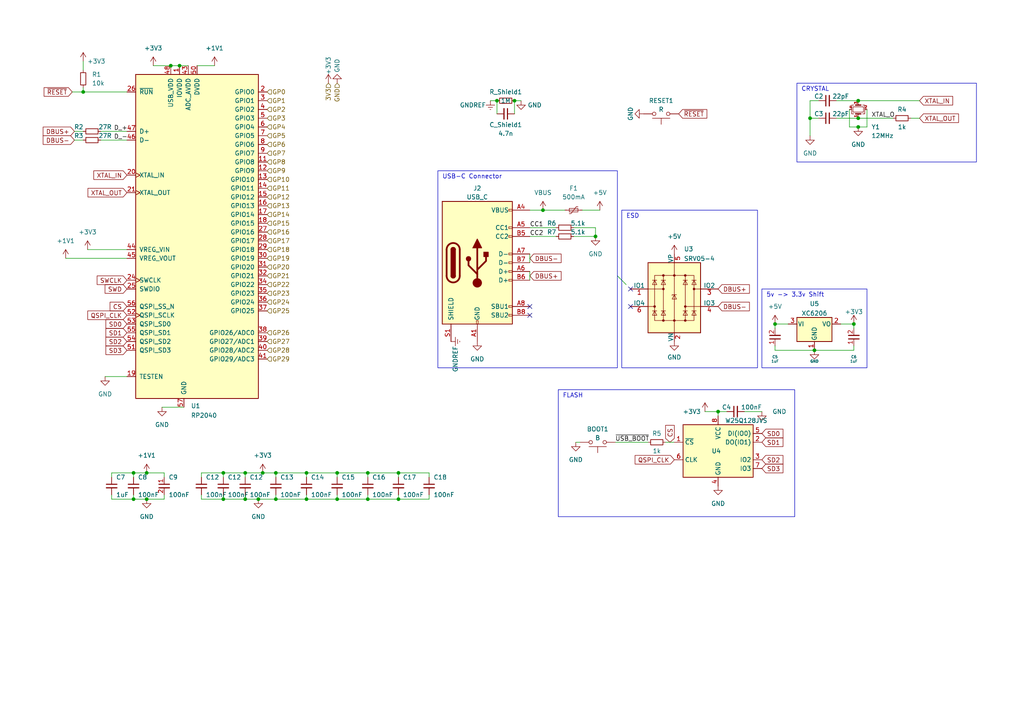
<source format=kicad_sch>
(kicad_sch (version 20230121) (generator eeschema)

  (uuid 7f4f1dc3-b893-4972-80fc-5208a463bde1)

  (paper "A4")

  (lib_symbols
    (symbol "C_Small_2" (pin_names (offset 0.254) hide) (in_bom yes) (on_board yes)
      (property "Reference" "C" (at 0.254 1.778 0)
        (effects (font (size 1.27 1.27)) (justify left))
      )
      (property "Value" "C_Small" (at 0.254 -2.032 0)
        (effects (font (size 1.27 1.27)) (justify left))
      )
      (property "Footprint" "" (at 0 0 0)
        (effects (font (size 1.27 1.27)) hide)
      )
      (property "Datasheet" "~" (at 0 0 0)
        (effects (font (size 1.27 1.27)) hide)
      )
      (property "ki_keywords" "capacitor cap" (at 0 0 0)
        (effects (font (size 1.27 1.27)) hide)
      )
      (property "ki_description" "Unpolarized capacitor, small symbol" (at 0 0 0)
        (effects (font (size 1.27 1.27)) hide)
      )
      (property "ki_fp_filters" "C_*" (at 0 0 0)
        (effects (font (size 1.27 1.27)) hide)
      )
      (symbol "C_Small_2_0_1"
        (polyline
          (pts
            (xy -1.524 -0.508)
            (xy 1.524 -0.508)
          )
          (stroke (width 0.3302) (type default))
          (fill (type none))
        )
        (polyline
          (pts
            (xy -1.524 0.508)
            (xy 1.524 0.508)
          )
          (stroke (width 0.3048) (type default))
          (fill (type none))
        )
      )
      (symbol "C_Small_2_1_1"
        (pin passive line (at 0 2.54 270) (length 2.032)
          (name "~" (effects (font (size 1.27 1.27))))
          (number "1" (effects (font (size 1.27 1.27))))
        )
        (pin passive line (at 0 -2.54 90) (length 2.032)
          (name "~" (effects (font (size 1.27 1.27))))
          (number "2" (effects (font (size 1.27 1.27))))
        )
      )
    )
    (symbol "C_Small_3" (pin_names (offset 0.254) hide) (in_bom yes) (on_board yes)
      (property "Reference" "C" (at 0.254 1.778 0)
        (effects (font (size 1.27 1.27)) (justify left))
      )
      (property "Value" "C_Small" (at 0.254 -2.032 0)
        (effects (font (size 1.27 1.27)) (justify left))
      )
      (property "Footprint" "" (at 0 0 0)
        (effects (font (size 1.27 1.27)) hide)
      )
      (property "Datasheet" "~" (at 0 0 0)
        (effects (font (size 1.27 1.27)) hide)
      )
      (property "ki_keywords" "capacitor cap" (at 0 0 0)
        (effects (font (size 1.27 1.27)) hide)
      )
      (property "ki_description" "Unpolarized capacitor, small symbol" (at 0 0 0)
        (effects (font (size 1.27 1.27)) hide)
      )
      (property "ki_fp_filters" "C_*" (at 0 0 0)
        (effects (font (size 1.27 1.27)) hide)
      )
      (symbol "C_Small_3_0_1"
        (polyline
          (pts
            (xy -1.524 -0.508)
            (xy 1.524 -0.508)
          )
          (stroke (width 0.3302) (type default))
          (fill (type none))
        )
        (polyline
          (pts
            (xy -1.524 0.508)
            (xy 1.524 0.508)
          )
          (stroke (width 0.3048) (type default))
          (fill (type none))
        )
      )
      (symbol "C_Small_3_1_1"
        (pin passive line (at 0 2.54 270) (length 2.032)
          (name "~" (effects (font (size 1.27 1.27))))
          (number "1" (effects (font (size 1.27 1.27))))
        )
        (pin passive line (at 0 -2.54 90) (length 2.032)
          (name "~" (effects (font (size 1.27 1.27))))
          (number "2" (effects (font (size 1.27 1.27))))
        )
      )
    )
    (symbol "C_Small_4" (pin_names (offset 0.254) hide) (in_bom yes) (on_board yes)
      (property "Reference" "C" (at 0.254 1.778 0)
        (effects (font (size 1.27 1.27)) (justify left))
      )
      (property "Value" "C_Small" (at 0.254 -2.032 0)
        (effects (font (size 1.27 1.27)) (justify left))
      )
      (property "Footprint" "" (at 0 0 0)
        (effects (font (size 1.27 1.27)) hide)
      )
      (property "Datasheet" "~" (at 0 0 0)
        (effects (font (size 1.27 1.27)) hide)
      )
      (property "ki_keywords" "capacitor cap" (at 0 0 0)
        (effects (font (size 1.27 1.27)) hide)
      )
      (property "ki_description" "Unpolarized capacitor, small symbol" (at 0 0 0)
        (effects (font (size 1.27 1.27)) hide)
      )
      (property "ki_fp_filters" "C_*" (at 0 0 0)
        (effects (font (size 1.27 1.27)) hide)
      )
      (symbol "C_Small_4_0_1"
        (polyline
          (pts
            (xy -1.524 -0.508)
            (xy 1.524 -0.508)
          )
          (stroke (width 0.3302) (type default))
          (fill (type none))
        )
        (polyline
          (pts
            (xy -1.524 0.508)
            (xy 1.524 0.508)
          )
          (stroke (width 0.3048) (type default))
          (fill (type none))
        )
      )
      (symbol "C_Small_4_1_1"
        (pin passive line (at 0 2.54 270) (length 2.032)
          (name "~" (effects (font (size 1.27 1.27))))
          (number "1" (effects (font (size 1.27 1.27))))
        )
        (pin passive line (at 0 -2.54 90) (length 2.032)
          (name "~" (effects (font (size 1.27 1.27))))
          (number "2" (effects (font (size 1.27 1.27))))
        )
      )
    )
    (symbol "Connector:USB_C_Receptacle_USB2.0" (pin_names (offset 1.016)) (in_bom yes) (on_board yes)
      (property "Reference" "J" (at -10.16 19.05 0)
        (effects (font (size 1.27 1.27)) (justify left))
      )
      (property "Value" "USB_C_Receptacle_USB2.0" (at 19.05 19.05 0)
        (effects (font (size 1.27 1.27)) (justify right))
      )
      (property "Footprint" "" (at 3.81 0 0)
        (effects (font (size 1.27 1.27)) hide)
      )
      (property "Datasheet" "https://www.usb.org/sites/default/files/documents/usb_type-c.zip" (at 3.81 0 0)
        (effects (font (size 1.27 1.27)) hide)
      )
      (property "ki_keywords" "usb universal serial bus type-C USB2.0" (at 0 0 0)
        (effects (font (size 1.27 1.27)) hide)
      )
      (property "ki_description" "USB 2.0-only Type-C Receptacle connector" (at 0 0 0)
        (effects (font (size 1.27 1.27)) hide)
      )
      (property "ki_fp_filters" "USB*C*Receptacle*" (at 0 0 0)
        (effects (font (size 1.27 1.27)) hide)
      )
      (symbol "USB_C_Receptacle_USB2.0_0_0"
        (rectangle (start -0.254 -17.78) (end 0.254 -16.764)
          (stroke (width 0) (type default))
          (fill (type none))
        )
        (rectangle (start 10.16 -14.986) (end 9.144 -15.494)
          (stroke (width 0) (type default))
          (fill (type none))
        )
        (rectangle (start 10.16 -12.446) (end 9.144 -12.954)
          (stroke (width 0) (type default))
          (fill (type none))
        )
        (rectangle (start 10.16 -4.826) (end 9.144 -5.334)
          (stroke (width 0) (type default))
          (fill (type none))
        )
        (rectangle (start 10.16 -2.286) (end 9.144 -2.794)
          (stroke (width 0) (type default))
          (fill (type none))
        )
        (rectangle (start 10.16 0.254) (end 9.144 -0.254)
          (stroke (width 0) (type default))
          (fill (type none))
        )
        (rectangle (start 10.16 2.794) (end 9.144 2.286)
          (stroke (width 0) (type default))
          (fill (type none))
        )
        (rectangle (start 10.16 7.874) (end 9.144 7.366)
          (stroke (width 0) (type default))
          (fill (type none))
        )
        (rectangle (start 10.16 10.414) (end 9.144 9.906)
          (stroke (width 0) (type default))
          (fill (type none))
        )
        (rectangle (start 10.16 15.494) (end 9.144 14.986)
          (stroke (width 0) (type default))
          (fill (type none))
        )
      )
      (symbol "USB_C_Receptacle_USB2.0_0_1"
        (rectangle (start -10.16 17.78) (end 10.16 -17.78)
          (stroke (width 0.254) (type default))
          (fill (type background))
        )
        (arc (start -8.89 -3.81) (mid -6.985 -5.7067) (end -5.08 -3.81)
          (stroke (width 0.508) (type default))
          (fill (type none))
        )
        (arc (start -7.62 -3.81) (mid -6.985 -4.4423) (end -6.35 -3.81)
          (stroke (width 0.254) (type default))
          (fill (type none))
        )
        (arc (start -7.62 -3.81) (mid -6.985 -4.4423) (end -6.35 -3.81)
          (stroke (width 0.254) (type default))
          (fill (type outline))
        )
        (rectangle (start -7.62 -3.81) (end -6.35 3.81)
          (stroke (width 0.254) (type default))
          (fill (type outline))
        )
        (arc (start -6.35 3.81) (mid -6.985 4.4423) (end -7.62 3.81)
          (stroke (width 0.254) (type default))
          (fill (type none))
        )
        (arc (start -6.35 3.81) (mid -6.985 4.4423) (end -7.62 3.81)
          (stroke (width 0.254) (type default))
          (fill (type outline))
        )
        (arc (start -5.08 3.81) (mid -6.985 5.7067) (end -8.89 3.81)
          (stroke (width 0.508) (type default))
          (fill (type none))
        )
        (circle (center -2.54 1.143) (radius 0.635)
          (stroke (width 0.254) (type default))
          (fill (type outline))
        )
        (circle (center 0 -5.842) (radius 1.27)
          (stroke (width 0) (type default))
          (fill (type outline))
        )
        (polyline
          (pts
            (xy -8.89 -3.81)
            (xy -8.89 3.81)
          )
          (stroke (width 0.508) (type default))
          (fill (type none))
        )
        (polyline
          (pts
            (xy -5.08 3.81)
            (xy -5.08 -3.81)
          )
          (stroke (width 0.508) (type default))
          (fill (type none))
        )
        (polyline
          (pts
            (xy 0 -5.842)
            (xy 0 4.318)
          )
          (stroke (width 0.508) (type default))
          (fill (type none))
        )
        (polyline
          (pts
            (xy 0 -3.302)
            (xy -2.54 -0.762)
            (xy -2.54 0.508)
          )
          (stroke (width 0.508) (type default))
          (fill (type none))
        )
        (polyline
          (pts
            (xy 0 -2.032)
            (xy 2.54 0.508)
            (xy 2.54 1.778)
          )
          (stroke (width 0.508) (type default))
          (fill (type none))
        )
        (polyline
          (pts
            (xy -1.27 4.318)
            (xy 0 6.858)
            (xy 1.27 4.318)
            (xy -1.27 4.318)
          )
          (stroke (width 0.254) (type default))
          (fill (type outline))
        )
        (rectangle (start 1.905 1.778) (end 3.175 3.048)
          (stroke (width 0.254) (type default))
          (fill (type outline))
        )
      )
      (symbol "USB_C_Receptacle_USB2.0_1_1"
        (pin passive line (at 0 -22.86 90) (length 5.08)
          (name "GND" (effects (font (size 1.27 1.27))))
          (number "A1" (effects (font (size 1.27 1.27))))
        )
        (pin passive line (at 0 -22.86 90) (length 5.08) hide
          (name "GND" (effects (font (size 1.27 1.27))))
          (number "A12" (effects (font (size 1.27 1.27))))
        )
        (pin passive line (at 15.24 15.24 180) (length 5.08)
          (name "VBUS" (effects (font (size 1.27 1.27))))
          (number "A4" (effects (font (size 1.27 1.27))))
        )
        (pin bidirectional line (at 15.24 10.16 180) (length 5.08)
          (name "CC1" (effects (font (size 1.27 1.27))))
          (number "A5" (effects (font (size 1.27 1.27))))
        )
        (pin bidirectional line (at 15.24 -2.54 180) (length 5.08)
          (name "D+" (effects (font (size 1.27 1.27))))
          (number "A6" (effects (font (size 1.27 1.27))))
        )
        (pin bidirectional line (at 15.24 2.54 180) (length 5.08)
          (name "D-" (effects (font (size 1.27 1.27))))
          (number "A7" (effects (font (size 1.27 1.27))))
        )
        (pin bidirectional line (at 15.24 -12.7 180) (length 5.08)
          (name "SBU1" (effects (font (size 1.27 1.27))))
          (number "A8" (effects (font (size 1.27 1.27))))
        )
        (pin passive line (at 15.24 15.24 180) (length 5.08) hide
          (name "VBUS" (effects (font (size 1.27 1.27))))
          (number "A9" (effects (font (size 1.27 1.27))))
        )
        (pin passive line (at 0 -22.86 90) (length 5.08) hide
          (name "GND" (effects (font (size 1.27 1.27))))
          (number "B1" (effects (font (size 1.27 1.27))))
        )
        (pin passive line (at 0 -22.86 90) (length 5.08) hide
          (name "GND" (effects (font (size 1.27 1.27))))
          (number "B12" (effects (font (size 1.27 1.27))))
        )
        (pin passive line (at 15.24 15.24 180) (length 5.08) hide
          (name "VBUS" (effects (font (size 1.27 1.27))))
          (number "B4" (effects (font (size 1.27 1.27))))
        )
        (pin bidirectional line (at 15.24 7.62 180) (length 5.08)
          (name "CC2" (effects (font (size 1.27 1.27))))
          (number "B5" (effects (font (size 1.27 1.27))))
        )
        (pin bidirectional line (at 15.24 -5.08 180) (length 5.08)
          (name "D+" (effects (font (size 1.27 1.27))))
          (number "B6" (effects (font (size 1.27 1.27))))
        )
        (pin bidirectional line (at 15.24 0 180) (length 5.08)
          (name "D-" (effects (font (size 1.27 1.27))))
          (number "B7" (effects (font (size 1.27 1.27))))
        )
        (pin bidirectional line (at 15.24 -15.24 180) (length 5.08)
          (name "SBU2" (effects (font (size 1.27 1.27))))
          (number "B8" (effects (font (size 1.27 1.27))))
        )
        (pin passive line (at 15.24 15.24 180) (length 5.08) hide
          (name "VBUS" (effects (font (size 1.27 1.27))))
          (number "B9" (effects (font (size 1.27 1.27))))
        )
        (pin passive line (at -7.62 -22.86 90) (length 5.08)
          (name "SHIELD" (effects (font (size 1.27 1.27))))
          (number "S1" (effects (font (size 1.27 1.27))))
        )
      )
    )
    (symbol "Device:C_Small" (pin_numbers hide) (pin_names (offset 0.254) hide) (in_bom yes) (on_board yes)
      (property "Reference" "C" (at 0.254 1.778 0)
        (effects (font (size 1.27 1.27)) (justify left))
      )
      (property "Value" "C_Small" (at 0.254 -2.032 0)
        (effects (font (size 1.27 1.27)) (justify left))
      )
      (property "Footprint" "" (at 0 0 0)
        (effects (font (size 1.27 1.27)) hide)
      )
      (property "Datasheet" "~" (at 0 0 0)
        (effects (font (size 1.27 1.27)) hide)
      )
      (property "ki_keywords" "capacitor cap" (at 0 0 0)
        (effects (font (size 1.27 1.27)) hide)
      )
      (property "ki_description" "Unpolarized capacitor, small symbol" (at 0 0 0)
        (effects (font (size 1.27 1.27)) hide)
      )
      (property "ki_fp_filters" "C_*" (at 0 0 0)
        (effects (font (size 1.27 1.27)) hide)
      )
      (symbol "C_Small_0_1"
        (polyline
          (pts
            (xy -1.524 -0.508)
            (xy 1.524 -0.508)
          )
          (stroke (width 0.3302) (type default))
          (fill (type none))
        )
        (polyline
          (pts
            (xy -1.524 0.508)
            (xy 1.524 0.508)
          )
          (stroke (width 0.3048) (type default))
          (fill (type none))
        )
      )
      (symbol "C_Small_1_1"
        (pin passive line (at 0 2.54 270) (length 2.032)
          (name "~" (effects (font (size 1.27 1.27))))
          (number "1" (effects (font (size 1.27 1.27))))
        )
        (pin passive line (at 0 -2.54 90) (length 2.032)
          (name "~" (effects (font (size 1.27 1.27))))
          (number "2" (effects (font (size 1.27 1.27))))
        )
      )
    )
    (symbol "Device:Crystal_GND24_Small" (pin_names (offset 1.016) hide) (in_bom yes) (on_board yes)
      (property "Reference" "Y" (at 1.27 4.445 0)
        (effects (font (size 1.27 1.27)) (justify left))
      )
      (property "Value" "Crystal_GND24_Small" (at 1.27 2.54 0)
        (effects (font (size 1.27 1.27)) (justify left))
      )
      (property "Footprint" "" (at 0 0 0)
        (effects (font (size 1.27 1.27)) hide)
      )
      (property "Datasheet" "~" (at 0 0 0)
        (effects (font (size 1.27 1.27)) hide)
      )
      (property "ki_keywords" "quartz ceramic resonator oscillator" (at 0 0 0)
        (effects (font (size 1.27 1.27)) hide)
      )
      (property "ki_description" "Four pin crystal, GND on pins 2 and 4, small symbol" (at 0 0 0)
        (effects (font (size 1.27 1.27)) hide)
      )
      (property "ki_fp_filters" "Crystal*" (at 0 0 0)
        (effects (font (size 1.27 1.27)) hide)
      )
      (symbol "Crystal_GND24_Small_0_1"
        (rectangle (start -0.762 -1.524) (end 0.762 1.524)
          (stroke (width 0) (type default))
          (fill (type none))
        )
        (polyline
          (pts
            (xy -1.27 -0.762)
            (xy -1.27 0.762)
          )
          (stroke (width 0.381) (type default))
          (fill (type none))
        )
        (polyline
          (pts
            (xy 1.27 -0.762)
            (xy 1.27 0.762)
          )
          (stroke (width 0.381) (type default))
          (fill (type none))
        )
        (polyline
          (pts
            (xy -1.27 -1.27)
            (xy -1.27 -1.905)
            (xy 1.27 -1.905)
            (xy 1.27 -1.27)
          )
          (stroke (width 0) (type default))
          (fill (type none))
        )
        (polyline
          (pts
            (xy -1.27 1.27)
            (xy -1.27 1.905)
            (xy 1.27 1.905)
            (xy 1.27 1.27)
          )
          (stroke (width 0) (type default))
          (fill (type none))
        )
      )
      (symbol "Crystal_GND24_Small_1_1"
        (pin passive line (at -2.54 0 0) (length 1.27)
          (name "1" (effects (font (size 1.27 1.27))))
          (number "1" (effects (font (size 0.762 0.762))))
        )
        (pin passive line (at 0 -2.54 90) (length 0.635)
          (name "2" (effects (font (size 1.27 1.27))))
          (number "2" (effects (font (size 0.762 0.762))))
        )
        (pin passive line (at 2.54 0 180) (length 1.27)
          (name "3" (effects (font (size 1.27 1.27))))
          (number "3" (effects (font (size 0.762 0.762))))
        )
        (pin passive line (at 0 2.54 270) (length 0.635)
          (name "4" (effects (font (size 1.27 1.27))))
          (number "4" (effects (font (size 0.762 0.762))))
        )
      )
    )
    (symbol "Device:Polyfuse_Small" (pin_numbers hide) (pin_names (offset 0)) (in_bom yes) (on_board yes)
      (property "Reference" "F" (at -1.905 0 90)
        (effects (font (size 1.27 1.27)))
      )
      (property "Value" "Polyfuse_Small" (at 1.905 0 90)
        (effects (font (size 1.27 1.27)))
      )
      (property "Footprint" "" (at 1.27 -5.08 0)
        (effects (font (size 1.27 1.27)) (justify left) hide)
      )
      (property "Datasheet" "~" (at 0 0 0)
        (effects (font (size 1.27 1.27)) hide)
      )
      (property "ki_keywords" "resettable fuse PTC PPTC polyfuse polyswitch" (at 0 0 0)
        (effects (font (size 1.27 1.27)) hide)
      )
      (property "ki_description" "Resettable fuse, polymeric positive temperature coefficient, small symbol" (at 0 0 0)
        (effects (font (size 1.27 1.27)) hide)
      )
      (property "ki_fp_filters" "*polyfuse* *PTC*" (at 0 0 0)
        (effects (font (size 1.27 1.27)) hide)
      )
      (symbol "Polyfuse_Small_0_1"
        (rectangle (start -0.508 1.27) (end 0.508 -1.27)
          (stroke (width 0) (type default))
          (fill (type none))
        )
        (polyline
          (pts
            (xy 0 2.54)
            (xy 0 -2.54)
          )
          (stroke (width 0) (type default))
          (fill (type none))
        )
        (polyline
          (pts
            (xy -1.016 1.27)
            (xy -1.016 0.762)
            (xy 1.016 -0.762)
            (xy 1.016 -1.27)
          )
          (stroke (width 0) (type default))
          (fill (type none))
        )
      )
      (symbol "Polyfuse_Small_1_1"
        (pin passive line (at 0 2.54 270) (length 0.635)
          (name "~" (effects (font (size 1.27 1.27))))
          (number "1" (effects (font (size 1.27 1.27))))
        )
        (pin passive line (at 0 -2.54 90) (length 0.635)
          (name "~" (effects (font (size 1.27 1.27))))
          (number "2" (effects (font (size 1.27 1.27))))
        )
      )
    )
    (symbol "Device:R_Small" (pin_numbers hide) (pin_names (offset 0.254) hide) (in_bom yes) (on_board yes)
      (property "Reference" "R" (at 0.762 0.508 0)
        (effects (font (size 1.27 1.27)) (justify left))
      )
      (property "Value" "R_Small" (at 0.762 -1.016 0)
        (effects (font (size 1.27 1.27)) (justify left))
      )
      (property "Footprint" "" (at 0 0 0)
        (effects (font (size 1.27 1.27)) hide)
      )
      (property "Datasheet" "~" (at 0 0 0)
        (effects (font (size 1.27 1.27)) hide)
      )
      (property "ki_keywords" "R resistor" (at 0 0 0)
        (effects (font (size 1.27 1.27)) hide)
      )
      (property "ki_description" "Resistor, small symbol" (at 0 0 0)
        (effects (font (size 1.27 1.27)) hide)
      )
      (property "ki_fp_filters" "R_*" (at 0 0 0)
        (effects (font (size 1.27 1.27)) hide)
      )
      (symbol "R_Small_0_1"
        (rectangle (start -0.762 1.778) (end 0.762 -1.778)
          (stroke (width 0.2032) (type default))
          (fill (type none))
        )
      )
      (symbol "R_Small_1_1"
        (pin passive line (at 0 2.54 270) (length 0.762)
          (name "~" (effects (font (size 1.27 1.27))))
          (number "1" (effects (font (size 1.27 1.27))))
        )
        (pin passive line (at 0 -2.54 90) (length 0.762)
          (name "~" (effects (font (size 1.27 1.27))))
          (number "2" (effects (font (size 1.27 1.27))))
        )
      )
    )
    (symbol "Memory_Flash:W25Q128JVS" (in_bom yes) (on_board yes)
      (property "Reference" "U" (at -8.89 8.89 0)
        (effects (font (size 1.27 1.27)))
      )
      (property "Value" "W25Q128JVS" (at 7.62 8.89 0)
        (effects (font (size 1.27 1.27)))
      )
      (property "Footprint" "Package_SO:SOIC-8_5.23x5.23mm_P1.27mm" (at 0 0 0)
        (effects (font (size 1.27 1.27)) hide)
      )
      (property "Datasheet" "http://www.winbond.com/resource-files/w25q128jv_dtr%20revc%2003272018%20plus.pdf" (at 0 0 0)
        (effects (font (size 1.27 1.27)) hide)
      )
      (property "ki_keywords" "flash memory SPI QPI DTR" (at 0 0 0)
        (effects (font (size 1.27 1.27)) hide)
      )
      (property "ki_description" "128Mb Serial Flash Memory, Standard/Dual/Quad SPI, SOIC-8" (at 0 0 0)
        (effects (font (size 1.27 1.27)) hide)
      )
      (property "ki_fp_filters" "SOIC*5.23x5.23mm*P1.27mm*" (at 0 0 0)
        (effects (font (size 1.27 1.27)) hide)
      )
      (symbol "W25Q128JVS_0_1"
        (rectangle (start -10.16 7.62) (end 10.16 -7.62)
          (stroke (width 0.254) (type default))
          (fill (type background))
        )
      )
      (symbol "W25Q128JVS_1_1"
        (pin input line (at -12.7 2.54 0) (length 2.54)
          (name "~{CS}" (effects (font (size 1.27 1.27))))
          (number "1" (effects (font (size 1.27 1.27))))
        )
        (pin bidirectional line (at 12.7 2.54 180) (length 2.54)
          (name "DO(IO1)" (effects (font (size 1.27 1.27))))
          (number "2" (effects (font (size 1.27 1.27))))
        )
        (pin bidirectional line (at 12.7 -2.54 180) (length 2.54)
          (name "IO2" (effects (font (size 1.27 1.27))))
          (number "3" (effects (font (size 1.27 1.27))))
        )
        (pin power_in line (at 0 -10.16 90) (length 2.54)
          (name "GND" (effects (font (size 1.27 1.27))))
          (number "4" (effects (font (size 1.27 1.27))))
        )
        (pin bidirectional line (at 12.7 5.08 180) (length 2.54)
          (name "DI(IO0)" (effects (font (size 1.27 1.27))))
          (number "5" (effects (font (size 1.27 1.27))))
        )
        (pin input line (at -12.7 -2.54 0) (length 2.54)
          (name "CLK" (effects (font (size 1.27 1.27))))
          (number "6" (effects (font (size 1.27 1.27))))
        )
        (pin bidirectional line (at 12.7 -5.08 180) (length 2.54)
          (name "IO3" (effects (font (size 1.27 1.27))))
          (number "7" (effects (font (size 1.27 1.27))))
        )
        (pin power_in line (at 0 10.16 270) (length 2.54)
          (name "VCC" (effects (font (size 1.27 1.27))))
          (number "8" (effects (font (size 1.27 1.27))))
        )
      )
    )
    (symbol "Regulator_Linear:XC6206PxxxMR" (pin_names (offset 0.254)) (in_bom yes) (on_board yes)
      (property "Reference" "U" (at -3.81 3.175 0)
        (effects (font (size 1.27 1.27)))
      )
      (property "Value" "XC6206PxxxMR" (at 0 3.175 0)
        (effects (font (size 1.27 1.27)) (justify left))
      )
      (property "Footprint" "Package_TO_SOT_SMD:SOT-23" (at 0 5.715 0)
        (effects (font (size 1.27 1.27) italic) hide)
      )
      (property "Datasheet" "https://www.torexsemi.com/file/xc6206/XC6206.pdf" (at 0 0 0)
        (effects (font (size 1.27 1.27)) hide)
      )
      (property "ki_keywords" "Torex LDO Voltage Regulator Fixed Positive" (at 0 0 0)
        (effects (font (size 1.27 1.27)) hide)
      )
      (property "ki_description" "Positive 60-250mA Low Dropout Regulator, Fixed Output, SOT-23" (at 0 0 0)
        (effects (font (size 1.27 1.27)) hide)
      )
      (property "ki_fp_filters" "SOT?23*" (at 0 0 0)
        (effects (font (size 1.27 1.27)) hide)
      )
      (symbol "XC6206PxxxMR_0_1"
        (rectangle (start -5.08 1.905) (end 5.08 -5.08)
          (stroke (width 0.254) (type default))
          (fill (type background))
        )
      )
      (symbol "XC6206PxxxMR_1_1"
        (pin power_in line (at 0 -7.62 90) (length 2.54)
          (name "GND" (effects (font (size 1.27 1.27))))
          (number "1" (effects (font (size 1.27 1.27))))
        )
        (pin power_out line (at 7.62 0 180) (length 2.54)
          (name "VO" (effects (font (size 1.27 1.27))))
          (number "2" (effects (font (size 1.27 1.27))))
        )
        (pin power_in line (at -7.62 0 0) (length 2.54)
          (name "VI" (effects (font (size 1.27 1.27))))
          (number "3" (effects (font (size 1.27 1.27))))
        )
      )
    )
    (symbol "Sleep-lib:RP2040" (pin_names (offset 1.016)) (in_bom yes) (on_board yes)
      (property "Reference" "U" (at 8.89 51.435 0)
        (effects (font (size 1.27 1.27)) (justify left bottom))
      )
      (property "Value" "RP2040" (at 8.89 48.895 0)
        (effects (font (size 1.27 1.27)) (justify left bottom))
      )
      (property "Footprint" "Sleep-Lib:RP2040-QFN-56" (at -20.32 62.23 0)
        (effects (font (size 1.27 1.27)) (justify left bottom) hide)
      )
      (property "Datasheet" "https://datasheets.raspberrypi.com/rp2040/rp2040-datasheet.pdf" (at -20.32 62.23 0)
        (effects (font (size 1.27 1.27)) (justify left bottom) hide)
      )
      (property "ki_keywords" "raspberry pi 2040" (at 0 0 0)
        (effects (font (size 1.27 1.27)) hide)
      )
      (symbol "RP2040_0_0"
        (rectangle (start -17.78 -45.72) (end 17.78 48.26)
          (stroke (width 0.254) (type default))
          (fill (type background))
        )
      )
      (symbol "RP2040_1_1"
        (pin power_in line (at -5.08 50.8 270) (length 2.54)
          (name "IOVDD" (effects (font (size 1.27 1.27))))
          (number "1" (effects (font (size 1.27 1.27))))
        )
        (pin power_in line (at -5.08 50.8 270) (length 2.54) hide
          (name "IOVDD" (effects (font (size 1.27 1.27))))
          (number "10" (effects (font (size 1.27 1.27))))
        )
        (pin input line (at 20.32 22.86 180) (length 2.54)
          (name "GPIO8" (effects (font (size 1.27 1.27))))
          (number "11" (effects (font (size 1.27 1.27))))
        )
        (pin input line (at 20.32 20.32 180) (length 2.54)
          (name "GPIO9" (effects (font (size 1.27 1.27))))
          (number "12" (effects (font (size 1.27 1.27))))
        )
        (pin input line (at 20.32 17.78 180) (length 2.54)
          (name "GPIO10" (effects (font (size 1.27 1.27))))
          (number "13" (effects (font (size 1.27 1.27))))
        )
        (pin input line (at 20.32 15.24 180) (length 2.54)
          (name "GPIO11" (effects (font (size 1.27 1.27))))
          (number "14" (effects (font (size 1.27 1.27))))
        )
        (pin input line (at 20.32 12.7 180) (length 2.54)
          (name "GPIO12" (effects (font (size 1.27 1.27))))
          (number "15" (effects (font (size 1.27 1.27))))
        )
        (pin input line (at 20.32 10.16 180) (length 2.54)
          (name "GPIO13" (effects (font (size 1.27 1.27))))
          (number "16" (effects (font (size 1.27 1.27))))
        )
        (pin input line (at 20.32 7.62 180) (length 2.54)
          (name "GPIO14" (effects (font (size 1.27 1.27))))
          (number "17" (effects (font (size 1.27 1.27))))
        )
        (pin input line (at 20.32 5.08 180) (length 2.54)
          (name "GPIO15" (effects (font (size 1.27 1.27))))
          (number "18" (effects (font (size 1.27 1.27))))
        )
        (pin input line (at -20.32 -39.37 0) (length 2.54)
          (name "TESTEN" (effects (font (size 1.27 1.27))))
          (number "19" (effects (font (size 1.27 1.27))))
        )
        (pin input line (at 20.32 43.18 180) (length 2.54)
          (name "GPIO0" (effects (font (size 1.27 1.27))))
          (number "2" (effects (font (size 1.27 1.27))))
        )
        (pin input clock (at -20.32 19.05 0) (length 2.54)
          (name "XTAL_IN" (effects (font (size 1.27 1.27))))
          (number "20" (effects (font (size 1.27 1.27))))
        )
        (pin input clock (at -20.32 13.97 0) (length 2.54)
          (name "XTAL_OUT" (effects (font (size 1.27 1.27))))
          (number "21" (effects (font (size 1.27 1.27))))
        )
        (pin power_in line (at -5.08 50.8 270) (length 2.54) hide
          (name "IOVDD" (effects (font (size 1.27 1.27))))
          (number "22" (effects (font (size 1.27 1.27))))
        )
        (pin power_in line (at 0 50.8 270) (length 2.54) hide
          (name "DVDD" (effects (font (size 1.27 1.27))))
          (number "23" (effects (font (size 1.27 1.27))))
        )
        (pin input clock (at -20.32 -11.43 0) (length 2.54)
          (name "SWCLK" (effects (font (size 1.27 1.27))))
          (number "24" (effects (font (size 1.27 1.27))))
        )
        (pin bidirectional line (at -20.32 -13.97 0) (length 2.54)
          (name "SWDIO" (effects (font (size 1.27 1.27))))
          (number "25" (effects (font (size 1.27 1.27))))
        )
        (pin input line (at -20.32 43.18 0) (length 2.54)
          (name "~{RUN}" (effects (font (size 1.27 1.27))))
          (number "26" (effects (font (size 1.27 1.27))))
        )
        (pin input line (at 20.32 2.54 180) (length 2.54)
          (name "GPIO16" (effects (font (size 1.27 1.27))))
          (number "27" (effects (font (size 1.27 1.27))))
        )
        (pin input line (at 20.32 0 180) (length 2.54)
          (name "GPIO17" (effects (font (size 1.27 1.27))))
          (number "28" (effects (font (size 1.27 1.27))))
        )
        (pin input line (at 20.32 -2.54 180) (length 2.54)
          (name "GPIO18" (effects (font (size 1.27 1.27))))
          (number "29" (effects (font (size 1.27 1.27))))
        )
        (pin input line (at 20.32 40.64 180) (length 2.54)
          (name "GPIO1" (effects (font (size 1.27 1.27))))
          (number "3" (effects (font (size 1.27 1.27))))
        )
        (pin input line (at 20.32 -5.08 180) (length 2.54)
          (name "GPIO19" (effects (font (size 1.27 1.27))))
          (number "30" (effects (font (size 1.27 1.27))))
        )
        (pin input line (at 20.32 -7.62 180) (length 2.54)
          (name "GPIO20" (effects (font (size 1.27 1.27))))
          (number "31" (effects (font (size 1.27 1.27))))
        )
        (pin input line (at 20.32 -10.16 180) (length 2.54)
          (name "GPIO21" (effects (font (size 1.27 1.27))))
          (number "32" (effects (font (size 1.27 1.27))))
        )
        (pin power_in line (at -5.08 50.8 270) (length 2.54) hide
          (name "IOVDD" (effects (font (size 1.27 1.27))))
          (number "33" (effects (font (size 1.27 1.27))))
        )
        (pin input line (at 20.32 -12.7 180) (length 2.54)
          (name "GPIO22" (effects (font (size 1.27 1.27))))
          (number "34" (effects (font (size 1.27 1.27))))
        )
        (pin input line (at 20.32 -15.24 180) (length 2.54)
          (name "GPIO23" (effects (font (size 1.27 1.27))))
          (number "35" (effects (font (size 1.27 1.27))))
        )
        (pin input line (at 20.32 -17.78 180) (length 2.54)
          (name "GPIO24" (effects (font (size 1.27 1.27))))
          (number "36" (effects (font (size 1.27 1.27))))
        )
        (pin input line (at 20.32 -20.32 180) (length 2.54)
          (name "GPIO25" (effects (font (size 1.27 1.27))))
          (number "37" (effects (font (size 1.27 1.27))))
        )
        (pin input line (at 20.32 -26.67 180) (length 2.54)
          (name "GPIO26/ADC0" (effects (font (size 1.27 1.27))))
          (number "38" (effects (font (size 1.27 1.27))))
        )
        (pin input line (at 20.32 -29.21 180) (length 2.54)
          (name "GPIO27/ADC1" (effects (font (size 1.27 1.27))))
          (number "39" (effects (font (size 1.27 1.27))))
        )
        (pin input line (at 20.32 38.1 180) (length 2.54)
          (name "GPIO2" (effects (font (size 1.27 1.27))))
          (number "4" (effects (font (size 1.27 1.27))))
        )
        (pin input line (at 20.32 -31.75 180) (length 2.54)
          (name "GPIO28/ADC2" (effects (font (size 1.27 1.27))))
          (number "40" (effects (font (size 1.27 1.27))))
        )
        (pin input line (at 20.32 -34.29 180) (length 2.54)
          (name "GPIO29/ADC3" (effects (font (size 1.27 1.27))))
          (number "41" (effects (font (size 1.27 1.27))))
        )
        (pin power_in line (at -5.08 50.8 270) (length 2.54) hide
          (name "IOVDD" (effects (font (size 1.27 1.27))))
          (number "42" (effects (font (size 1.27 1.27))))
        )
        (pin power_in line (at -2.54 50.8 270) (length 2.54)
          (name "ADC_AVDD" (effects (font (size 1.27 1.27))))
          (number "43" (effects (font (size 1.27 1.27))))
        )
        (pin power_in line (at -20.32 -2.54 0) (length 2.54)
          (name "VREG_VIN" (effects (font (size 1.27 1.27))))
          (number "44" (effects (font (size 1.27 1.27))))
        )
        (pin power_out line (at -20.32 -5.08 0) (length 2.54)
          (name "VREG_VOUT" (effects (font (size 1.27 1.27))))
          (number "45" (effects (font (size 1.27 1.27))))
        )
        (pin bidirectional line (at -20.32 29.21 0) (length 2.54)
          (name "D-" (effects (font (size 1.27 1.27))))
          (number "46" (effects (font (size 1.27 1.27))))
        )
        (pin bidirectional line (at -20.32 31.75 0) (length 2.54)
          (name "D+" (effects (font (size 1.27 1.27))))
          (number "47" (effects (font (size 1.27 1.27))))
        )
        (pin power_in line (at -7.62 50.8 270) (length 2.54)
          (name "USB_VDD" (effects (font (size 1.27 1.27))))
          (number "48" (effects (font (size 1.27 1.27))))
        )
        (pin power_in line (at -5.08 50.8 270) (length 2.54) hide
          (name "IOVDD" (effects (font (size 1.27 1.27))))
          (number "49" (effects (font (size 1.27 1.27))))
        )
        (pin input line (at 20.32 35.56 180) (length 2.54)
          (name "GPIO3" (effects (font (size 1.27 1.27))))
          (number "5" (effects (font (size 1.27 1.27))))
        )
        (pin power_in line (at 0 50.8 270) (length 2.54)
          (name "DVDD" (effects (font (size 1.27 1.27))))
          (number "50" (effects (font (size 1.27 1.27))))
        )
        (pin bidirectional line (at -20.32 -31.75 0) (length 2.54)
          (name "QSPI_SD3" (effects (font (size 1.27 1.27))))
          (number "51" (effects (font (size 1.27 1.27))))
        )
        (pin input clock (at -20.32 -21.59 0) (length 2.54)
          (name "QSPI_SCLK" (effects (font (size 1.27 1.27))))
          (number "52" (effects (font (size 1.27 1.27))))
        )
        (pin bidirectional line (at -20.32 -24.13 0) (length 2.54)
          (name "QSPI_SD0" (effects (font (size 1.27 1.27))))
          (number "53" (effects (font (size 1.27 1.27))))
        )
        (pin bidirectional line (at -20.32 -29.21 0) (length 2.54)
          (name "QSPI_SD2" (effects (font (size 1.27 1.27))))
          (number "54" (effects (font (size 1.27 1.27))))
        )
        (pin bidirectional line (at -20.32 -26.67 0) (length 2.54)
          (name "QSPI_SD1" (effects (font (size 1.27 1.27))))
          (number "55" (effects (font (size 1.27 1.27))))
        )
        (pin bidirectional line (at -20.32 -19.05 0) (length 2.54)
          (name "QSPI_SS_N" (effects (font (size 1.27 1.27))))
          (number "56" (effects (font (size 1.27 1.27))))
        )
        (pin power_in line (at -3.81 -48.26 90) (length 2.54)
          (name "GND" (effects (font (size 1.27 1.27))))
          (number "57" (effects (font (size 1.27 1.27))))
        )
        (pin input line (at 20.32 33.02 180) (length 2.54)
          (name "GPIO4" (effects (font (size 1.27 1.27))))
          (number "6" (effects (font (size 1.27 1.27))))
        )
        (pin input line (at 20.32 30.48 180) (length 2.54)
          (name "GPIO5" (effects (font (size 1.27 1.27))))
          (number "7" (effects (font (size 1.27 1.27))))
        )
        (pin input line (at 20.32 27.94 180) (length 2.54)
          (name "GPIO6" (effects (font (size 1.27 1.27))))
          (number "8" (effects (font (size 1.27 1.27))))
        )
        (pin input line (at 20.32 25.4 180) (length 2.54)
          (name "GPIO7" (effects (font (size 1.27 1.27))))
          (number "9" (effects (font (size 1.27 1.27))))
        )
      )
    )
    (symbol "Switch:SW_Push" (pin_numbers hide) (pin_names (offset 1.016) hide) (in_bom yes) (on_board yes)
      (property "Reference" "SW" (at 1.27 2.54 0)
        (effects (font (size 1.27 1.27)) (justify left))
      )
      (property "Value" "SW_Push" (at 0 -1.524 0)
        (effects (font (size 1.27 1.27)))
      )
      (property "Footprint" "" (at 0 5.08 0)
        (effects (font (size 1.27 1.27)) hide)
      )
      (property "Datasheet" "~" (at 0 5.08 0)
        (effects (font (size 1.27 1.27)) hide)
      )
      (property "ki_keywords" "switch normally-open pushbutton push-button" (at 0 0 0)
        (effects (font (size 1.27 1.27)) hide)
      )
      (property "ki_description" "Push button switch, generic, two pins" (at 0 0 0)
        (effects (font (size 1.27 1.27)) hide)
      )
      (symbol "SW_Push_0_1"
        (circle (center -2.032 0) (radius 0.508)
          (stroke (width 0) (type default))
          (fill (type none))
        )
        (polyline
          (pts
            (xy 0 1.27)
            (xy 0 3.048)
          )
          (stroke (width 0) (type default))
          (fill (type none))
        )
        (polyline
          (pts
            (xy 2.54 1.27)
            (xy -2.54 1.27)
          )
          (stroke (width 0) (type default))
          (fill (type none))
        )
        (circle (center 2.032 0) (radius 0.508)
          (stroke (width 0) (type default))
          (fill (type none))
        )
        (pin passive line (at -5.08 0 0) (length 2.54)
          (name "1" (effects (font (size 1.27 1.27))))
          (number "1" (effects (font (size 1.27 1.27))))
        )
        (pin passive line (at 5.08 0 180) (length 2.54)
          (name "2" (effects (font (size 1.27 1.27))))
          (number "2" (effects (font (size 1.27 1.27))))
        )
      )
    )
    (symbol "marbastlib-various:SRV05-4" (pin_names (offset 0)) (in_bom yes) (on_board yes)
      (property "Reference" "U" (at -5.08 11.43 0)
        (effects (font (size 1.27 1.27)) (justify right))
      )
      (property "Value" "SRV05-4" (at 2.54 11.43 0)
        (effects (font (size 1.27 1.27)) (justify left))
      )
      (property "Footprint" "marbastlib-various:SOT-23-6-routable" (at 17.78 -11.43 0)
        (effects (font (size 1.27 1.27)) hide)
      )
      (property "Datasheet" "http://www.onsemi.com/pub/Collateral/SRV05-4-D.PDF" (at 0 0 0)
        (effects (font (size 1.27 1.27)) hide)
      )
      (property "ki_keywords" "ESD protection diodes" (at 0 0 0)
        (effects (font (size 1.27 1.27)) hide)
      )
      (property "ki_description" "ESD Protection Diodes with Low Clamping Voltage, SOT-23-6" (at 0 0 0)
        (effects (font (size 1.27 1.27)) hide)
      )
      (property "ki_fp_filters" "SOT?23*" (at 0 0 0)
        (effects (font (size 1.27 1.27)) hide)
      )
      (symbol "SRV05-4_0_0"
        (rectangle (start -5.715 6.477) (end 5.715 -6.604)
          (stroke (width 0) (type default))
          (fill (type none))
        )
        (polyline
          (pts
            (xy -3.175 -6.604)
            (xy -3.175 6.477)
          )
          (stroke (width 0) (type default))
          (fill (type none))
        )
        (polyline
          (pts
            (xy 3.175 6.477)
            (xy 3.175 -6.604)
          )
          (stroke (width 0) (type default))
          (fill (type none))
        )
      )
      (symbol "SRV05-4_0_1"
        (rectangle (start -7.62 10.16) (end 7.62 -10.16)
          (stroke (width 0.254) (type default))
          (fill (type background))
        )
        (circle (center -5.715 -2.54) (radius 0.2794)
          (stroke (width 0) (type default))
          (fill (type outline))
        )
        (circle (center -3.175 -6.604) (radius 0.2794)
          (stroke (width 0) (type default))
          (fill (type outline))
        )
        (circle (center -3.175 2.54) (radius 0.2794)
          (stroke (width 0) (type default))
          (fill (type outline))
        )
        (circle (center -3.175 6.477) (radius 0.2794)
          (stroke (width 0) (type default))
          (fill (type outline))
        )
        (circle (center 0 -6.604) (radius 0.2794)
          (stroke (width 0) (type default))
          (fill (type outline))
        )
        (polyline
          (pts
            (xy -7.747 2.54)
            (xy -3.175 2.54)
          )
          (stroke (width 0) (type default))
          (fill (type none))
        )
        (polyline
          (pts
            (xy -7.62 -2.54)
            (xy -5.715 -2.54)
          )
          (stroke (width 0) (type default))
          (fill (type none))
        )
        (polyline
          (pts
            (xy -5.08 -3.81)
            (xy -6.35 -3.81)
          )
          (stroke (width 0) (type default))
          (fill (type none))
        )
        (polyline
          (pts
            (xy -5.08 5.08)
            (xy -6.35 5.08)
          )
          (stroke (width 0) (type default))
          (fill (type none))
        )
        (polyline
          (pts
            (xy -2.54 -3.81)
            (xy -3.81 -3.81)
          )
          (stroke (width 0) (type default))
          (fill (type none))
        )
        (polyline
          (pts
            (xy -2.54 5.08)
            (xy -3.81 5.08)
          )
          (stroke (width 0) (type default))
          (fill (type none))
        )
        (polyline
          (pts
            (xy 0 10.16)
            (xy 0 -10.16)
          )
          (stroke (width 0) (type default))
          (fill (type none))
        )
        (polyline
          (pts
            (xy 3.81 -3.81)
            (xy 2.54 -3.81)
          )
          (stroke (width 0) (type default))
          (fill (type none))
        )
        (polyline
          (pts
            (xy 3.81 5.08)
            (xy 2.54 5.08)
          )
          (stroke (width 0) (type default))
          (fill (type none))
        )
        (polyline
          (pts
            (xy 6.35 -3.81)
            (xy 5.08 -3.81)
          )
          (stroke (width 0) (type default))
          (fill (type none))
        )
        (polyline
          (pts
            (xy 6.35 5.08)
            (xy 5.08 5.08)
          )
          (stroke (width 0) (type default))
          (fill (type none))
        )
        (polyline
          (pts
            (xy 7.62 -2.54)
            (xy 3.175 -2.54)
          )
          (stroke (width 0) (type default))
          (fill (type none))
        )
        (polyline
          (pts
            (xy 7.62 2.54)
            (xy 5.715 2.54)
          )
          (stroke (width 0) (type default))
          (fill (type none))
        )
        (polyline
          (pts
            (xy 0.635 0.889)
            (xy -0.635 0.889)
            (xy -0.635 0.635)
          )
          (stroke (width 0) (type default))
          (fill (type none))
        )
        (polyline
          (pts
            (xy -5.08 -5.08)
            (xy -6.35 -5.08)
            (xy -5.715 -3.81)
            (xy -5.08 -5.08)
          )
          (stroke (width 0) (type default))
          (fill (type none))
        )
        (polyline
          (pts
            (xy -5.08 3.81)
            (xy -6.35 3.81)
            (xy -5.715 5.08)
            (xy -5.08 3.81)
          )
          (stroke (width 0) (type default))
          (fill (type none))
        )
        (polyline
          (pts
            (xy -2.54 -5.08)
            (xy -3.81 -5.08)
            (xy -3.175 -3.81)
            (xy -2.54 -5.08)
          )
          (stroke (width 0) (type default))
          (fill (type none))
        )
        (polyline
          (pts
            (xy -2.54 3.81)
            (xy -3.81 3.81)
            (xy -3.175 5.08)
            (xy -2.54 3.81)
          )
          (stroke (width 0) (type default))
          (fill (type none))
        )
        (polyline
          (pts
            (xy 0.635 -0.381)
            (xy -0.635 -0.381)
            (xy 0 0.889)
            (xy 0.635 -0.381)
          )
          (stroke (width 0) (type default))
          (fill (type none))
        )
        (polyline
          (pts
            (xy 3.81 -5.08)
            (xy 2.54 -5.08)
            (xy 3.175 -3.81)
            (xy 3.81 -5.08)
          )
          (stroke (width 0) (type default))
          (fill (type none))
        )
        (polyline
          (pts
            (xy 3.81 3.81)
            (xy 2.54 3.81)
            (xy 3.175 5.08)
            (xy 3.81 3.81)
          )
          (stroke (width 0) (type default))
          (fill (type none))
        )
        (polyline
          (pts
            (xy 6.35 -5.08)
            (xy 5.08 -5.08)
            (xy 5.715 -3.81)
            (xy 6.35 -5.08)
          )
          (stroke (width 0) (type default))
          (fill (type none))
        )
        (polyline
          (pts
            (xy 6.35 3.81)
            (xy 5.08 3.81)
            (xy 5.715 5.08)
            (xy 6.35 3.81)
          )
          (stroke (width 0) (type default))
          (fill (type none))
        )
        (circle (center 0 6.477) (radius 0.2794)
          (stroke (width 0) (type default))
          (fill (type outline))
        )
        (circle (center 3.175 -6.604) (radius 0.2794)
          (stroke (width 0) (type default))
          (fill (type outline))
        )
        (circle (center 3.175 -2.54) (radius 0.2794)
          (stroke (width 0) (type default))
          (fill (type outline))
        )
        (circle (center 3.175 6.477) (radius 0.2794)
          (stroke (width 0) (type default))
          (fill (type outline))
        )
        (circle (center 5.715 2.54) (radius 0.2794)
          (stroke (width 0) (type default))
          (fill (type outline))
        )
      )
      (symbol "SRV05-4_1_1"
        (pin passive line (at -12.7 2.54 0) (length 5.08)
          (name "IO1" (effects (font (size 1.27 1.27))))
          (number "1" (effects (font (size 1.27 1.27))))
        )
        (pin passive line (at 0 -12.7 90) (length 2.54)
          (name "VN" (effects (font (size 1.27 1.27))))
          (number "2" (effects (font (size 1.27 1.27))))
        )
        (pin passive line (at 12.7 2.54 180) (length 5.08)
          (name "IO2" (effects (font (size 1.27 1.27))))
          (number "3" (effects (font (size 1.27 1.27))))
        )
        (pin passive line (at 12.7 -2.54 180) (length 5.08)
          (name "IO3" (effects (font (size 1.27 1.27))))
          (number "4" (effects (font (size 1.27 1.27))))
        )
        (pin passive line (at 0 12.7 270) (length 2.54)
          (name "VP" (effects (font (size 1.27 1.27))))
          (number "5" (effects (font (size 1.27 1.27))))
        )
        (pin passive line (at -12.7 -2.54 0) (length 5.08)
          (name "IO4" (effects (font (size 1.27 1.27))))
          (number "6" (effects (font (size 1.27 1.27))))
        )
      )
    )
    (symbol "power:+1V1" (power) (pin_names (offset 0)) (in_bom yes) (on_board yes)
      (property "Reference" "#PWR" (at 0 -3.81 0)
        (effects (font (size 1.27 1.27)) hide)
      )
      (property "Value" "+1V1" (at 0 3.556 0)
        (effects (font (size 1.27 1.27)))
      )
      (property "Footprint" "" (at 0 0 0)
        (effects (font (size 1.27 1.27)) hide)
      )
      (property "Datasheet" "" (at 0 0 0)
        (effects (font (size 1.27 1.27)) hide)
      )
      (property "ki_keywords" "power-flag" (at 0 0 0)
        (effects (font (size 1.27 1.27)) hide)
      )
      (property "ki_description" "Power symbol creates a global label with name \"+1V1\"" (at 0 0 0)
        (effects (font (size 1.27 1.27)) hide)
      )
      (symbol "+1V1_0_1"
        (polyline
          (pts
            (xy -0.762 1.27)
            (xy 0 2.54)
          )
          (stroke (width 0) (type default))
          (fill (type none))
        )
        (polyline
          (pts
            (xy 0 0)
            (xy 0 2.54)
          )
          (stroke (width 0) (type default))
          (fill (type none))
        )
        (polyline
          (pts
            (xy 0 2.54)
            (xy 0.762 1.27)
          )
          (stroke (width 0) (type default))
          (fill (type none))
        )
      )
      (symbol "+1V1_1_1"
        (pin power_in line (at 0 0 90) (length 0) hide
          (name "+1V1" (effects (font (size 1.27 1.27))))
          (number "1" (effects (font (size 1.27 1.27))))
        )
      )
    )
    (symbol "power:+3.3V" (power) (pin_names (offset 0)) (in_bom yes) (on_board yes)
      (property "Reference" "#PWR" (at 0 -3.81 0)
        (effects (font (size 1.27 1.27)) hide)
      )
      (property "Value" "+3.3V" (at 0 3.556 0)
        (effects (font (size 1.27 1.27)))
      )
      (property "Footprint" "" (at 0 0 0)
        (effects (font (size 1.27 1.27)) hide)
      )
      (property "Datasheet" "" (at 0 0 0)
        (effects (font (size 1.27 1.27)) hide)
      )
      (property "ki_keywords" "power-flag" (at 0 0 0)
        (effects (font (size 1.27 1.27)) hide)
      )
      (property "ki_description" "Power symbol creates a global label with name \"+3.3V\"" (at 0 0 0)
        (effects (font (size 1.27 1.27)) hide)
      )
      (symbol "+3.3V_0_1"
        (polyline
          (pts
            (xy -0.762 1.27)
            (xy 0 2.54)
          )
          (stroke (width 0) (type default))
          (fill (type none))
        )
        (polyline
          (pts
            (xy 0 0)
            (xy 0 2.54)
          )
          (stroke (width 0) (type default))
          (fill (type none))
        )
        (polyline
          (pts
            (xy 0 2.54)
            (xy 0.762 1.27)
          )
          (stroke (width 0) (type default))
          (fill (type none))
        )
      )
      (symbol "+3.3V_1_1"
        (pin power_in line (at 0 0 90) (length 0) hide
          (name "+3V3" (effects (font (size 1.27 1.27))))
          (number "1" (effects (font (size 1.27 1.27))))
        )
      )
    )
    (symbol "power:+3V3" (power) (pin_names (offset 0)) (in_bom yes) (on_board yes)
      (property "Reference" "#PWR" (at 0 -3.81 0)
        (effects (font (size 1.27 1.27)) hide)
      )
      (property "Value" "+3V3" (at 0 3.556 0)
        (effects (font (size 1.27 1.27)))
      )
      (property "Footprint" "" (at 0 0 0)
        (effects (font (size 1.27 1.27)) hide)
      )
      (property "Datasheet" "" (at 0 0 0)
        (effects (font (size 1.27 1.27)) hide)
      )
      (property "ki_keywords" "power-flag" (at 0 0 0)
        (effects (font (size 1.27 1.27)) hide)
      )
      (property "ki_description" "Power symbol creates a global label with name \"+3V3\"" (at 0 0 0)
        (effects (font (size 1.27 1.27)) hide)
      )
      (symbol "+3V3_0_1"
        (polyline
          (pts
            (xy -0.762 1.27)
            (xy 0 2.54)
          )
          (stroke (width 0) (type default))
          (fill (type none))
        )
        (polyline
          (pts
            (xy 0 0)
            (xy 0 2.54)
          )
          (stroke (width 0) (type default))
          (fill (type none))
        )
        (polyline
          (pts
            (xy 0 2.54)
            (xy 0.762 1.27)
          )
          (stroke (width 0) (type default))
          (fill (type none))
        )
      )
      (symbol "+3V3_1_1"
        (pin power_in line (at 0 0 90) (length 0) hide
          (name "+3V3" (effects (font (size 1.27 1.27))))
          (number "1" (effects (font (size 1.27 1.27))))
        )
      )
    )
    (symbol "power:+5V" (power) (pin_names (offset 0)) (in_bom yes) (on_board yes)
      (property "Reference" "#PWR" (at 0 -3.81 0)
        (effects (font (size 1.27 1.27)) hide)
      )
      (property "Value" "+5V" (at 0 3.556 0)
        (effects (font (size 1.27 1.27)))
      )
      (property "Footprint" "" (at 0 0 0)
        (effects (font (size 1.27 1.27)) hide)
      )
      (property "Datasheet" "" (at 0 0 0)
        (effects (font (size 1.27 1.27)) hide)
      )
      (property "ki_keywords" "power-flag" (at 0 0 0)
        (effects (font (size 1.27 1.27)) hide)
      )
      (property "ki_description" "Power symbol creates a global label with name \"+5V\"" (at 0 0 0)
        (effects (font (size 1.27 1.27)) hide)
      )
      (symbol "+5V_0_1"
        (polyline
          (pts
            (xy -0.762 1.27)
            (xy 0 2.54)
          )
          (stroke (width 0) (type default))
          (fill (type none))
        )
        (polyline
          (pts
            (xy 0 0)
            (xy 0 2.54)
          )
          (stroke (width 0) (type default))
          (fill (type none))
        )
        (polyline
          (pts
            (xy 0 2.54)
            (xy 0.762 1.27)
          )
          (stroke (width 0) (type default))
          (fill (type none))
        )
      )
      (symbol "+5V_1_1"
        (pin power_in line (at 0 0 90) (length 0) hide
          (name "+5V" (effects (font (size 1.27 1.27))))
          (number "1" (effects (font (size 1.27 1.27))))
        )
      )
    )
    (symbol "power:GND" (power) (pin_names (offset 0)) (in_bom yes) (on_board yes)
      (property "Reference" "#PWR" (at 0 -6.35 0)
        (effects (font (size 1.27 1.27)) hide)
      )
      (property "Value" "GND" (at 0 -3.81 0)
        (effects (font (size 1.27 1.27)))
      )
      (property "Footprint" "" (at 0 0 0)
        (effects (font (size 1.27 1.27)) hide)
      )
      (property "Datasheet" "" (at 0 0 0)
        (effects (font (size 1.27 1.27)) hide)
      )
      (property "ki_keywords" "power-flag" (at 0 0 0)
        (effects (font (size 1.27 1.27)) hide)
      )
      (property "ki_description" "Power symbol creates a global label with name \"GND\" , ground" (at 0 0 0)
        (effects (font (size 1.27 1.27)) hide)
      )
      (symbol "GND_0_1"
        (polyline
          (pts
            (xy 0 0)
            (xy 0 -1.27)
            (xy 1.27 -1.27)
            (xy 0 -2.54)
            (xy -1.27 -1.27)
            (xy 0 -1.27)
          )
          (stroke (width 0) (type default))
          (fill (type none))
        )
      )
      (symbol "GND_1_1"
        (pin power_in line (at 0 0 270) (length 0) hide
          (name "GND" (effects (font (size 1.27 1.27))))
          (number "1" (effects (font (size 1.27 1.27))))
        )
      )
    )
    (symbol "power:GNDREF" (power) (pin_names (offset 0)) (in_bom yes) (on_board yes)
      (property "Reference" "#PWR" (at 0 -6.35 0)
        (effects (font (size 1.27 1.27)) hide)
      )
      (property "Value" "GNDREF" (at 0 -3.81 0)
        (effects (font (size 1.27 1.27)))
      )
      (property "Footprint" "" (at 0 0 0)
        (effects (font (size 1.27 1.27)) hide)
      )
      (property "Datasheet" "" (at 0 0 0)
        (effects (font (size 1.27 1.27)) hide)
      )
      (property "ki_keywords" "power-flag" (at 0 0 0)
        (effects (font (size 1.27 1.27)) hide)
      )
      (property "ki_description" "Power symbol creates a global label with name \"GNDREF\" , reference supply ground" (at 0 0 0)
        (effects (font (size 1.27 1.27)) hide)
      )
      (symbol "GNDREF_0_1"
        (polyline
          (pts
            (xy -0.635 -1.905)
            (xy 0.635 -1.905)
          )
          (stroke (width 0) (type default))
          (fill (type none))
        )
        (polyline
          (pts
            (xy -0.127 -2.54)
            (xy 0.127 -2.54)
          )
          (stroke (width 0) (type default))
          (fill (type none))
        )
        (polyline
          (pts
            (xy 0 -1.27)
            (xy 0 0)
          )
          (stroke (width 0) (type default))
          (fill (type none))
        )
        (polyline
          (pts
            (xy 1.27 -1.27)
            (xy -1.27 -1.27)
          )
          (stroke (width 0) (type default))
          (fill (type none))
        )
      )
      (symbol "GNDREF_1_1"
        (pin power_in line (at 0 0 270) (length 0) hide
          (name "GNDREF" (effects (font (size 1.27 1.27))))
          (number "1" (effects (font (size 1.27 1.27))))
        )
      )
    )
    (symbol "power:VBUS" (power) (pin_names (offset 0)) (in_bom yes) (on_board yes)
      (property "Reference" "#PWR" (at 0 -3.81 0)
        (effects (font (size 1.27 1.27)) hide)
      )
      (property "Value" "VBUS" (at 0 3.81 0)
        (effects (font (size 1.27 1.27)))
      )
      (property "Footprint" "" (at 0 0 0)
        (effects (font (size 1.27 1.27)) hide)
      )
      (property "Datasheet" "" (at 0 0 0)
        (effects (font (size 1.27 1.27)) hide)
      )
      (property "ki_keywords" "power-flag" (at 0 0 0)
        (effects (font (size 1.27 1.27)) hide)
      )
      (property "ki_description" "Power symbol creates a global label with name \"VBUS\"" (at 0 0 0)
        (effects (font (size 1.27 1.27)) hide)
      )
      (symbol "VBUS_0_1"
        (polyline
          (pts
            (xy -0.762 1.27)
            (xy 0 2.54)
          )
          (stroke (width 0) (type default))
          (fill (type none))
        )
        (polyline
          (pts
            (xy 0 0)
            (xy 0 2.54)
          )
          (stroke (width 0) (type default))
          (fill (type none))
        )
        (polyline
          (pts
            (xy 0 2.54)
            (xy 0.762 1.27)
          )
          (stroke (width 0) (type default))
          (fill (type none))
        )
      )
      (symbol "VBUS_1_1"
        (pin power_in line (at 0 0 90) (length 0) hide
          (name "VBUS" (effects (font (size 1.27 1.27))))
          (number "1" (effects (font (size 1.27 1.27))))
        )
      )
    )
  )

  (junction (at 97.79 144.78) (diameter 0) (color 0 0 0 0)
    (uuid 09fcc138-8565-4a79-bfac-5b118e22defb)
  )
  (junction (at 42.545 144.78) (diameter 0) (color 0 0 0 0)
    (uuid 0b309388-2c22-47de-97dd-7e142066e78e)
  )
  (junction (at 149.225 29.21) (diameter 0) (color 0 0 0 0)
    (uuid 0d37a298-a930-417c-bf9d-3a12ca498262)
  )
  (junction (at 234.95 34.29) (diameter 0) (color 0 0 0 0)
    (uuid 0f882677-615c-4700-8730-d5e1c0906aa0)
  )
  (junction (at 247.65 93.98) (diameter 0.9144) (color 0 0 0 0)
    (uuid 1f88ab7f-e464-4678-9b17-7add900c2e35)
  )
  (junction (at 80.01 144.78) (diameter 0) (color 0 0 0 0)
    (uuid 251b0d3c-4830-4108-ae65-bc22565f95be)
  )
  (junction (at 88.9 137.16) (diameter 0) (color 0 0 0 0)
    (uuid 2883587e-7950-4dc1-92b9-be986bfbfd88)
  )
  (junction (at 236.22 101.6) (diameter 0.9144) (color 0 0 0 0)
    (uuid 288d95a9-b8e0-42bb-bcc8-cc5a6c46992e)
  )
  (junction (at 208.28 119.38) (diameter 0) (color 0 0 0 0)
    (uuid 2e833099-d82a-46e3-8884-b984ee754122)
  )
  (junction (at 115.57 144.78) (diameter 0) (color 0 0 0 0)
    (uuid 361c8451-cda1-4215-bf87-db23da19a5c1)
  )
  (junction (at 38.735 144.78) (diameter 0) (color 0 0 0 0)
    (uuid 3d8085e2-0c37-48df-ab76-84483f85aff1)
  )
  (junction (at 80.01 137.16) (diameter 0) (color 0 0 0 0)
    (uuid 40f3e265-5230-4ec2-bb3f-e8de9184da6a)
  )
  (junction (at 71.12 137.16) (diameter 0) (color 0 0 0 0)
    (uuid 4ced6c05-8c63-4d8f-8b65-7550a95486c7)
  )
  (junction (at 74.93 144.78) (diameter 0) (color 0 0 0 0)
    (uuid 55219ccc-485c-438d-a4f4-3a8609014125)
  )
  (junction (at 97.79 137.16) (diameter 0) (color 0 0 0 0)
    (uuid 5c6b14e9-113e-4234-9966-32f03280d6c1)
  )
  (junction (at 38.735 137.16) (diameter 0) (color 0 0 0 0)
    (uuid 60da9485-52fa-4925-bf18-02121f03731f)
  )
  (junction (at 248.92 36.83) (diameter 0) (color 0 0 0 0)
    (uuid 6fc56588-4439-4b79-be3f-dbd0502c8ee3)
  )
  (junction (at 106.68 137.16) (diameter 0) (color 0 0 0 0)
    (uuid 71450131-1e72-4358-883e-c1d355a4582d)
  )
  (junction (at 88.9 144.78) (diameter 0) (color 0 0 0 0)
    (uuid 77dc2c7d-e295-49a4-9022-6f024b1c788f)
  )
  (junction (at 71.12 144.78) (diameter 0) (color 0 0 0 0)
    (uuid 808f1c25-5358-4471-a01d-67ba4c9a9781)
  )
  (junction (at 248.92 34.29) (diameter 0) (color 0 0 0 0)
    (uuid 8ee10507-b438-423b-8e95-b159ac431f5b)
  )
  (junction (at 49.53 19.05) (diameter 0) (color 0 0 0 0)
    (uuid 8fb4202c-5b2f-4494-a8b3-061ba82fb713)
  )
  (junction (at 224.79 93.98) (diameter 0.9144) (color 0 0 0 0)
    (uuid 9829b4f0-a756-484b-a278-14e40eb31fe4)
  )
  (junction (at 144.145 29.21) (diameter 0) (color 0 0 0 0)
    (uuid 98e1b390-f9fb-4fa1-b355-df05be80cfcb)
  )
  (junction (at 64.77 144.78) (diameter 0) (color 0 0 0 0)
    (uuid aa63c9fd-7e4c-4291-8677-4ef42942e729)
  )
  (junction (at 157.48 60.96) (diameter 0) (color 0 0 0 0)
    (uuid b044dac7-b5b8-4dfe-a7eb-92a9d55ad759)
  )
  (junction (at 64.77 137.16) (diameter 0) (color 0 0 0 0)
    (uuid b5e3300f-19b0-49f3-9f0e-b8bdb9720e54)
  )
  (junction (at 115.57 137.16) (diameter 0) (color 0 0 0 0)
    (uuid d3502531-79d8-497c-bd05-62f2250f60f7)
  )
  (junction (at 172.72 68.58) (diameter 0) (color 0 0 0 0)
    (uuid e55ecbcc-143a-4159-9feb-edad81f3e87b)
  )
  (junction (at 52.07 19.05) (diameter 0) (color 0 0 0 0)
    (uuid e73a9e61-04cb-49e0-b757-0d786be5509b)
  )
  (junction (at 76.2 137.16) (diameter 0) (color 0 0 0 0)
    (uuid f06ccfce-52fb-4641-a575-5c21f8d3df0f)
  )
  (junction (at 106.68 144.78) (diameter 0) (color 0 0 0 0)
    (uuid f0f50be6-3271-4745-ae27-0e4776684881)
  )
  (junction (at 42.545 137.16) (diameter 0) (color 0 0 0 0)
    (uuid f79b7fb0-2740-4d2c-9236-406ab8897124)
  )
  (junction (at 24.13 26.67) (diameter 0) (color 0 0 0 0)
    (uuid f92852e5-1d55-4295-bd58-f61840e78005)
  )
  (junction (at 248.92 29.21) (diameter 0) (color 0 0 0 0)
    (uuid fe38252b-37d0-45cc-b56c-731b682df490)
  )

  (no_connect (at 182.88 83.82) (uuid 299a7e0e-c701-4762-bfac-ddae5a48172e))
  (no_connect (at 153.67 88.9) (uuid 706436fa-12f3-4f79-91ab-2d6549ce490f))
  (no_connect (at 153.67 91.44) (uuid 8e55067d-d6f7-4258-a067-160bf41e94db))
  (no_connect (at 182.88 88.9) (uuid afe40962-f53b-4da4-9f4f-781480e84ccb))

  (bus_entry (at 179.07 80.01) (size 2.54 2.54)
    (stroke (width 0) (type default))
    (uuid 9427261b-17ea-4e19-bb5e-7efb3a70535d)
  )

  (wire (pts (xy 49.53 19.05) (xy 52.07 19.05))
    (stroke (width 0) (type default))
    (uuid 006901e1-2bdb-4e8c-af69-84c3be9a81e2)
  )
  (wire (pts (xy 251.46 36.83) (xy 248.92 36.83))
    (stroke (width 0) (type default))
    (uuid 05a2d2fb-c125-47a6-ad2d-6102a3bf7811)
  )
  (wire (pts (xy 234.95 34.29) (xy 237.49 34.29))
    (stroke (width 0) (type default))
    (uuid 076f1e1c-c4ef-4755-b491-0fc301749d71)
  )
  (wire (pts (xy 204.47 119.38) (xy 208.28 119.38))
    (stroke (width 0) (type default))
    (uuid 07df9747-36ef-4d2d-a692-2962e8de20b9)
  )
  (wire (pts (xy 20.955 26.67) (xy 24.13 26.67))
    (stroke (width 0) (type default))
    (uuid 090425d5-7de9-4bb6-ac47-48d63360140e)
  )
  (wire (pts (xy 29.21 38.1) (xy 36.83 38.1))
    (stroke (width 0) (type default))
    (uuid 11509f6b-8e8c-4fa4-936f-3ad979d5f048)
  )
  (wire (pts (xy 234.95 34.29) (xy 234.95 39.37))
    (stroke (width 0) (type default))
    (uuid 13697f9a-0e75-413a-9f3e-8f0be7913e68)
  )
  (wire (pts (xy 264.16 34.29) (xy 266.7 34.29))
    (stroke (width 0) (type default))
    (uuid 1e9627b2-4276-495b-b205-65ba8830eb84)
  )
  (wire (pts (xy 166.37 68.58) (xy 172.72 68.58))
    (stroke (width 0) (type default))
    (uuid 1eb4afeb-423d-42aa-98b9-60fa306e6140)
  )
  (wire (pts (xy 115.57 137.16) (xy 115.57 138.43))
    (stroke (width 0) (type default))
    (uuid 202be806-0b35-4ba3-ba5b-a63537ffeef4)
  )
  (wire (pts (xy 25.4 72.39) (xy 36.83 72.39))
    (stroke (width 0) (type default))
    (uuid 242ce8ad-c98f-4f81-bab8-28fe4b981995)
  )
  (wire (pts (xy 24.13 17.78) (xy 24.13 20.32))
    (stroke (width 0) (type default))
    (uuid 246d5a1d-2140-40ea-a5c0-9ef558b53c48)
  )
  (wire (pts (xy 149.225 29.21) (xy 151.13 29.21))
    (stroke (width 0) (type default))
    (uuid 2a74cd90-60b2-4236-9da5-da8156782929)
  )
  (wire (pts (xy 124.46 137.16) (xy 124.46 138.43))
    (stroke (width 0) (type default))
    (uuid 2ab52830-c82d-435b-a078-eb8e75fd145e)
  )
  (wire (pts (xy 193.04 128.27) (xy 195.58 128.27))
    (stroke (width 0) (type default))
    (uuid 2cd34161-068e-484e-890f-3440b60d1cfc)
  )
  (wire (pts (xy 234.95 29.21) (xy 234.95 34.29))
    (stroke (width 0) (type default))
    (uuid 2f0e24e7-0310-4e4a-846b-0ebbce600d5d)
  )
  (wire (pts (xy 97.79 137.16) (xy 97.79 138.43))
    (stroke (width 0) (type default))
    (uuid 2faeab3b-7906-470d-94ae-ba1c683b068d)
  )
  (wire (pts (xy 106.68 137.16) (xy 106.68 138.43))
    (stroke (width 0) (type default))
    (uuid 314bb44b-78d6-49ac-8a3f-f17531a7fa90)
  )
  (wire (pts (xy 115.57 144.78) (xy 115.57 143.51))
    (stroke (width 0) (type default))
    (uuid 3572acdf-c93b-4957-834c-99aed71a2184)
  )
  (wire (pts (xy 153.67 60.96) (xy 157.48 60.96))
    (stroke (width 0) (type default))
    (uuid 39e8e4d3-fa76-4d9e-bb81-9b13bbd45fe1)
  )
  (wire (pts (xy 21.59 40.64) (xy 24.13 40.64))
    (stroke (width 0) (type default))
    (uuid 4242c3da-ff96-4922-b683-dea42f352abf)
  )
  (wire (pts (xy 76.2 137.16) (xy 80.01 137.16))
    (stroke (width 0) (type default))
    (uuid 44c63272-fb6c-4fdb-89e9-75d0cff4691d)
  )
  (wire (pts (xy 167.005 128.27) (xy 168.275 128.27))
    (stroke (width 0) (type default))
    (uuid 450f4257-3241-49d2-8b45-c417dc8988a9)
  )
  (wire (pts (xy 58.42 143.51) (xy 58.42 144.78))
    (stroke (width 0) (type default))
    (uuid 4677125e-8dde-4b00-ace1-d3e123520010)
  )
  (wire (pts (xy 38.735 137.16) (xy 38.735 138.43))
    (stroke (width 0) (type default))
    (uuid 478a785b-d376-46de-acbd-1fcae9fd2472)
  )
  (wire (pts (xy 106.68 137.16) (xy 115.57 137.16))
    (stroke (width 0) (type default))
    (uuid 48fcdc2b-08f3-48b4-8568-8b88fd002a9e)
  )
  (wire (pts (xy 88.9 144.78) (xy 97.79 144.78))
    (stroke (width 0) (type default))
    (uuid 49891565-9745-4aa5-9f04-7aaf9ee3196e)
  )
  (wire (pts (xy 64.77 143.51) (xy 64.77 144.78))
    (stroke (width 0) (type default))
    (uuid 4a5158a0-075d-4baf-922c-60e5bbf8292a)
  )
  (wire (pts (xy 32.385 144.78) (xy 38.735 144.78))
    (stroke (width 0) (type default))
    (uuid 4b9d329b-b3b3-48e9-aa5b-f21e67e38d44)
  )
  (wire (pts (xy 80.01 137.16) (xy 80.01 138.43))
    (stroke (width 0) (type default))
    (uuid 4c4a4fbb-9768-4227-8dbb-d36ed37663b5)
  )
  (wire (pts (xy 71.12 137.16) (xy 76.2 137.16))
    (stroke (width 0) (type default))
    (uuid 50f68a87-2619-4cae-a3af-5484718cb426)
  )
  (wire (pts (xy 153.67 66.04) (xy 161.29 66.04))
    (stroke (width 0) (type default))
    (uuid 572cf7e9-7986-4e04-9b4f-81776cb3bde4)
  )
  (wire (pts (xy 153.67 78.74) (xy 153.67 81.28))
    (stroke (width 0) (type default))
    (uuid 59449cf2-3578-4002-a493-4ab4a2b35246)
  )
  (wire (pts (xy 178.435 128.27) (xy 187.96 128.27))
    (stroke (width 0) (type default))
    (uuid 5af46ce4-a804-42a7-8854-dcb6e3869ea2)
  )
  (wire (pts (xy 124.46 144.78) (xy 124.46 143.51))
    (stroke (width 0) (type default))
    (uuid 5afaa604-c82e-4937-82cf-c1d5d34d8828)
  )
  (wire (pts (xy 224.79 93.98) (xy 228.6 93.98))
    (stroke (width 0) (type solid))
    (uuid 5b09607e-9fc9-44c0-b72d-9a78294abec2)
  )
  (wire (pts (xy 38.735 137.16) (xy 32.385 137.16))
    (stroke (width 0) (type default))
    (uuid 5b3121cd-cc5c-435d-9159-7c61be9c252c)
  )
  (wire (pts (xy 42.545 137.16) (xy 47.625 137.16))
    (stroke (width 0) (type default))
    (uuid 5eaf4534-ce64-4505-b3c1-09c091b58c2d)
  )
  (wire (pts (xy 246.38 36.83) (xy 248.92 36.83))
    (stroke (width 0) (type default))
    (uuid 5eeab300-cf8b-455c-b73b-a2f6b82e27aa)
  )
  (wire (pts (xy 58.42 144.78) (xy 64.77 144.78))
    (stroke (width 0) (type default))
    (uuid 5f4fb640-9bc1-4f6a-9472-f8eea2d4e193)
  )
  (wire (pts (xy 236.22 101.6) (xy 247.65 101.6))
    (stroke (width 0) (type solid))
    (uuid 5fcc253d-91aa-4c80-9d99-4b33cd189f8d)
  )
  (wire (pts (xy 88.9 144.78) (xy 88.9 143.51))
    (stroke (width 0) (type default))
    (uuid 644cb73c-d8bd-46d3-a47b-63039972a6c2)
  )
  (wire (pts (xy 115.57 144.78) (xy 124.46 144.78))
    (stroke (width 0) (type default))
    (uuid 64ade5ca-dfab-48ae-85ab-ecea55e102f9)
  )
  (wire (pts (xy 88.9 137.16) (xy 88.9 138.43))
    (stroke (width 0) (type default))
    (uuid 66a9827d-bae8-43c6-9ef6-bd5f08e55c9e)
  )
  (wire (pts (xy 224.79 100.33) (xy 224.79 101.6))
    (stroke (width 0) (type solid))
    (uuid 67a744de-103f-4705-a2e0-09c099d52f06)
  )
  (wire (pts (xy 208.28 119.38) (xy 208.28 120.65))
    (stroke (width 0) (type default))
    (uuid 6aa64a68-7a41-4585-aee0-3c635e4cf126)
  )
  (wire (pts (xy 80.01 144.78) (xy 80.01 143.51))
    (stroke (width 0) (type default))
    (uuid 6b7aeb60-98ea-43a5-912c-262709d00787)
  )
  (wire (pts (xy 247.65 93.98) (xy 247.65 95.25))
    (stroke (width 0) (type solid))
    (uuid 73817c1a-690c-43bd-8fe8-034dbfd5b779)
  )
  (wire (pts (xy 242.57 34.29) (xy 248.92 34.29))
    (stroke (width 0) (type default))
    (uuid 7a20c780-e2b9-4c48-9ade-338586ae657f)
  )
  (wire (pts (xy 248.92 34.29) (xy 259.08 34.29))
    (stroke (width 0) (type default))
    (uuid 7f2dca42-7d8f-4984-b2c5-85d46211f394)
  )
  (wire (pts (xy 58.42 138.43) (xy 58.42 137.16))
    (stroke (width 0) (type default))
    (uuid 83ea1424-ca4a-4a6b-84ff-88a557de12f2)
  )
  (wire (pts (xy 149.225 29.21) (xy 149.225 33.02))
    (stroke (width 0) (type default))
    (uuid 8be177be-fe40-4521-b6f7-6b4d8bcf7d8e)
  )
  (wire (pts (xy 29.21 40.64) (xy 36.83 40.64))
    (stroke (width 0) (type default))
    (uuid 900094c9-0608-4e49-9c6c-af191f6a9f1f)
  )
  (wire (pts (xy 80.01 144.78) (xy 88.9 144.78))
    (stroke (width 0) (type default))
    (uuid 90e56fab-5ba6-4d64-a10c-b486d0a70d44)
  )
  (wire (pts (xy 247.65 100.33) (xy 247.65 101.6))
    (stroke (width 0) (type solid))
    (uuid 91039899-ce24-4f2e-b43d-ec6c34c6d3ab)
  )
  (wire (pts (xy 242.57 29.21) (xy 248.92 29.21))
    (stroke (width 0) (type default))
    (uuid 91570bf3-703f-443f-873f-a42fcac211e8)
  )
  (wire (pts (xy 47.625 137.16) (xy 47.625 138.43))
    (stroke (width 0) (type default))
    (uuid 915f7e49-c85e-4dd0-88d0-074ed460b4b9)
  )
  (wire (pts (xy 142.24 29.21) (xy 144.145 29.21))
    (stroke (width 0) (type default))
    (uuid 92e6147e-cbc8-4340-b6de-5964fa27c738)
  )
  (wire (pts (xy 153.67 68.58) (xy 161.29 68.58))
    (stroke (width 0) (type default))
    (uuid 95374916-b06e-47f7-993a-856f1e327f9f)
  )
  (wire (pts (xy 24.13 26.67) (xy 36.83 26.67))
    (stroke (width 0) (type default))
    (uuid 99944fd0-be40-45df-8f71-4b42a231cb1a)
  )
  (wire (pts (xy 58.42 137.16) (xy 64.77 137.16))
    (stroke (width 0) (type default))
    (uuid 9cf43d4c-201a-4af2-b77d-e03d2a81c826)
  )
  (wire (pts (xy 248.92 29.21) (xy 266.7 29.21))
    (stroke (width 0) (type default))
    (uuid 9ef0841e-2720-4b25-9a4d-b2e9c601f21d)
  )
  (wire (pts (xy 42.545 137.16) (xy 38.735 137.16))
    (stroke (width 0) (type default))
    (uuid 9ef0d909-259a-48f7-9860-507352a07fc9)
  )
  (wire (pts (xy 74.93 144.78) (xy 80.01 144.78))
    (stroke (width 0) (type default))
    (uuid a154f37a-cf01-4f5b-b96e-3b6d2b0ada1b)
  )
  (wire (pts (xy 30.48 109.22) (xy 36.83 109.22))
    (stroke (width 0) (type default))
    (uuid a4c87795-c8ad-49bf-bc5d-629b6f918263)
  )
  (wire (pts (xy 71.12 137.16) (xy 71.12 138.43))
    (stroke (width 0) (type default))
    (uuid a54170f7-8f56-469b-8ce1-da24f32b7a0b)
  )
  (wire (pts (xy 251.46 31.75) (xy 251.46 36.83))
    (stroke (width 0) (type default))
    (uuid a7b3ffdc-348a-481b-8b35-26b7c987f01d)
  )
  (wire (pts (xy 57.15 19.05) (xy 62.23 19.05))
    (stroke (width 0) (type default))
    (uuid b2c5bce6-046c-474f-b940-b8cb5f2b995b)
  )
  (wire (pts (xy 168.91 60.96) (xy 173.99 60.96))
    (stroke (width 0) (type default))
    (uuid b354a5d3-811b-46c3-98d4-e6427e379c03)
  )
  (wire (pts (xy 71.12 144.78) (xy 74.93 144.78))
    (stroke (width 0) (type default))
    (uuid b40d0048-171b-4ecf-b7b2-8e899bdfb285)
  )
  (wire (pts (xy 237.49 29.21) (xy 234.95 29.21))
    (stroke (width 0) (type default))
    (uuid b871a0f4-fdae-4449-bee4-315ced6dfb30)
  )
  (wire (pts (xy 24.13 25.4) (xy 24.13 26.67))
    (stroke (width 0) (type default))
    (uuid b89f5ba9-447e-44a4-8357-e988bbaea7c0)
  )
  (wire (pts (xy 38.735 143.51) (xy 38.735 144.78))
    (stroke (width 0) (type default))
    (uuid bc82b9a6-5609-4285-b150-b52ddac375fd)
  )
  (wire (pts (xy 32.385 143.51) (xy 32.385 144.78))
    (stroke (width 0) (type default))
    (uuid bc8fb731-047f-41ee-a771-aafeec73064d)
  )
  (wire (pts (xy 115.57 137.16) (xy 124.46 137.16))
    (stroke (width 0) (type default))
    (uuid c0181145-30b6-46a0-90df-4faca350122c)
  )
  (wire (pts (xy 88.9 137.16) (xy 97.79 137.16))
    (stroke (width 0) (type default))
    (uuid c1c3efea-7e9e-4486-b84d-ffa08020f03e)
  )
  (wire (pts (xy 97.79 137.16) (xy 106.68 137.16))
    (stroke (width 0) (type default))
    (uuid c4ed6ad1-bb38-4f1a-860d-ab5642b129d1)
  )
  (wire (pts (xy 21.59 38.1) (xy 24.13 38.1))
    (stroke (width 0) (type default))
    (uuid c50b4dfa-3c26-4384-abef-93d76614b470)
  )
  (wire (pts (xy 224.79 93.98) (xy 224.79 95.25))
    (stroke (width 0) (type solid))
    (uuid c7ed18cd-4b95-4c3a-8a38-df46aa9c0c46)
  )
  (wire (pts (xy 44.45 19.05) (xy 49.53 19.05))
    (stroke (width 0) (type default))
    (uuid c89ea9e6-b3b3-45c9-a46a-d6658798972c)
  )
  (wire (pts (xy 144.145 29.21) (xy 144.145 33.02))
    (stroke (width 0) (type default))
    (uuid cad362ce-e61b-4e79-b24c-69241d67129d)
  )
  (wire (pts (xy 64.77 144.78) (xy 71.12 144.78))
    (stroke (width 0) (type default))
    (uuid cb38e7eb-5401-4866-81b9-574253c95b53)
  )
  (wire (pts (xy 172.72 66.04) (xy 172.72 68.58))
    (stroke (width 0) (type default))
    (uuid cb4121eb-eaeb-46b4-9efb-9d7602c64242)
  )
  (wire (pts (xy 236.22 101.6) (xy 224.79 101.6))
    (stroke (width 0) (type solid))
    (uuid cbfba651-cfbe-4265-81f7-14c894b29151)
  )
  (wire (pts (xy 97.79 144.78) (xy 106.68 144.78))
    (stroke (width 0) (type default))
    (uuid cd537f4d-7cc8-436b-8625-8f45af7fa017)
  )
  (wire (pts (xy 46.99 118.11) (xy 53.34 118.11))
    (stroke (width 0) (type default))
    (uuid cd70af31-3db5-46f4-9261-3d1c7c514f8a)
  )
  (wire (pts (xy 71.12 137.16) (xy 64.77 137.16))
    (stroke (width 0) (type default))
    (uuid d206dbd7-b7cb-4375-a567-b2c55dd85c28)
  )
  (wire (pts (xy 106.68 143.51) (xy 106.68 144.78))
    (stroke (width 0) (type default))
    (uuid d44a1238-025d-429d-9e99-63bc55da633a)
  )
  (wire (pts (xy 246.38 31.75) (xy 246.38 36.83))
    (stroke (width 0) (type default))
    (uuid dcbeeb3f-71ad-478c-beda-ca32bdcec366)
  )
  (wire (pts (xy 243.84 93.98) (xy 247.65 93.98))
    (stroke (width 0) (type solid))
    (uuid dd1bad92-a1f2-4143-a738-6a6c978ca45d)
  )
  (wire (pts (xy 42.545 144.78) (xy 47.625 144.78))
    (stroke (width 0) (type default))
    (uuid e15b4774-7cd0-4e6b-a0c7-0cd59a5ab8a3)
  )
  (wire (pts (xy 80.01 137.16) (xy 88.9 137.16))
    (stroke (width 0) (type default))
    (uuid e666727b-8816-40f8-afde-2c5ac9247ca0)
  )
  (wire (pts (xy 166.37 66.04) (xy 172.72 66.04))
    (stroke (width 0) (type default))
    (uuid e903beb0-e599-4668-99ad-e53f7504b4bd)
  )
  (wire (pts (xy 52.07 19.05) (xy 54.61 19.05))
    (stroke (width 0) (type default))
    (uuid eb9bf7b0-b1c5-4d00-a807-b1b02008d3de)
  )
  (wire (pts (xy 71.12 143.51) (xy 71.12 144.78))
    (stroke (width 0) (type default))
    (uuid edb06494-6f8e-4a7d-91cc-80f73bffb507)
  )
  (wire (pts (xy 36.83 74.93) (xy 19.05 74.93))
    (stroke (width 0) (type default))
    (uuid f446fd38-8290-4b1e-9e6f-6daf2a89a1ec)
  )
  (wire (pts (xy 64.77 137.16) (xy 64.77 138.43))
    (stroke (width 0) (type default))
    (uuid f5d49d09-48a0-4235-bf5d-06399734cdf6)
  )
  (wire (pts (xy 106.68 144.78) (xy 115.57 144.78))
    (stroke (width 0) (type default))
    (uuid f5da0905-c984-45ac-826f-9ef6892a2a6b)
  )
  (wire (pts (xy 32.385 137.16) (xy 32.385 138.43))
    (stroke (width 0) (type default))
    (uuid f6e17a02-5709-4286-91e1-17029c18a703)
  )
  (wire (pts (xy 38.735 144.78) (xy 42.545 144.78))
    (stroke (width 0) (type default))
    (uuid f71c450a-e205-4a64-a6e2-0e6ac21a95b8)
  )
  (wire (pts (xy 153.67 73.66) (xy 153.67 76.2))
    (stroke (width 0) (type default))
    (uuid f8a3c379-c0b2-401a-ab92-e3aff8d6ee78)
  )
  (wire (pts (xy 157.48 60.96) (xy 163.83 60.96))
    (stroke (width 0) (type default))
    (uuid f9c34282-f6b4-4e63-9d41-f456ac4d2086)
  )
  (wire (pts (xy 215.9 119.38) (xy 220.98 119.38))
    (stroke (width 0) (type default))
    (uuid fb99a025-ef6c-40b1-8c03-9e3c8e959fc6)
  )
  (wire (pts (xy 208.28 119.38) (xy 210.82 119.38))
    (stroke (width 0) (type default))
    (uuid fc3f541b-cb98-4181-be3c-f5f5cf11c087)
  )
  (wire (pts (xy 97.79 143.51) (xy 97.79 144.78))
    (stroke (width 0) (type default))
    (uuid fe0cf4e3-75a3-4c2a-a55d-c6e2d3961bb1)
  )
  (wire (pts (xy 47.625 144.78) (xy 47.625 143.51))
    (stroke (width 0) (type default))
    (uuid fff7be42-a1a1-47ea-8015-ffb87e6671f6)
  )

  (rectangle (start 220.98 83.82) (end 251.46 106.68)
    (stroke (width 0) (type default))
    (fill (type none))
    (uuid 2305bd3d-ccd2-4f5d-a607-18852267f783)
  )
  (rectangle (start 231.14 24.13) (end 283.21 46.99)
    (stroke (width 0) (type default))
    (fill (type none))
    (uuid 2dd22b1a-7c35-423c-bd85-cab6bf1a97f5)
  )
  (rectangle (start 180.34 60.96) (end 219.71 106.68)
    (stroke (width 0) (type default))
    (fill (type none))
    (uuid 2e1a65c8-c5da-4454-a1cb-25b3d95f3ea2)
  )
  (rectangle (start 161.925 113.03) (end 230.505 149.86)
    (stroke (width 0) (type default))
    (fill (type none))
    (uuid 5c1bf2d9-9a02-4983-8a48-d83786b0f391)
  )
  (rectangle (start 127 49.53) (end 179.07 106.68)
    (stroke (width 0) (type default))
    (fill (type none))
    (uuid cd024b06-6e61-4595-8353-48af68ede3c1)
  )

  (text "CRYSTAL" (at 232.41 26.67 0)
    (effects (font (size 1.27 1.27)) (justify left bottom))
    (uuid 32f8de3b-50aa-4a43-b28f-6d749c61f850)
  )
  (text "ESD" (at 181.61 63.5 0)
    (effects (font (size 1.27 1.27)) (justify left bottom))
    (uuid 4d5e9524-aeca-4c25-a5c2-a1e84b10bbab)
  )
  (text "USB-C Connector" (at 128.27 52.07 0)
    (effects (font (size 1.27 1.27)) (justify left bottom))
    (uuid 68d091b2-c807-41e0-bff6-904e45751187)
  )
  (text "FLASH" (at 163.195 115.57 0)
    (effects (font (size 1.27 1.27)) (justify left bottom))
    (uuid 93595a9b-cf42-46ee-89c6-d26ee14f4565)
  )
  (text "5v -> 3.3v Shift" (at 222.25 86.36 0)
    (effects (font (size 1.27 1.27)) (justify left bottom))
    (uuid bcac643b-8a1b-42c7-9c5e-12d1c4151722)
  )

  (label "D_+" (at 33.02 38.1 0) (fields_autoplaced)
    (effects (font (size 1.27 1.27)) (justify left bottom))
    (uuid 0b540a68-9e5a-4d06-bfaf-b1cc5da998a4)
  )
  (label "CC2" (at 153.67 68.58 0) (fields_autoplaced)
    (effects (font (size 1.27 1.27)) (justify left bottom))
    (uuid 2ca97a36-ac7c-4d6a-a3f6-506bfc19557b)
  )
  (label "CC1" (at 153.67 66.04 0) (fields_autoplaced)
    (effects (font (size 1.27 1.27)) (justify left bottom))
    (uuid 5b64567f-7735-44ac-9523-21e3618a2eb7)
  )
  (label "~{USB_BOOT}" (at 178.435 128.27 0) (fields_autoplaced)
    (effects (font (size 1.27 1.27)) (justify left bottom))
    (uuid 659b42f2-7c4f-4c65-8f98-5dfb55d4a63a)
  )
  (label "D_-" (at 33.02 40.64 0) (fields_autoplaced)
    (effects (font (size 1.27 1.27)) (justify left bottom))
    (uuid 6910dba9-af2f-4552-9d03-6a8a3b3024ad)
  )
  (label "XTAL_O" (at 252.73 34.29 0) (fields_autoplaced)
    (effects (font (size 1.27 1.27)) (justify left bottom))
    (uuid 76cb760c-75db-4e92-8ff9-71b940f3c2d0)
  )

  (global_label "DBUS-" (shape input) (at 153.67 74.93 0) (fields_autoplaced)
    (effects (font (size 1.27 1.27)) (justify left))
    (uuid 0652b86d-fd8c-4400-b710-82788260fbe6)
    (property "Intersheetrefs" "${INTERSHEET_REFS}" (at 162.7355 74.8506 0)
      (effects (font (size 1.27 1.27)) (justify left) hide)
    )
  )
  (global_label "CS" (shape input) (at 194.31 128.27 90) (fields_autoplaced)
    (effects (font (size 1.27 1.27)) (justify left))
    (uuid 070cfd13-a153-4386-ae74-fd4744f540f4)
    (property "Intersheetrefs" "${INTERSHEET_REFS}" (at 194.2306 123.3774 90)
      (effects (font (size 1.27 1.27)) (justify left) hide)
    )
  )
  (global_label "DBUS+" (shape input) (at 153.67 80.01 0) (fields_autoplaced)
    (effects (font (size 1.27 1.27)) (justify left))
    (uuid 08edb38e-af23-4fd2-aa65-30b1da7c9cbb)
    (property "Intersheetrefs" "${INTERSHEET_REFS}" (at 162.7355 79.9306 0)
      (effects (font (size 1.27 1.27)) (justify left) hide)
    )
  )
  (global_label "~{RESET}" (shape input) (at 196.85 33.02 0) (fields_autoplaced)
    (effects (font (size 1.27 1.27)) (justify left))
    (uuid 2dedca09-b2e2-4570-bb05-3c01ea013dfe)
    (property "Intersheetrefs" "${INTERSHEET_REFS}" (at 205.0083 32.9406 0)
      (effects (font (size 1.27 1.27)) (justify left) hide)
    )
  )
  (global_label "SD2" (shape input) (at 36.83 99.06 180) (fields_autoplaced)
    (effects (font (size 1.27 1.27)) (justify right))
    (uuid 2ee2552a-cec0-4550-94f1-08cdc0a9aafc)
    (property "Intersheetrefs" "${INTERSHEET_REFS}" (at 30.7279 98.9806 0)
      (effects (font (size 1.27 1.27)) (justify right) hide)
    )
  )
  (global_label "SD3" (shape input) (at 220.98 135.89 0) (fields_autoplaced)
    (effects (font (size 1.27 1.27)) (justify left))
    (uuid 353d1076-05ee-459e-b6f4-401d41eacd61)
    (property "Intersheetrefs" "${INTERSHEET_REFS}" (at 227.0821 135.8106 0)
      (effects (font (size 1.27 1.27)) (justify left) hide)
    )
  )
  (global_label "SD1" (shape input) (at 36.83 96.52 180) (fields_autoplaced)
    (effects (font (size 1.27 1.27)) (justify right))
    (uuid 363d36c8-c5c7-4dce-a9e1-b5c84feaaebf)
    (property "Intersheetrefs" "${INTERSHEET_REFS}" (at 30.7279 96.4406 0)
      (effects (font (size 1.27 1.27)) (justify right) hide)
    )
  )
  (global_label "SD0" (shape input) (at 36.83 93.98 180) (fields_autoplaced)
    (effects (font (size 1.27 1.27)) (justify right))
    (uuid 37fd0e36-596b-4786-a270-bcdeff4ccbe4)
    (property "Intersheetrefs" "${INTERSHEET_REFS}" (at 30.7279 93.9006 0)
      (effects (font (size 1.27 1.27)) (justify right) hide)
    )
  )
  (global_label "DBUS+" (shape input) (at 21.59 38.1 180) (fields_autoplaced)
    (effects (font (size 1.27 1.27)) (justify right))
    (uuid 4b5a6615-9f4d-4669-aaf4-7762f40287e3)
    (property "Intersheetrefs" "${INTERSHEET_REFS}" (at 12.5245 38.1794 0)
      (effects (font (size 1.27 1.27)) (justify right) hide)
    )
  )
  (global_label "XTAL_IN" (shape input) (at 36.83 50.8 180) (fields_autoplaced)
    (effects (font (size 1.27 1.27)) (justify right))
    (uuid 5277fc03-3fc9-47e8-a8f7-8fd0e5f3e153)
    (property "Intersheetrefs" "${INTERSHEET_REFS}" (at 27.2202 50.7206 0)
      (effects (font (size 1.27 1.27)) (justify right) hide)
    )
  )
  (global_label "XTAL_OUT" (shape input) (at 36.83 55.88 180) (fields_autoplaced)
    (effects (font (size 1.27 1.27)) (justify right))
    (uuid 5db45da9-2f27-4cb8-b92e-b8d233e3a6c6)
    (property "Intersheetrefs" "${INTERSHEET_REFS}" (at 25.5269 55.8006 0)
      (effects (font (size 1.27 1.27)) (justify right) hide)
    )
  )
  (global_label "XTAL_OUT" (shape input) (at 266.7 34.29 0) (fields_autoplaced)
    (effects (font (size 1.27 1.27)) (justify left))
    (uuid 6296176b-1185-49e2-a50a-a3ba350b1ba5)
    (property "Intersheetrefs" "${INTERSHEET_REFS}" (at 278.0031 34.2106 0)
      (effects (font (size 1.27 1.27)) (justify left) hide)
    )
  )
  (global_label "SD3" (shape input) (at 36.83 101.6 180) (fields_autoplaced)
    (effects (font (size 1.27 1.27)) (justify right))
    (uuid 7634b703-6d94-4497-9b1c-8901e3346a6a)
    (property "Intersheetrefs" "${INTERSHEET_REFS}" (at 30.7279 101.5206 0)
      (effects (font (size 1.27 1.27)) (justify right) hide)
    )
  )
  (global_label "DBUS-" (shape input) (at 208.28 88.9 0) (fields_autoplaced)
    (effects (font (size 1.27 1.27)) (justify left))
    (uuid 7c573948-0123-471b-aae0-fbc57dc879cf)
    (property "Intersheetrefs" "${INTERSHEET_REFS}" (at 217.3455 88.8206 0)
      (effects (font (size 1.27 1.27)) (justify left) hide)
    )
  )
  (global_label "SD2" (shape input) (at 220.98 133.35 0) (fields_autoplaced)
    (effects (font (size 1.27 1.27)) (justify left))
    (uuid 7e89722d-a3a6-439f-8ab7-bd5d11ce785b)
    (property "Intersheetrefs" "${INTERSHEET_REFS}" (at 227.0821 133.2706 0)
      (effects (font (size 1.27 1.27)) (justify left) hide)
    )
  )
  (global_label "SD1" (shape input) (at 220.98 128.27 0) (fields_autoplaced)
    (effects (font (size 1.27 1.27)) (justify left))
    (uuid 93352b66-60b2-4c98-b207-715caaf0b82d)
    (property "Intersheetrefs" "${INTERSHEET_REFS}" (at 227.0821 128.1906 0)
      (effects (font (size 1.27 1.27)) (justify left) hide)
    )
  )
  (global_label "DBUS+" (shape input) (at 208.28 83.82 0) (fields_autoplaced)
    (effects (font (size 1.27 1.27)) (justify left))
    (uuid 9563e292-ed81-4bb1-b8d7-418b3acfa47d)
    (property "Intersheetrefs" "${INTERSHEET_REFS}" (at 217.3455 83.7406 0)
      (effects (font (size 1.27 1.27)) (justify left) hide)
    )
  )
  (global_label "SD0" (shape input) (at 220.98 125.73 0) (fields_autoplaced)
    (effects (font (size 1.27 1.27)) (justify left))
    (uuid aa40c342-e72e-4ebc-9724-9c22a410b1ef)
    (property "Intersheetrefs" "${INTERSHEET_REFS}" (at 227.0821 125.6506 0)
      (effects (font (size 1.27 1.27)) (justify left) hide)
    )
  )
  (global_label "CS" (shape input) (at 36.83 88.9 180) (fields_autoplaced)
    (effects (font (size 1.27 1.27)) (justify right))
    (uuid ac95de21-992e-4202-b690-ffd4bd744aca)
    (property "Intersheetrefs" "${INTERSHEET_REFS}" (at 31.9374 88.9794 0)
      (effects (font (size 1.27 1.27)) (justify right) hide)
    )
  )
  (global_label "QSPI_CLK" (shape input) (at 36.83 91.44 180) (fields_autoplaced)
    (effects (font (size 1.27 1.27)) (justify right))
    (uuid b5a60ddf-0235-4d7c-8b09-c4f17cad5af9)
    (property "Intersheetrefs" "${INTERSHEET_REFS}" (at 25.4664 91.3606 0)
      (effects (font (size 1.27 1.27)) (justify right) hide)
    )
  )
  (global_label "QSPI_CLK" (shape input) (at 195.58 133.35 180) (fields_autoplaced)
    (effects (font (size 1.27 1.27)) (justify right))
    (uuid b9fe8e0c-5a2c-4598-b960-0b3d2e611ebb)
    (property "Intersheetrefs" "${INTERSHEET_REFS}" (at 184.2164 133.2706 0)
      (effects (font (size 1.27 1.27)) (justify right) hide)
    )
  )
  (global_label "SWD" (shape input) (at 36.83 83.82 180) (fields_autoplaced)
    (effects (font (size 1.27 1.27)) (justify right))
    (uuid bc583f73-82c6-4175-ab1c-e56725d26bee)
    (property "Intersheetrefs" "${INTERSHEET_REFS}" (at 30.4859 83.7406 0)
      (effects (font (size 1.27 1.27)) (justify right) hide)
    )
  )
  (global_label "~{RESET}" (shape input) (at 20.955 26.67 180) (fields_autoplaced)
    (effects (font (size 1.27 1.27)) (justify right))
    (uuid d109b70a-5152-48d4-b3d2-faaf76c4306c)
    (property "Intersheetrefs" "${INTERSHEET_REFS}" (at 12.7967 26.5906 0)
      (effects (font (size 1.27 1.27)) (justify right) hide)
    )
  )
  (global_label "DBUS-" (shape input) (at 21.59 40.64 180) (fields_autoplaced)
    (effects (font (size 1.27 1.27)) (justify right))
    (uuid dbcd2c3f-ea99-4fe1-a8a6-038bd07ddb7c)
    (property "Intersheetrefs" "${INTERSHEET_REFS}" (at 12.5245 40.7194 0)
      (effects (font (size 1.27 1.27)) (justify right) hide)
    )
  )
  (global_label "XTAL_IN" (shape input) (at 266.7 29.21 0) (fields_autoplaced)
    (effects (font (size 1.27 1.27)) (justify left))
    (uuid efd2097a-376f-40e3-ab9e-87978a2359cc)
    (property "Intersheetrefs" "${INTERSHEET_REFS}" (at 276.3098 29.1306 0)
      (effects (font (size 1.27 1.27)) (justify left) hide)
    )
  )
  (global_label "SWCLK" (shape input) (at 36.83 81.28 180) (fields_autoplaced)
    (effects (font (size 1.27 1.27)) (justify right))
    (uuid f2cc56ac-2c08-4c98-b256-15ae3a3323ed)
    (property "Intersheetrefs" "${INTERSHEET_REFS}" (at 28.1879 81.2006 0)
      (effects (font (size 1.27 1.27)) (justify right) hide)
    )
  )

  (hierarchical_label "GP26" (shape input) (at 77.47 96.52 0) (fields_autoplaced)
    (effects (font (size 1.27 1.27)) (justify left))
    (uuid 06827f12-1cb1-4842-9d61-1a648788656b)
  )
  (hierarchical_label "GP21" (shape input) (at 77.47 80.01 0) (fields_autoplaced)
    (effects (font (size 1.27 1.27)) (justify left))
    (uuid 086b32ed-5fa2-428a-9941-4be0d3b617d6)
  )
  (hierarchical_label "GP8" (shape input) (at 77.47 46.99 0) (fields_autoplaced)
    (effects (font (size 1.27 1.27)) (justify left))
    (uuid 0c0c929c-cbcd-4626-8e92-cfa870ff09fe)
  )
  (hierarchical_label "GP24" (shape input) (at 77.47 87.63 0) (fields_autoplaced)
    (effects (font (size 1.27 1.27)) (justify left))
    (uuid 1cadfba1-0f36-4879-99b9-ae42ba39522e)
  )
  (hierarchical_label "GP7" (shape input) (at 77.47 44.45 0) (fields_autoplaced)
    (effects (font (size 1.27 1.27)) (justify left))
    (uuid 1caf8b18-aa58-4d5e-a59b-cf986253dc9e)
  )
  (hierarchical_label "GND" (shape input) (at 97.79 24.13 270) (fields_autoplaced)
    (effects (font (size 1.27 1.27)) (justify right))
    (uuid 285b0ab5-2e4d-4f2c-b016-2e562a4b7604)
  )
  (hierarchical_label "3V3" (shape input) (at 95.25 24.13 270) (fields_autoplaced)
    (effects (font (size 1.27 1.27)) (justify right))
    (uuid 2a04647a-7d64-4703-b99a-53979eee63a7)
  )
  (hierarchical_label "GP2" (shape input) (at 77.47 31.75 0) (fields_autoplaced)
    (effects (font (size 1.27 1.27)) (justify left))
    (uuid 30daf011-77a3-4c1b-9055-3f9b4a806c15)
  )
  (hierarchical_label "GP16" (shape input) (at 77.47 67.31 0) (fields_autoplaced)
    (effects (font (size 1.27 1.27)) (justify left))
    (uuid 3f817736-6000-4f28-9bc3-3dcdfca5265e)
  )
  (hierarchical_label "GP19" (shape input) (at 77.47 74.93 0) (fields_autoplaced)
    (effects (font (size 1.27 1.27)) (justify left))
    (uuid 49ad8553-1173-490f-8b7c-25ceb8be5d6b)
  )
  (hierarchical_label "GP12" (shape input) (at 77.47 57.15 0) (fields_autoplaced)
    (effects (font (size 1.27 1.27)) (justify left))
    (uuid 52a841a8-7204-493a-8a92-6d00f658a155)
  )
  (hierarchical_label "GP9" (shape input) (at 77.47 49.53 0) (fields_autoplaced)
    (effects (font (size 1.27 1.27)) (justify left))
    (uuid 53699074-367e-4645-a957-34e6f870b3ab)
  )
  (hierarchical_label "GP13" (shape input) (at 77.47 59.69 0) (fields_autoplaced)
    (effects (font (size 1.27 1.27)) (justify left))
    (uuid 57f00937-3616-4faf-a237-b065d0cd6fe3)
  )
  (hierarchical_label "GP4" (shape input) (at 77.47 36.83 0) (fields_autoplaced)
    (effects (font (size 1.27 1.27)) (justify left))
    (uuid 76a9f0af-f5f7-4f46-a07e-adff13e14815)
  )
  (hierarchical_label "GP6" (shape input) (at 77.47 41.91 0) (fields_autoplaced)
    (effects (font (size 1.27 1.27)) (justify left))
    (uuid 9080e5ed-0bf9-4fc7-9cdd-aa1e7bfdfdfb)
  )
  (hierarchical_label "GP22" (shape input) (at 77.47 82.55 0) (fields_autoplaced)
    (effects (font (size 1.27 1.27)) (justify left))
    (uuid 9604cba5-7666-4518-b142-36ad8fa9a775)
  )
  (hierarchical_label "GP29" (shape input) (at 77.47 104.14 0) (fields_autoplaced)
    (effects (font (size 1.27 1.27)) (justify left))
    (uuid 979767d5-9eb9-4cec-8df9-63020ae8c899)
  )
  (hierarchical_label "GP25" (shape input) (at 77.47 90.17 0) (fields_autoplaced)
    (effects (font (size 1.27 1.27)) (justify left))
    (uuid 9c1ba59d-364e-42b6-a410-6b12302dbe64)
  )
  (hierarchical_label "GP23" (shape input) (at 77.47 85.09 0) (fields_autoplaced)
    (effects (font (size 1.27 1.27)) (justify left))
    (uuid a9a3ea2b-2349-4fcb-af2c-c8ba2959fff4)
  )
  (hierarchical_label "GP15" (shape input) (at 77.47 64.77 0) (fields_autoplaced)
    (effects (font (size 1.27 1.27)) (justify left))
    (uuid afbe2748-7bfe-4528-8cfa-c69af9f64ad6)
  )
  (hierarchical_label "GP3" (shape input) (at 77.47 34.29 0) (fields_autoplaced)
    (effects (font (size 1.27 1.27)) (justify left))
    (uuid b352ac1f-9cae-4c56-94e5-d1818e5d2793)
  )
  (hierarchical_label "GP11" (shape input) (at 77.47 54.61 0) (fields_autoplaced)
    (effects (font (size 1.27 1.27)) (justify left))
    (uuid bd783934-bfe3-4985-825c-5371a0c2adf9)
  )
  (hierarchical_label "GP20" (shape input) (at 77.47 77.47 0) (fields_autoplaced)
    (effects (font (size 1.27 1.27)) (justify left))
    (uuid c3c1c590-fcb9-4105-8fc4-3ab2521a10c1)
  )
  (hierarchical_label "GP10" (shape input) (at 77.47 52.07 0) (fields_autoplaced)
    (effects (font (size 1.27 1.27)) (justify left))
    (uuid c8ef69ff-1c40-44ff-9e6b-d01363fef823)
  )
  (hierarchical_label "GP17" (shape input) (at 77.47 69.85 0) (fields_autoplaced)
    (effects (font (size 1.27 1.27)) (justify left))
    (uuid d0b818d3-6b79-45e3-b59b-157278398c1d)
  )
  (hierarchical_label "GP0" (shape input) (at 77.47 26.67 0) (fields_autoplaced)
    (effects (font (size 1.27 1.27)) (justify left))
    (uuid d2903936-299c-4a0a-8a03-1586fba996e4)
  )
  (hierarchical_label "GP5" (shape input) (at 77.47 39.37 0) (fields_autoplaced)
    (effects (font (size 1.27 1.27)) (justify left))
    (uuid d733ac93-0212-4fd4-ae9b-21e3396c921c)
  )
  (hierarchical_label "GP14" (shape input) (at 77.47 62.23 0) (fields_autoplaced)
    (effects (font (size 1.27 1.27)) (justify left))
    (uuid da567969-5be5-410c-b90c-f9ae5bca1101)
  )
  (hierarchical_label "GP18" (shape input) (at 77.47 72.39 0) (fields_autoplaced)
    (effects (font (size 1.27 1.27)) (justify left))
    (uuid e24e23dc-e8a6-4f29-ba12-677ea33de313)
  )
  (hierarchical_label "GP27" (shape input) (at 77.47 99.06 0) (fields_autoplaced)
    (effects (font (size 1.27 1.27)) (justify left))
    (uuid e32f2b2f-79bb-4026-a98c-db2128fa61f4)
  )
  (hierarchical_label "GP1" (shape input) (at 77.47 29.21 0) (fields_autoplaced)
    (effects (font (size 1.27 1.27)) (justify left))
    (uuid f08ec631-ccf6-4534-833f-9b4e22c8674a)
  )
  (hierarchical_label "GP28" (shape input) (at 77.47 101.6 0) (fields_autoplaced)
    (effects (font (size 1.27 1.27)) (justify left))
    (uuid f6b90d36-e347-469a-ae84-0fc433267071)
  )

  (symbol (lib_id "power:GND") (at 42.545 144.78 0) (unit 1)
    (in_bom yes) (on_board yes) (dnp no) (fields_autoplaced)
    (uuid 0162a080-4e7e-4fde-8876-34bb67b751a2)
    (property "Reference" "#PWR030" (at 42.545 151.13 0)
      (effects (font (size 1.27 1.27)) hide)
    )
    (property "Value" "GND" (at 42.545 149.86 0)
      (effects (font (size 1.27 1.27)))
    )
    (property "Footprint" "" (at 42.545 144.78 0)
      (effects (font (size 1.27 1.27)) hide)
    )
    (property "Datasheet" "" (at 42.545 144.78 0)
      (effects (font (size 1.27 1.27)) hide)
    )
    (pin "1" (uuid fbbdfa9d-75a8-4154-9a87-766350bcd6dd))
    (instances
      (project "bad_wings"
        (path "/b2333684-16d6-4183-bfe1-df2c02651d64"
          (reference "#PWR030") (unit 1)
        )
      )
      (project "cut-slope"
        (path "/bcf08c00-9729-48c6-a1d1-fd61a92f814c/4fb5f8ae-dff6-4c38-9253-59cb41e36834"
          (reference "#PWR021") (unit 1)
        )
      )
    )
  )

  (symbol (lib_id "Switch:SW_Push") (at 173.355 128.27 180) (unit 1)
    (in_bom no) (on_board yes) (dnp no) (fields_autoplaced)
    (uuid 04331124-32eb-48a5-a507-4e97c200ff85)
    (property "Reference" "BOOT1" (at 173.355 124.46 0)
      (effects (font (size 1.27 1.27)))
    )
    (property "Value" "B" (at 173.355 127 0)
      (effects (font (size 1.27 1.27)))
    )
    (property "Footprint" "0-cut-slope:SW_SPST_TL3342" (at 173.355 133.35 0)
      (effects (font (size 1.27 1.27)) hide)
    )
    (property "Datasheet" "~" (at 173.355 133.35 0)
      (effects (font (size 1.27 1.27)) hide)
    )
    (pin "1" (uuid e3d611f2-3ec4-43dc-86d8-52ba45479eb3))
    (pin "2" (uuid 64d8ea3f-c506-4823-80ff-1692cbaa8c99))
    (instances
      (project "bad_wings"
        (path "/b2333684-16d6-4183-bfe1-df2c02651d64"
          (reference "BOOT1") (unit 1)
        )
      )
      (project "cut-slope"
        (path "/bcf08c00-9729-48c6-a1d1-fd61a92f814c/4fb5f8ae-dff6-4c38-9253-59cb41e36834"
          (reference "BOOT1") (unit 1)
        )
      )
    )
  )

  (symbol (lib_id "Device:C_Small") (at 80.01 140.97 0) (unit 1)
    (in_bom yes) (on_board yes) (dnp no)
    (uuid 07700be9-1641-4600-a7a8-b9b2fde55bbe)
    (property "Reference" "C13" (at 81.28 138.4299 0)
      (effects (font (size 1.27 1.27)) (justify left))
    )
    (property "Value" "100nF" (at 81.28 143.5099 0)
      (effects (font (size 1.27 1.27)) (justify left))
    )
    (property "Footprint" "0-cut-slope:C_0402_1005Metric" (at 80.01 140.97 0)
      (effects (font (size 1.27 1.27)) hide)
    )
    (property "Datasheet" "~" (at 80.01 140.97 0)
      (effects (font (size 1.27 1.27)) hide)
    )
    (property "LCSC" "C1525" (at 80.01 140.97 0)
      (effects (font (size 1.27 1.27)) hide)
    )
    (pin "1" (uuid 79d98096-a55d-4060-9a9a-2226b2313280))
    (pin "2" (uuid 1da9945f-c80a-40ae-9e5d-14d2f508192f))
    (instances
      (project "bad_wings"
        (path "/b2333684-16d6-4183-bfe1-df2c02651d64"
          (reference "C13") (unit 1)
        )
      )
      (project "cut-slope"
        (path "/bcf08c00-9729-48c6-a1d1-fd61a92f814c/4fb5f8ae-dff6-4c38-9253-59cb41e36834"
          (reference "C11") (unit 1)
        )
      )
    )
  )

  (symbol (lib_id "power:+5V") (at 173.99 60.96 0) (unit 1)
    (in_bom yes) (on_board yes) (dnp no) (fields_autoplaced)
    (uuid 0a06a5c4-a829-4d8f-976b-b7aa66ef2c95)
    (property "Reference" "#PWR025" (at 173.99 64.77 0)
      (effects (font (size 1.27 1.27)) hide)
    )
    (property "Value" "+5V" (at 173.99 55.88 0)
      (effects (font (size 1.27 1.27)))
    )
    (property "Footprint" "" (at 173.99 60.96 0)
      (effects (font (size 1.27 1.27)) hide)
    )
    (property "Datasheet" "" (at 173.99 60.96 0)
      (effects (font (size 1.27 1.27)) hide)
    )
    (pin "1" (uuid 55e7c1cc-d5aa-4b46-a316-2fc0814f550f))
    (instances
      (project "bad_wings"
        (path "/b2333684-16d6-4183-bfe1-df2c02651d64"
          (reference "#PWR025") (unit 1)
        )
      )
      (project "cut-slope"
        (path "/bcf08c00-9729-48c6-a1d1-fd61a92f814c/4fb5f8ae-dff6-4c38-9253-59cb41e36834"
          (reference "#PWR08") (unit 1)
        )
      )
    )
  )

  (symbol (lib_id "power:GND") (at 151.13 29.21 0) (unit 1)
    (in_bom yes) (on_board yes) (dnp no) (fields_autoplaced)
    (uuid 0a182d19-5fa3-4155-9d8f-4a985c52c9b5)
    (property "Reference" "#PWR019" (at 151.13 35.56 0)
      (effects (font (size 1.27 1.27)) hide)
    )
    (property "Value" "GND" (at 153.035 30.4799 0)
      (effects (font (size 1.27 1.27)) (justify left))
    )
    (property "Footprint" "" (at 151.13 29.21 0)
      (effects (font (size 1.27 1.27)) hide)
    )
    (property "Datasheet" "" (at 151.13 29.21 0)
      (effects (font (size 1.27 1.27)) hide)
    )
    (pin "1" (uuid 50c4be92-5802-40c4-9b60-0a18aa2e9680))
    (instances
      (project "cut-slope"
        (path "/bcf08c00-9729-48c6-a1d1-fd61a92f814c/4fb5f8ae-dff6-4c38-9253-59cb41e36834"
          (reference "#PWR019") (unit 1)
        )
      )
      (project "SST60"
        (path "/e63e39d7-6ac0-4ffd-8aa3-1841a4541b55/9e40d895-a947-4b33-a248-0d0dda788e56"
          (reference "#PWR0131") (unit 1)
        )
      )
    )
  )

  (symbol (lib_id "Device:C_Small") (at 38.735 140.97 0) (unit 1)
    (in_bom yes) (on_board yes) (dnp no)
    (uuid 0a218e59-76cd-48a6-b74d-ab719eb8a6fe)
    (property "Reference" "C8" (at 40.005 138.4299 0)
      (effects (font (size 1.27 1.27)) (justify left))
    )
    (property "Value" "100nF" (at 40.005 143.5099 0)
      (effects (font (size 1.27 1.27)) (justify left))
    )
    (property "Footprint" "0-cut-slope:C_0402_1005Metric" (at 38.735 140.97 0)
      (effects (font (size 1.27 1.27)) hide)
    )
    (property "Datasheet" "~" (at 38.735 140.97 0)
      (effects (font (size 1.27 1.27)) hide)
    )
    (property "LCSC" "C1525" (at 38.735 140.97 0)
      (effects (font (size 1.27 1.27)) hide)
    )
    (pin "1" (uuid afacb9c5-b8f7-4ad8-892d-5d9f3909a19d))
    (pin "2" (uuid 5c5adfc5-e540-4f85-8410-e3ef4b69d66a))
    (instances
      (project "bad_wings"
        (path "/b2333684-16d6-4183-bfe1-df2c02651d64"
          (reference "C8") (unit 1)
        )
      )
      (project "cut-slope"
        (path "/bcf08c00-9729-48c6-a1d1-fd61a92f814c/4fb5f8ae-dff6-4c38-9253-59cb41e36834"
          (reference "C6") (unit 1)
        )
      )
    )
  )

  (symbol (lib_id "power:+1V1") (at 19.05 74.93 0) (unit 1)
    (in_bom yes) (on_board yes) (dnp no)
    (uuid 0c5609c0-e4f6-414f-b41b-cdec3d3bcb2e)
    (property "Reference" "#PWR06" (at 19.05 78.74 0)
      (effects (font (size 1.27 1.27)) hide)
    )
    (property "Value" "+1V1" (at 19.05 69.85 0)
      (effects (font (size 1.27 1.27)))
    )
    (property "Footprint" "" (at 19.05 74.93 0)
      (effects (font (size 1.27 1.27)) hide)
    )
    (property "Datasheet" "" (at 19.05 74.93 0)
      (effects (font (size 1.27 1.27)) hide)
    )
    (pin "1" (uuid 0c96c4a7-f7fa-42b8-bd0a-ab43e079039b))
    (instances
      (project "bad_wings"
        (path "/b2333684-16d6-4183-bfe1-df2c02651d64"
          (reference "#PWR06") (unit 1)
        )
      )
      (project "cut-slope"
        (path "/bcf08c00-9729-48c6-a1d1-fd61a92f814c/4fb5f8ae-dff6-4c38-9253-59cb41e36834"
          (reference "#PWR029") (unit 1)
        )
      )
    )
  )

  (symbol (lib_id "Device:C_Small") (at 146.685 33.02 270) (unit 1)
    (in_bom yes) (on_board yes) (dnp no)
    (uuid 116c0a50-c891-4abb-9ec3-289f9e7dfe6b)
    (property "Reference" "C_Shield1" (at 146.685 36.195 90)
      (effects (font (size 1.27 1.27)))
    )
    (property "Value" "4.7n" (at 146.685 38.735 90)
      (effects (font (size 1.27 1.27)))
    )
    (property "Footprint" "Capacitor_SMD:C_0402_1005Metric" (at 146.685 33.02 0)
      (effects (font (size 1.27 1.27)) hide)
    )
    (property "Datasheet" "~" (at 146.685 33.02 0)
      (effects (font (size 1.27 1.27)) hide)
    )
    (pin "1" (uuid c1c8ea56-3675-4c94-bb41-ec2fa3181dd2))
    (pin "2" (uuid 567ac2ea-cecf-41e8-b8f9-0c596e2e412d))
    (instances
      (project "cut-slope"
        (path "/bcf08c00-9729-48c6-a1d1-fd61a92f814c/4fb5f8ae-dff6-4c38-9253-59cb41e36834"
          (reference "C_Shield1") (unit 1)
        )
      )
      (project "SST60"
        (path "/e63e39d7-6ac0-4ffd-8aa3-1841a4541b55/9e40d895-a947-4b33-a248-0d0dda788e56"
          (reference "C_Shield1") (unit 1)
        )
      )
    )
  )

  (symbol (lib_id "Sleep-lib:RP2040") (at 57.15 69.85 0) (unit 1)
    (in_bom yes) (on_board yes) (dnp no) (fields_autoplaced)
    (uuid 2153ef03-d767-4c92-899d-e7809cea17dc)
    (property "Reference" "U1" (at 55.3594 117.7195 0)
      (effects (font (size 1.27 1.27)) (justify left))
    )
    (property "Value" "RP2040" (at 55.3594 120.4946 0)
      (effects (font (size 1.27 1.27)) (justify left))
    )
    (property "Footprint" "0-cut-slope:RP2040-QFN-56" (at 36.83 7.62 0)
      (effects (font (size 1.27 1.27)) (justify left bottom) hide)
    )
    (property "Datasheet" "https://datasheets.raspberrypi.com/rp2040/rp2040-datasheet.pdf" (at 36.83 7.62 0)
      (effects (font (size 1.27 1.27)) (justify left bottom) hide)
    )
    (property "LCSC" "C2040" (at 57.15 69.85 0)
      (effects (font (size 1.27 1.27)) hide)
    )
    (pin "1" (uuid 5d657934-9a7b-4c92-83e0-30e9680d7594))
    (pin "10" (uuid 387643d8-1596-4c09-9a95-1e4c9438870f))
    (pin "11" (uuid 2cfad3c9-a2b9-428f-9723-f4d42deaffb5))
    (pin "12" (uuid 88adef1e-cfb3-4d5a-973c-61229958303c))
    (pin "13" (uuid 8ab0ebe5-8b32-4c27-9cc5-a607bb9cdd97))
    (pin "14" (uuid a1b5af86-767b-498d-b98d-1b9ebe1217af))
    (pin "15" (uuid 0571e12e-4aaa-42c3-88a2-aa60da074079))
    (pin "16" (uuid f24dcbef-d6ef-434f-a050-d9208d2fc2a5))
    (pin "17" (uuid d6351f84-15f0-4163-8c7e-f0ad2aa64559))
    (pin "18" (uuid 08a44ed5-a73e-4686-9db6-90b5dc994216))
    (pin "19" (uuid 416cb3ed-2253-4175-bd1b-b7440545e74b))
    (pin "2" (uuid bdab08eb-e59c-49b8-8619-e391ed1c2e37))
    (pin "20" (uuid 09a2c236-4666-47ba-a2c1-552a31e67590))
    (pin "21" (uuid 27ed73cd-a691-4fc6-b2eb-6f6c146d7133))
    (pin "22" (uuid 19d68beb-7a41-4ba1-8937-cd188a211edf))
    (pin "23" (uuid c84975c2-f0e5-4bdc-87b3-a2aef1ae796d))
    (pin "24" (uuid c629d0e9-2c4a-4391-b628-8c64e130e41a))
    (pin "25" (uuid 034d7615-5699-4e29-b6a9-e20240e21160))
    (pin "26" (uuid 86411748-3e49-428e-9b8a-da391cf2caa8))
    (pin "27" (uuid 6b18c71e-dd51-4011-a378-5d470e29a484))
    (pin "28" (uuid 3a1b0cb1-1259-45b7-8372-fa302f04c9af))
    (pin "29" (uuid aaa44e2d-3956-4475-b9eb-12e6fcf6de82))
    (pin "3" (uuid 3a971f70-d679-4286-9572-e4a004ef4cde))
    (pin "30" (uuid f864cd2c-4565-42d9-baff-1c4593b3d76c))
    (pin "31" (uuid 11529d31-8c1a-44eb-a874-fa709aa2f338))
    (pin "32" (uuid 4190f6f8-043a-44f6-8132-07451ad5d285))
    (pin "33" (uuid 5a15a175-b69b-434d-a24a-7d40e4091f6a))
    (pin "34" (uuid 85d3be53-9738-4db9-a7d9-e55c995c1602))
    (pin "35" (uuid 5ff93e5d-f2d5-4f36-a232-953c92a4ef9f))
    (pin "36" (uuid 37f2b4fd-ea02-41a4-a1b5-c3f2583f961b))
    (pin "37" (uuid 96fb2f6b-04af-4711-88e6-3d11bc3aa904))
    (pin "38" (uuid dee1ed65-c162-4668-b771-cdad3fd4a61f))
    (pin "39" (uuid 14be8d0c-a528-4abc-97c0-976a5e9d1aeb))
    (pin "4" (uuid b0948090-6867-4304-9dbe-ec687a6a3245))
    (pin "40" (uuid 9c0f9360-60c4-408e-aa7e-893295274d5b))
    (pin "41" (uuid 7abc6f1a-4712-4425-adfe-8ea180b2b803))
    (pin "42" (uuid f8ae5cd5-a9bd-4024-8a5e-3a13732ef223))
    (pin "43" (uuid 533519f7-f41f-4764-9676-05a53d03f605))
    (pin "44" (uuid 725c3b70-a334-42a1-8798-0326bd90c207))
    (pin "45" (uuid d5b9a4a2-9b32-49bd-bd9d-ae5977b5afb4))
    (pin "46" (uuid 1d4821c7-db69-4099-94a0-c7ab40b80afb))
    (pin "47" (uuid bc165dfd-a45f-4140-b88d-ee3a00777484))
    (pin "48" (uuid 54baaf9b-c189-4a3b-8ef2-689c76997843))
    (pin "49" (uuid 901f973c-4deb-47cd-93ea-feec5bbd6970))
    (pin "5" (uuid e6379527-d0e7-4b98-98ac-fe5434bd3af0))
    (pin "50" (uuid dfdc6b63-4dc9-46c2-af96-bef9f41643cd))
    (pin "51" (uuid 8f4a8ab6-5efb-48fb-a0db-281a64f97ae8))
    (pin "52" (uuid 9a786088-ee4f-4438-8c9b-14a86a7e0afe))
    (pin "53" (uuid 1f520174-1b87-4841-aa05-5c66548d7b78))
    (pin "54" (uuid 783b008e-931f-4bd7-b3a0-33fb0674c19a))
    (pin "55" (uuid dca4c94a-d2cd-4572-b780-7e2d8653551c))
    (pin "56" (uuid 14de261c-a2b7-4fd9-a941-4b2bc115638a))
    (pin "57" (uuid 989f5667-f4f4-4001-8cd8-ab2f38395be9))
    (pin "6" (uuid 85451f7f-7190-42d4-ab80-5e05b386a446))
    (pin "7" (uuid cb5c5447-af8a-433b-bcfb-8c0551116f6f))
    (pin "8" (uuid e38ef53d-8fd9-4bae-931a-6367537db9ab))
    (pin "9" (uuid cad94f9a-ef3b-4a7e-b8be-015904585343))
    (instances
      (project "bad_wings"
        (path "/b2333684-16d6-4183-bfe1-df2c02651d64"
          (reference "U1") (unit 1)
        )
      )
      (project "cut-slope"
        (path "/bcf08c00-9729-48c6-a1d1-fd61a92f814c/4fb5f8ae-dff6-4c38-9253-59cb41e36834"
          (reference "U1") (unit 1)
        )
      )
    )
  )

  (symbol (lib_name "C_Small_2") (lib_id "Device:C_Small") (at 247.65 97.79 180) (unit 1)
    (in_bom yes) (on_board yes) (dnp no)
    (uuid 223df281-1e3a-463a-af24-655f267ca5ba)
    (property "Reference" "C6" (at 247.65 103.505 0)
      (effects (font (size 0.762 0.762)))
    )
    (property "Value" "1uF" (at 247.65 104.775 0)
      (effects (font (size 0.762 0.762)))
    )
    (property "Footprint" "0-cut-slope:C_0402_1005Metric" (at 247.65 97.79 0)
      (effects (font (size 1.27 1.27)) hide)
    )
    (property "Datasheet" "~" (at 247.65 97.79 0)
      (effects (font (size 1.27 1.27)) hide)
    )
    (property "LCSC" "C52923" (at 247.65 97.79 0)
      (effects (font (size 1.27 1.27)) hide)
    )
    (pin "1" (uuid 346da045-b0ea-4ecb-998f-73ddacfc6456))
    (pin "2" (uuid e699db9f-0e2e-41a0-a0c0-d6386248ed08))
    (instances
      (project "bad_wings"
        (path "/b2333684-16d6-4183-bfe1-df2c02651d64"
          (reference "C6") (unit 1)
        )
      )
      (project "cut-slope"
        (path "/bcf08c00-9729-48c6-a1d1-fd61a92f814c/4fb5f8ae-dff6-4c38-9253-59cb41e36834"
          (reference "C4") (unit 1)
        )
      )
    )
  )

  (symbol (lib_id "power:+3V3") (at 44.45 19.05 0) (unit 1)
    (in_bom yes) (on_board yes) (dnp no) (fields_autoplaced)
    (uuid 23b3c433-1c17-44bd-ba23-560844516098)
    (property "Reference" "#PWR010" (at 44.45 22.86 0)
      (effects (font (size 1.27 1.27)) hide)
    )
    (property "Value" "+3V3" (at 44.45 13.97 0)
      (effects (font (size 1.27 1.27)))
    )
    (property "Footprint" "" (at 44.45 19.05 0)
      (effects (font (size 1.27 1.27)) hide)
    )
    (property "Datasheet" "" (at 44.45 19.05 0)
      (effects (font (size 1.27 1.27)) hide)
    )
    (pin "1" (uuid d9f9e474-d318-41d9-8479-b04f785a2bb3))
    (instances
      (project "bad_wings"
        (path "/b2333684-16d6-4183-bfe1-df2c02651d64"
          (reference "#PWR010") (unit 1)
        )
      )
      (project "cut-slope"
        (path "/bcf08c00-9729-48c6-a1d1-fd61a92f814c/4fb5f8ae-dff6-4c38-9253-59cb41e36834"
          (reference "#PWR033") (unit 1)
        )
      )
    )
  )

  (symbol (lib_id "Device:C_Small") (at 240.03 29.21 90) (unit 1)
    (in_bom yes) (on_board yes) (dnp no)
    (uuid 24a8b5c9-7eb8-4909-bc39-3d2483687a78)
    (property "Reference" "C2" (at 237.49 27.94 90)
      (effects (font (size 1.27 1.27)))
    )
    (property "Value" "22pF" (at 243.84 27.94 90)
      (effects (font (size 1.27 1.27)))
    )
    (property "Footprint" "0-cut-slope:C_0402_1005Metric" (at 240.03 29.21 0)
      (effects (font (size 1.27 1.27)) hide)
    )
    (property "Datasheet" "~" (at 240.03 29.21 0)
      (effects (font (size 1.27 1.27)) hide)
    )
    (property "LCSC" "C1555" (at 240.03 29.21 0)
      (effects (font (size 1.27 1.27)) hide)
    )
    (pin "1" (uuid ccacc545-3043-448c-befe-d45137cc051d))
    (pin "2" (uuid d7666ea7-6195-4cc0-b113-7a44fe742caf))
    (instances
      (project "bad_wings"
        (path "/b2333684-16d6-4183-bfe1-df2c02651d64"
          (reference "C2") (unit 1)
        )
      )
      (project "cut-slope"
        (path "/bcf08c00-9729-48c6-a1d1-fd61a92f814c/4fb5f8ae-dff6-4c38-9253-59cb41e36834"
          (reference "C2") (unit 1)
        )
      )
    )
  )

  (symbol (lib_name "C_Small_4") (lib_id "Device:C_Small") (at 224.79 97.79 180) (unit 1)
    (in_bom yes) (on_board yes) (dnp no)
    (uuid 27f75729-1415-4608-bc24-39ced9c5bc4b)
    (property "Reference" "C5" (at 224.79 103.505 0)
      (effects (font (size 0.762 0.762)))
    )
    (property "Value" "1uF" (at 224.79 104.775 0)
      (effects (font (size 0.762 0.762)))
    )
    (property "Footprint" "0-cut-slope:C_0402_1005Metric" (at 224.79 97.79 0)
      (effects (font (size 1.27 1.27)) hide)
    )
    (property "Datasheet" "~" (at 224.79 97.79 0)
      (effects (font (size 1.27 1.27)) hide)
    )
    (property "LCSC" "C52923" (at 224.79 97.79 0)
      (effects (font (size 1.27 1.27)) hide)
    )
    (pin "1" (uuid c21c6de5-cf5a-446f-9eb5-3a75914f3e65))
    (pin "2" (uuid b61aa00f-460b-49a7-adef-0596810d8a0d))
    (instances
      (project "bad_wings"
        (path "/b2333684-16d6-4183-bfe1-df2c02651d64"
          (reference "C5") (unit 1)
        )
      )
      (project "cut-slope"
        (path "/bcf08c00-9729-48c6-a1d1-fd61a92f814c/4fb5f8ae-dff6-4c38-9253-59cb41e36834"
          (reference "C1") (unit 1)
        )
      )
    )
  )

  (symbol (lib_id "power:GND") (at 46.99 118.11 0) (unit 1)
    (in_bom yes) (on_board yes) (dnp no) (fields_autoplaced)
    (uuid 28f8c6cb-d99e-4920-9095-8e34624a62b5)
    (property "Reference" "#PWR011" (at 46.99 124.46 0)
      (effects (font (size 1.27 1.27)) hide)
    )
    (property "Value" "GND" (at 46.99 123.19 0)
      (effects (font (size 1.27 1.27)))
    )
    (property "Footprint" "" (at 46.99 118.11 0)
      (effects (font (size 1.27 1.27)) hide)
    )
    (property "Datasheet" "" (at 46.99 118.11 0)
      (effects (font (size 1.27 1.27)) hide)
    )
    (pin "1" (uuid e09250e4-040b-4217-909d-26bce2e77b2c))
    (instances
      (project "bad_wings"
        (path "/b2333684-16d6-4183-bfe1-df2c02651d64"
          (reference "#PWR011") (unit 1)
        )
      )
      (project "cut-slope"
        (path "/bcf08c00-9729-48c6-a1d1-fd61a92f814c/4fb5f8ae-dff6-4c38-9253-59cb41e36834"
          (reference "#PWR034") (unit 1)
        )
      )
    )
  )

  (symbol (lib_id "Device:R_Small") (at 163.83 66.04 90) (unit 1)
    (in_bom yes) (on_board yes) (dnp no)
    (uuid 2af024e3-639f-48b9-b41b-cf7c564adcff)
    (property "Reference" "R6" (at 160.02 64.77 90)
      (effects (font (size 1.27 1.27)))
    )
    (property "Value" "5.1k" (at 167.64 64.77 90)
      (effects (font (size 1.27 1.27)))
    )
    (property "Footprint" "0-cut-slope:R_0402_1005Metric" (at 163.83 66.04 0)
      (effects (font (size 1.27 1.27)) hide)
    )
    (property "Datasheet" "~" (at 163.83 66.04 0)
      (effects (font (size 1.27 1.27)) hide)
    )
    (property "LCSC" "C25905" (at 163.83 66.04 0)
      (effects (font (size 1.27 1.27)) hide)
    )
    (pin "1" (uuid ea408031-76b1-4cd8-bfcd-80569ad7a83b))
    (pin "2" (uuid d85c89a4-ba58-4a40-a640-bd233f21ac51))
    (instances
      (project "bad_wings"
        (path "/b2333684-16d6-4183-bfe1-df2c02651d64"
          (reference "R6") (unit 1)
        )
      )
      (project "cut-slope"
        (path "/bcf08c00-9729-48c6-a1d1-fd61a92f814c/4fb5f8ae-dff6-4c38-9253-59cb41e36834"
          (reference "R1") (unit 1)
        )
      )
    )
  )

  (symbol (lib_id "power:+3V3") (at 95.25 24.13 0) (unit 1)
    (in_bom yes) (on_board yes) (dnp no)
    (uuid 2bbc89f4-02dc-4ab1-b114-ffdebf7af1fe)
    (property "Reference" "#PWR010" (at 95.25 27.94 0)
      (effects (font (size 1.27 1.27)) hide)
    )
    (property "Value" "+3V3" (at 95.25 19.05 90)
      (effects (font (size 1.27 1.27)))
    )
    (property "Footprint" "" (at 95.25 24.13 0)
      (effects (font (size 1.27 1.27)) hide)
    )
    (property "Datasheet" "" (at 95.25 24.13 0)
      (effects (font (size 1.27 1.27)) hide)
    )
    (pin "1" (uuid 3e448160-1790-4529-9ce8-feac144b4c39))
    (instances
      (project "bad_wings"
        (path "/b2333684-16d6-4183-bfe1-df2c02651d64"
          (reference "#PWR010") (unit 1)
        )
      )
      (project "cut-slope"
        (path "/bcf08c00-9729-48c6-a1d1-fd61a92f814c/4fb5f8ae-dff6-4c38-9253-59cb41e36834"
          (reference "#PWR05") (unit 1)
        )
      )
    )
  )

  (symbol (lib_id "power:GNDREF") (at 142.24 29.21 0) (unit 1)
    (in_bom yes) (on_board yes) (dnp no)
    (uuid 33eb932a-e44e-457f-9130-d1fe9bf104be)
    (property "Reference" "#PWR018" (at 142.24 35.56 0)
      (effects (font (size 1.27 1.27)) hide)
    )
    (property "Value" "GNDREF" (at 133.35 30.48 0)
      (effects (font (size 1.27 1.27)) (justify left))
    )
    (property "Footprint" "" (at 142.24 29.21 0)
      (effects (font (size 1.27 1.27)) hide)
    )
    (property "Datasheet" "" (at 142.24 29.21 0)
      (effects (font (size 1.27 1.27)) hide)
    )
    (pin "1" (uuid c2808c4a-697b-4289-be08-0cb3bb53fa19))
    (instances
      (project "cut-slope"
        (path "/bcf08c00-9729-48c6-a1d1-fd61a92f814c/4fb5f8ae-dff6-4c38-9253-59cb41e36834"
          (reference "#PWR018") (unit 1)
        )
      )
      (project "SST60"
        (path "/e63e39d7-6ac0-4ffd-8aa3-1841a4541b55/9e40d895-a947-4b33-a248-0d0dda788e56"
          (reference "#PWR0132") (unit 1)
        )
      )
    )
  )

  (symbol (lib_id "Memory_Flash:W25Q128JVS") (at 208.28 130.81 0) (unit 1)
    (in_bom yes) (on_board yes) (dnp no)
    (uuid 3cb148dd-29d6-4104-bf57-ed58e2e1e707)
    (property "Reference" "U4" (at 206.375 130.81 0)
      (effects (font (size 1.27 1.27)) (justify left))
    )
    (property "Value" "W25Q128JVS" (at 210.2994 121.9986 0)
      (effects (font (size 1.27 1.27)) (justify left))
    )
    (property "Footprint" "Package_SO:SOIC-8_5.23x5.23mm_P1.27mm" (at 208.28 130.81 0)
      (effects (font (size 1.27 1.27)) hide)
    )
    (property "Datasheet" "http://www.winbond.com/resource-files/w25q128jv_dtr%20revc%2003272018%20plus.pdf" (at 208.28 130.81 0)
      (effects (font (size 1.27 1.27)) hide)
    )
    (property "LCSC" "C97521" (at 208.28 130.81 0)
      (effects (font (size 1.27 1.27)) hide)
    )
    (pin "1" (uuid 4fff62ec-0d78-4470-a51d-d3cd98866f69))
    (pin "2" (uuid 15799cea-1351-4348-a190-e313b7ab0f0e))
    (pin "3" (uuid 1f97be24-1e19-45ea-92e6-2cc5123c9bfc))
    (pin "4" (uuid 78775e39-2162-41d0-a457-503410cb9e28))
    (pin "5" (uuid 06d03d39-6048-4e02-aa13-22586db85582))
    (pin "6" (uuid 48188c16-fa66-4061-8e03-a9973ea8a90d))
    (pin "7" (uuid 8076847d-4edf-45a7-bfcb-ccdeaa2be64a))
    (pin "8" (uuid e953b263-8f09-42db-a1b4-ee106fcf1b4f))
    (instances
      (project "bad_wings"
        (path "/b2333684-16d6-4183-bfe1-df2c02651d64"
          (reference "U4") (unit 1)
        )
      )
      (project "cut-slope"
        (path "/bcf08c00-9729-48c6-a1d1-fd61a92f814c/4fb5f8ae-dff6-4c38-9253-59cb41e36834"
          (reference "U4") (unit 1)
        )
      )
    )
  )

  (symbol (lib_id "power:GND") (at 30.48 109.22 0) (unit 1)
    (in_bom yes) (on_board yes) (dnp no) (fields_autoplaced)
    (uuid 427752d7-1e20-4f29-ae59-3c9b0d1a03b0)
    (property "Reference" "#PWR09" (at 30.48 115.57 0)
      (effects (font (size 1.27 1.27)) hide)
    )
    (property "Value" "GND" (at 30.48 114.3 0)
      (effects (font (size 1.27 1.27)))
    )
    (property "Footprint" "" (at 30.48 109.22 0)
      (effects (font (size 1.27 1.27)) hide)
    )
    (property "Datasheet" "" (at 30.48 109.22 0)
      (effects (font (size 1.27 1.27)) hide)
    )
    (pin "1" (uuid 3c8c3e7c-d87a-4a49-b9e0-58b5de05c9bd))
    (instances
      (project "bad_wings"
        (path "/b2333684-16d6-4183-bfe1-df2c02651d64"
          (reference "#PWR09") (unit 1)
        )
      )
      (project "cut-slope"
        (path "/bcf08c00-9729-48c6-a1d1-fd61a92f814c/4fb5f8ae-dff6-4c38-9253-59cb41e36834"
          (reference "#PWR032") (unit 1)
        )
      )
    )
  )

  (symbol (lib_id "power:VBUS") (at 157.48 60.96 0) (unit 1)
    (in_bom yes) (on_board yes) (dnp no) (fields_autoplaced)
    (uuid 449a15ca-c21c-4c4d-aedd-66b190149246)
    (property "Reference" "#PWR023" (at 157.48 64.77 0)
      (effects (font (size 1.27 1.27)) hide)
    )
    (property "Value" "VBUS" (at 157.48 55.88 0)
      (effects (font (size 1.27 1.27)))
    )
    (property "Footprint" "" (at 157.48 60.96 0)
      (effects (font (size 1.27 1.27)) hide)
    )
    (property "Datasheet" "" (at 157.48 60.96 0)
      (effects (font (size 1.27 1.27)) hide)
    )
    (pin "1" (uuid d13e89f2-47e6-4a25-8b56-0611c83a3f21))
    (instances
      (project "bad_wings"
        (path "/b2333684-16d6-4183-bfe1-df2c02651d64"
          (reference "#PWR023") (unit 1)
        )
      )
      (project "cut-slope"
        (path "/bcf08c00-9729-48c6-a1d1-fd61a92f814c/4fb5f8ae-dff6-4c38-9253-59cb41e36834"
          (reference "#PWR02") (unit 1)
        )
      )
    )
  )

  (symbol (lib_id "power:GND") (at 167.005 128.27 0) (unit 1)
    (in_bom yes) (on_board yes) (dnp no)
    (uuid 4763026f-8c62-4247-8d07-1d43e909b52a)
    (property "Reference" "#PWR017" (at 167.005 134.62 0)
      (effects (font (size 1.27 1.27)) hide)
    )
    (property "Value" "GND" (at 167.005 133.35 0)
      (effects (font (size 1.27 1.27)))
    )
    (property "Footprint" "" (at 167.005 128.27 0)
      (effects (font (size 1.27 1.27)) hide)
    )
    (property "Datasheet" "" (at 167.005 128.27 0)
      (effects (font (size 1.27 1.27)) hide)
    )
    (pin "1" (uuid 4a08a6ab-a549-442d-93d4-a431a533643f))
    (instances
      (project "bad_wings"
        (path "/b2333684-16d6-4183-bfe1-df2c02651d64"
          (reference "#PWR017") (unit 1)
        )
      )
      (project "cut-slope"
        (path "/bcf08c00-9729-48c6-a1d1-fd61a92f814c/4fb5f8ae-dff6-4c38-9253-59cb41e36834"
          (reference "#PWR017") (unit 1)
        )
      )
    )
  )

  (symbol (lib_id "power:GND") (at 74.93 144.78 0) (unit 1)
    (in_bom yes) (on_board yes) (dnp no) (fields_autoplaced)
    (uuid 488594d2-3c5c-4496-b929-9ec355d8132f)
    (property "Reference" "#PWR031" (at 74.93 151.13 0)
      (effects (font (size 1.27 1.27)) hide)
    )
    (property "Value" "GND" (at 74.93 149.86 0)
      (effects (font (size 1.27 1.27)))
    )
    (property "Footprint" "" (at 74.93 144.78 0)
      (effects (font (size 1.27 1.27)) hide)
    )
    (property "Datasheet" "" (at 74.93 144.78 0)
      (effects (font (size 1.27 1.27)) hide)
    )
    (pin "1" (uuid a25a74b8-fc42-457d-bb51-645548a66c29))
    (instances
      (project "bad_wings"
        (path "/b2333684-16d6-4183-bfe1-df2c02651d64"
          (reference "#PWR031") (unit 1)
        )
      )
      (project "cut-slope"
        (path "/bcf08c00-9729-48c6-a1d1-fd61a92f814c/4fb5f8ae-dff6-4c38-9253-59cb41e36834"
          (reference "#PWR025") (unit 1)
        )
      )
    )
  )

  (symbol (lib_id "power:GNDREF") (at 130.81 99.06 90) (unit 1)
    (in_bom yes) (on_board yes) (dnp no)
    (uuid 49d9950c-bdfd-4129-972e-38cf304c63f1)
    (property "Reference" "#PWR022" (at 137.16 99.06 0)
      (effects (font (size 1.27 1.27)) hide)
    )
    (property "Value" "GNDREF" (at 132.08 107.95 0)
      (effects (font (size 1.27 1.27)) (justify left))
    )
    (property "Footprint" "" (at 130.81 99.06 0)
      (effects (font (size 1.27 1.27)) hide)
    )
    (property "Datasheet" "" (at 130.81 99.06 0)
      (effects (font (size 1.27 1.27)) hide)
    )
    (pin "1" (uuid 9e595dbc-98d3-4819-a7be-bd1bc61ffa94))
    (instances
      (project "cut-slope"
        (path "/bcf08c00-9729-48c6-a1d1-fd61a92f814c/4fb5f8ae-dff6-4c38-9253-59cb41e36834"
          (reference "#PWR022") (unit 1)
        )
      )
      (project "SST60"
        (path "/e63e39d7-6ac0-4ffd-8aa3-1841a4541b55/9e40d895-a947-4b33-a248-0d0dda788e56"
          (reference "#PWR0132") (unit 1)
        )
      )
    )
  )

  (symbol (lib_id "power:+3V3") (at 25.4 72.39 0) (unit 1)
    (in_bom yes) (on_board yes) (dnp no) (fields_autoplaced)
    (uuid 4b788343-f411-4765-a748-95698495adf8)
    (property "Reference" "#PWR08" (at 25.4 76.2 0)
      (effects (font (size 1.27 1.27)) hide)
    )
    (property "Value" "+3V3" (at 25.4 67.31 0)
      (effects (font (size 1.27 1.27)))
    )
    (property "Footprint" "" (at 25.4 72.39 0)
      (effects (font (size 1.27 1.27)) hide)
    )
    (property "Datasheet" "" (at 25.4 72.39 0)
      (effects (font (size 1.27 1.27)) hide)
    )
    (pin "1" (uuid 30e6dbbb-a62b-47e2-85d2-df4c0093db7c))
    (instances
      (project "bad_wings"
        (path "/b2333684-16d6-4183-bfe1-df2c02651d64"
          (reference "#PWR08") (unit 1)
        )
      )
      (project "cut-slope"
        (path "/bcf08c00-9729-48c6-a1d1-fd61a92f814c/4fb5f8ae-dff6-4c38-9253-59cb41e36834"
          (reference "#PWR031") (unit 1)
        )
      )
    )
  )

  (symbol (lib_id "Regulator_Linear:XC6206PxxxMR") (at 236.22 93.98 0) (unit 1)
    (in_bom yes) (on_board yes) (dnp no) (fields_autoplaced)
    (uuid 4e6f4fea-813d-4450-873e-29eafef07b7d)
    (property "Reference" "U5" (at 236.22 88.1085 0)
      (effects (font (size 1.27 1.27)))
    )
    (property "Value" "XC6206" (at 236.22 90.8836 0)
      (effects (font (size 1.27 1.27)))
    )
    (property "Footprint" "Package_TO_SOT_SMD:SOT-23" (at 236.22 88.265 0)
      (effects (font (size 1.27 1.27) italic) hide)
    )
    (property "Datasheet" "https://www.torexsemi.com/file/xc6206/XC6206.pdf" (at 236.22 93.98 0)
      (effects (font (size 1.27 1.27)) hide)
    )
    (property "LCSC" "C5446" (at 236.22 93.98 0)
      (effects (font (size 1.27 1.27)) hide)
    )
    (pin "1" (uuid 91e6e919-9d26-407e-9b7d-b756caa4d9b9))
    (pin "2" (uuid 795e1ea2-0ecd-403e-b380-f3169972acf5))
    (pin "3" (uuid d2c0a630-896b-44df-bd7f-d60e1221678f))
    (instances
      (project "bad_wings"
        (path "/b2333684-16d6-4183-bfe1-df2c02651d64"
          (reference "U5") (unit 1)
        )
      )
      (project "cut-slope"
        (path "/bcf08c00-9729-48c6-a1d1-fd61a92f814c/4fb5f8ae-dff6-4c38-9253-59cb41e36834"
          (reference "U3") (unit 1)
        )
      )
    )
  )

  (symbol (lib_id "power:GND") (at 186.69 33.02 270) (unit 1)
    (in_bom yes) (on_board yes) (dnp no)
    (uuid 52096bce-9dac-458c-be42-caeeba39b42a)
    (property "Reference" "#PWR037" (at 180.34 33.02 0)
      (effects (font (size 1.27 1.27)) hide)
    )
    (property "Value" "GND" (at 182.88 33.02 0)
      (effects (font (size 1.27 1.27)))
    )
    (property "Footprint" "" (at 186.69 33.02 0)
      (effects (font (size 1.27 1.27)) hide)
    )
    (property "Datasheet" "" (at 186.69 33.02 0)
      (effects (font (size 1.27 1.27)) hide)
    )
    (pin "1" (uuid 7b3f55b2-2801-4e14-aa67-c41e6cf948b2))
    (instances
      (project "bad_wings"
        (path "/b2333684-16d6-4183-bfe1-df2c02651d64"
          (reference "#PWR037") (unit 1)
        )
      )
      (project "cut-slope"
        (path "/bcf08c00-9729-48c6-a1d1-fd61a92f814c/4fb5f8ae-dff6-4c38-9253-59cb41e36834"
          (reference "#PWR09") (unit 1)
        )
      )
    )
  )

  (symbol (lib_id "Device:R_Small") (at 26.67 40.64 90) (unit 1)
    (in_bom yes) (on_board yes) (dnp no)
    (uuid 52b38363-9464-41b8-94bf-94a90c9c87e1)
    (property "Reference" "R3" (at 22.86 39.37 90)
      (effects (font (size 1.27 1.27)))
    )
    (property "Value" "27R" (at 30.48 39.37 90)
      (effects (font (size 1.27 1.27)))
    )
    (property "Footprint" "Resistor_SMD:R_0603_1608Metric" (at 26.67 40.64 0)
      (effects (font (size 1.27 1.27)) hide)
    )
    (property "Datasheet" "~" (at 26.67 40.64 0)
      (effects (font (size 1.27 1.27)) hide)
    )
    (property "LCSC" "C25190" (at 26.67 40.64 0)
      (effects (font (size 1.27 1.27)) hide)
    )
    (pin "1" (uuid 5095ed28-9863-4d78-9b4b-9bff69df5849))
    (pin "2" (uuid f7c51e56-fcd0-4098-93f0-91491dc51061))
    (instances
      (project "bad_wings"
        (path "/b2333684-16d6-4183-bfe1-df2c02651d64"
          (reference "R3") (unit 1)
        )
      )
      (project "cut-slope"
        (path "/bcf08c00-9729-48c6-a1d1-fd61a92f814c/4fb5f8ae-dff6-4c38-9253-59cb41e36834"
          (reference "R7") (unit 1)
        )
      )
    )
  )

  (symbol (lib_id "Device:C_Small") (at 240.03 34.29 90) (unit 1)
    (in_bom yes) (on_board yes) (dnp no)
    (uuid 55910f12-a051-4856-aa32-eb72a74675ca)
    (property "Reference" "C3" (at 237.49 33.02 90)
      (effects (font (size 1.27 1.27)))
    )
    (property "Value" "22pF" (at 243.84 33.02 90)
      (effects (font (size 1.27 1.27)))
    )
    (property "Footprint" "0-cut-slope:C_0402_1005Metric" (at 240.03 34.29 0)
      (effects (font (size 1.27 1.27)) hide)
    )
    (property "Datasheet" "~" (at 240.03 34.29 0)
      (effects (font (size 1.27 1.27)) hide)
    )
    (property "LCSC" "C1555" (at 240.03 34.29 0)
      (effects (font (size 1.27 1.27)) hide)
    )
    (pin "1" (uuid 40f2bdfb-1e7d-45b5-ae28-c2e633f55ecd))
    (pin "2" (uuid ba1b14e9-aa1f-448c-b579-170c10f83b16))
    (instances
      (project "bad_wings"
        (path "/b2333684-16d6-4183-bfe1-df2c02651d64"
          (reference "C3") (unit 1)
        )
      )
      (project "cut-slope"
        (path "/bcf08c00-9729-48c6-a1d1-fd61a92f814c/4fb5f8ae-dff6-4c38-9253-59cb41e36834"
          (reference "C3") (unit 1)
        )
      )
    )
  )

  (symbol (lib_id "Device:R_Small") (at 190.5 128.27 90) (unit 1)
    (in_bom yes) (on_board yes) (dnp no)
    (uuid 5c6febab-95b1-4487-8a0c-fdcb3fc728c2)
    (property "Reference" "R5" (at 190.5 125.73 90)
      (effects (font (size 1.27 1.27)))
    )
    (property "Value" "1k" (at 190.5 130.81 90)
      (effects (font (size 1.27 1.27)))
    )
    (property "Footprint" "0-cut-slope:R_0402_1005Metric" (at 190.5 128.27 0)
      (effects (font (size 1.27 1.27)) hide)
    )
    (property "Datasheet" "~" (at 190.5 128.27 0)
      (effects (font (size 1.27 1.27)) hide)
    )
    (property "LCSC" "C11702" (at 190.5 128.27 0)
      (effects (font (size 1.27 1.27)) hide)
    )
    (pin "1" (uuid 4602d5d0-ec0d-4ffc-be46-f745b20bc48a))
    (pin "2" (uuid 19e31f56-1fd1-49a6-af31-4c30f961d076))
    (instances
      (project "bad_wings"
        (path "/b2333684-16d6-4183-bfe1-df2c02651d64"
          (reference "R5") (unit 1)
        )
      )
      (project "cut-slope"
        (path "/bcf08c00-9729-48c6-a1d1-fd61a92f814c/4fb5f8ae-dff6-4c38-9253-59cb41e36834"
          (reference "R4") (unit 1)
        )
      )
    )
  )

  (symbol (lib_id "power:GND") (at 97.79 24.13 180) (unit 1)
    (in_bom yes) (on_board yes) (dnp no)
    (uuid 5f05fa91-e293-4bb5-85d1-e95665193eee)
    (property "Reference" "#PWR011" (at 97.79 17.78 0)
      (effects (font (size 1.27 1.27)) hide)
    )
    (property "Value" "GND" (at 97.79 19.05 90)
      (effects (font (size 1.27 1.27)))
    )
    (property "Footprint" "" (at 97.79 24.13 0)
      (effects (font (size 1.27 1.27)) hide)
    )
    (property "Datasheet" "" (at 97.79 24.13 0)
      (effects (font (size 1.27 1.27)) hide)
    )
    (pin "1" (uuid 0384f55a-9c7f-462f-8cb2-64eadc14dd31))
    (instances
      (project "bad_wings"
        (path "/b2333684-16d6-4183-bfe1-df2c02651d64"
          (reference "#PWR011") (unit 1)
        )
      )
      (project "cut-slope"
        (path "/bcf08c00-9729-48c6-a1d1-fd61a92f814c/4fb5f8ae-dff6-4c38-9253-59cb41e36834"
          (reference "#PWR06") (unit 1)
        )
      )
    )
  )

  (symbol (lib_id "Connector:USB_C_Receptacle_USB2.0") (at 138.43 76.2 0) (unit 1)
    (in_bom yes) (on_board yes) (dnp no) (fields_autoplaced)
    (uuid 64de6216-ecd3-4bbc-bda4-203a2f871379)
    (property "Reference" "J2" (at 138.43 54.61 0)
      (effects (font (size 1.27 1.27)))
    )
    (property "Value" "USB_C" (at 138.43 57.15 0)
      (effects (font (size 1.27 1.27)))
    )
    (property "Footprint" "0-cut-slope:Molex-216990_GCT-USB45xx_HRO-TYPE-C-31-M-13x" (at 142.24 76.2 0)
      (effects (font (size 1.27 1.27)) hide)
    )
    (property "Datasheet" "https://www.usb.org/sites/default/files/documents/usb_type-c.zip" (at 142.24 76.2 0)
      (effects (font (size 1.27 1.27)) hide)
    )
    (property "LCSC" "C223906" (at 138.43 76.2 0)
      (effects (font (size 1.27 1.27)) hide)
    )
    (pin "A1" (uuid 1693e13e-2177-4cfd-948a-eae5ebb311ba))
    (pin "A12" (uuid 98da5e24-44be-43d8-a52d-0501d385536b))
    (pin "A4" (uuid 728e6c2b-0c9d-4eb5-98b2-edc51c281dba))
    (pin "A5" (uuid b0fad42a-4946-42c2-b6e1-2edfc163cb87))
    (pin "A6" (uuid 96845dca-9031-4d6e-9a95-e60fa15e8707))
    (pin "A7" (uuid 27bf324a-3495-4111-8e71-f135b0f8c725))
    (pin "A8" (uuid 374134d1-d884-4b9b-9cf4-b5a4a81d0f48))
    (pin "A9" (uuid b3936f87-ceff-464c-ab57-f4a5227f3ab9))
    (pin "B1" (uuid 1828f7f3-65b9-405a-8956-41a0e99bea43))
    (pin "B12" (uuid 9b6ed793-0e14-4407-95b6-f70a038d1f65))
    (pin "B4" (uuid 59299eff-4470-409c-b8e4-54bce96b354c))
    (pin "B5" (uuid 1e2e890e-8952-49c3-8b61-dbec09c5eb33))
    (pin "B6" (uuid 9fdf9301-46dc-43af-96e5-20e419a5c64d))
    (pin "B7" (uuid ac43283a-2a8f-4f03-858b-1dd29501d242))
    (pin "B8" (uuid 427f8810-5ad4-4b8b-b45e-903e3d4120e1))
    (pin "B9" (uuid 0aa99b1c-4834-4267-a16d-a2906bc4043f))
    (pin "S1" (uuid bd4b838f-3f50-401b-a77d-de7f2e844328))
    (instances
      (project "bad_wings"
        (path "/b2333684-16d6-4183-bfe1-df2c02651d64"
          (reference "J2") (unit 1)
        )
      )
      (project "cut-slope"
        (path "/bcf08c00-9729-48c6-a1d1-fd61a92f814c/4fb5f8ae-dff6-4c38-9253-59cb41e36834"
          (reference "J1") (unit 1)
        )
      )
    )
  )

  (symbol (lib_id "marbastlib-various:SRV05-4") (at 195.58 86.36 0) (unit 1)
    (in_bom yes) (on_board yes) (dnp no) (fields_autoplaced)
    (uuid 65ce7744-bf1e-4962-9e74-023828dbeb09)
    (property "Reference" "U3" (at 198.3487 72.2335 0)
      (effects (font (size 1.27 1.27)) (justify left))
    )
    (property "Value" "SRV05-4" (at 198.3487 75.0086 0)
      (effects (font (size 1.27 1.27)) (justify left))
    )
    (property "Footprint" "0-cut-slope:SOT-23-6-routable" (at 213.36 97.79 0)
      (effects (font (size 1.27 1.27)) hide)
    )
    (property "Datasheet" "http://www.onsemi.com/pub/Collateral/SRV05-4-D.PDF" (at 195.58 86.36 0)
      (effects (font (size 1.27 1.27)) hide)
    )
    (property "LCSC" "C85364" (at 195.58 86.36 0)
      (effects (font (size 1.27 1.27)) hide)
    )
    (pin "1" (uuid 856d13fb-cead-45cb-9832-81e4dc03442d))
    (pin "2" (uuid a71ab95b-fed4-478b-8e54-f5c1f0b38145))
    (pin "3" (uuid e99d3035-c39e-4768-86d6-6be4ad4ac31b))
    (pin "4" (uuid 8a3d89a0-fd9e-48b7-b329-89c7e8aeeaa9))
    (pin "5" (uuid 86c5c769-c763-4334-8cb0-ef1824069da5))
    (pin "6" (uuid f4a67a78-5883-4191-b669-7b7e6ec718fd))
    (instances
      (project "bad_wings"
        (path "/b2333684-16d6-4183-bfe1-df2c02651d64"
          (reference "U3") (unit 1)
        )
      )
      (project "cut-slope"
        (path "/bcf08c00-9729-48c6-a1d1-fd61a92f814c/4fb5f8ae-dff6-4c38-9253-59cb41e36834"
          (reference "U2") (unit 1)
        )
      )
    )
  )

  (symbol (lib_id "power:+3.3V") (at 247.65 93.98 0) (unit 1)
    (in_bom yes) (on_board yes) (dnp no) (fields_autoplaced)
    (uuid 6e5b1ff5-cc08-4b69-bdd6-439437fb6f34)
    (property "Reference" "#PWR028" (at 247.65 97.79 0)
      (effects (font (size 1.27 1.27)) hide)
    )
    (property "Value" "+3.3V" (at 247.65 90.4326 0)
      (effects (font (size 1.27 1.27)))
    )
    (property "Footprint" "" (at 247.65 93.98 0)
      (effects (font (size 1.27 1.27)) hide)
    )
    (property "Datasheet" "" (at 247.65 93.98 0)
      (effects (font (size 1.27 1.27)) hide)
    )
    (pin "1" (uuid a035b1ae-7f2a-4f69-b836-f80eea8d228c))
    (instances
      (project "bad_wings"
        (path "/b2333684-16d6-4183-bfe1-df2c02651d64"
          (reference "#PWR028") (unit 1)
        )
      )
      (project "cut-slope"
        (path "/bcf08c00-9729-48c6-a1d1-fd61a92f814c/4fb5f8ae-dff6-4c38-9253-59cb41e36834"
          (reference "#PWR015") (unit 1)
        )
      )
    )
  )

  (symbol (lib_id "Device:R_Small") (at 261.62 34.29 90) (unit 1)
    (in_bom yes) (on_board yes) (dnp no)
    (uuid 6f1d0960-2065-4abd-93c1-113b0ddc3c74)
    (property "Reference" "R4" (at 261.62 31.75 90)
      (effects (font (size 1.27 1.27)))
    )
    (property "Value" "1k" (at 261.62 36.83 90)
      (effects (font (size 1.27 1.27)))
    )
    (property "Footprint" "0-cut-slope:R_0402_1005Metric" (at 261.62 34.29 0)
      (effects (font (size 1.27 1.27)) hide)
    )
    (property "Datasheet" "~" (at 261.62 34.29 0)
      (effects (font (size 1.27 1.27)) hide)
    )
    (property "LCSC" "C11702" (at 261.62 34.29 0)
      (effects (font (size 1.27 1.27)) hide)
    )
    (pin "1" (uuid cc26dc7f-da8c-468f-88d6-6e079afc65d2))
    (pin "2" (uuid 6547f20e-8edf-46a3-95ae-ffebc7801034))
    (instances
      (project "bad_wings"
        (path "/b2333684-16d6-4183-bfe1-df2c02651d64"
          (reference "R4") (unit 1)
        )
      )
      (project "cut-slope"
        (path "/bcf08c00-9729-48c6-a1d1-fd61a92f814c/4fb5f8ae-dff6-4c38-9253-59cb41e36834"
          (reference "R3") (unit 1)
        )
      )
    )
  )

  (symbol (lib_id "Switch:SW_Push") (at 191.77 33.02 180) (unit 1)
    (in_bom no) (on_board yes) (dnp no) (fields_autoplaced)
    (uuid 7a08bd7c-433d-49c8-8b21-b254f249225a)
    (property "Reference" "RESET1" (at 191.77 29.21 0)
      (effects (font (size 1.27 1.27)))
    )
    (property "Value" "R" (at 191.77 31.75 0)
      (effects (font (size 1.27 1.27)))
    )
    (property "Footprint" "0-cut-slope:SW_SPST_TL3342" (at 191.77 38.1 0)
      (effects (font (size 1.27 1.27)) hide)
    )
    (property "Datasheet" "~" (at 191.77 38.1 0)
      (effects (font (size 1.27 1.27)) hide)
    )
    (pin "1" (uuid eaa5b16b-0e22-4f0f-b916-d83d971dbeaa))
    (pin "2" (uuid 2786c533-53f2-4a12-b4bc-0de6bf107e86))
    (instances
      (project "bad_wings"
        (path "/b2333684-16d6-4183-bfe1-df2c02651d64"
          (reference "RESET1") (unit 1)
        )
      )
      (project "cut-slope"
        (path "/bcf08c00-9729-48c6-a1d1-fd61a92f814c/4fb5f8ae-dff6-4c38-9253-59cb41e36834"
          (reference "RESET1") (unit 1)
        )
      )
    )
  )

  (symbol (lib_id "power:+1V1") (at 42.545 137.16 0) (unit 1)
    (in_bom yes) (on_board yes) (dnp no) (fields_autoplaced)
    (uuid 8153ca5a-221b-40f8-be65-6152cd0e555e)
    (property "Reference" "#PWR029" (at 42.545 140.97 0)
      (effects (font (size 1.27 1.27)) hide)
    )
    (property "Value" "+1V1" (at 42.545 132.08 0)
      (effects (font (size 1.27 1.27)))
    )
    (property "Footprint" "" (at 42.545 137.16 0)
      (effects (font (size 1.27 1.27)) hide)
    )
    (property "Datasheet" "" (at 42.545 137.16 0)
      (effects (font (size 1.27 1.27)) hide)
    )
    (pin "1" (uuid 6d861497-a7ea-400b-8462-3187d22f3734))
    (instances
      (project "bad_wings"
        (path "/b2333684-16d6-4183-bfe1-df2c02651d64"
          (reference "#PWR029") (unit 1)
        )
      )
      (project "cut-slope"
        (path "/bcf08c00-9729-48c6-a1d1-fd61a92f814c/4fb5f8ae-dff6-4c38-9253-59cb41e36834"
          (reference "#PWR020") (unit 1)
        )
      )
    )
  )

  (symbol (lib_id "power:GND") (at 234.95 39.37 0) (unit 1)
    (in_bom yes) (on_board yes) (dnp no) (fields_autoplaced)
    (uuid 82b2860e-f04d-4df2-9c17-33e78f151bfb)
    (property "Reference" "#PWR015" (at 234.95 45.72 0)
      (effects (font (size 1.27 1.27)) hide)
    )
    (property "Value" "GND" (at 234.95 44.45 0)
      (effects (font (size 1.27 1.27)))
    )
    (property "Footprint" "" (at 234.95 39.37 0)
      (effects (font (size 1.27 1.27)) hide)
    )
    (property "Datasheet" "" (at 234.95 39.37 0)
      (effects (font (size 1.27 1.27)) hide)
    )
    (pin "1" (uuid f0d4440c-792a-400e-b0e8-c9ce8b5c1213))
    (instances
      (project "bad_wings"
        (path "/b2333684-16d6-4183-bfe1-df2c02651d64"
          (reference "#PWR015") (unit 1)
        )
      )
      (project "cut-slope"
        (path "/bcf08c00-9729-48c6-a1d1-fd61a92f814c/4fb5f8ae-dff6-4c38-9253-59cb41e36834"
          (reference "#PWR013") (unit 1)
        )
      )
    )
  )

  (symbol (lib_id "Device:C_Small") (at 97.79 140.97 0) (unit 1)
    (in_bom yes) (on_board yes) (dnp no)
    (uuid 8578b2f1-6b8d-4ee0-b395-0804f91c6bc9)
    (property "Reference" "C15" (at 99.06 138.4299 0)
      (effects (font (size 1.27 1.27)) (justify left))
    )
    (property "Value" "100nF" (at 99.06 143.5099 0)
      (effects (font (size 1.27 1.27)) (justify left))
    )
    (property "Footprint" "0-cut-slope:C_0402_1005Metric" (at 97.79 140.97 0)
      (effects (font (size 1.27 1.27)) hide)
    )
    (property "Datasheet" "~" (at 97.79 140.97 0)
      (effects (font (size 1.27 1.27)) hide)
    )
    (property "LCSC" "C1525" (at 97.79 140.97 0)
      (effects (font (size 1.27 1.27)) hide)
    )
    (pin "1" (uuid 3582c838-f467-49ff-8f6d-bf7a3a695998))
    (pin "2" (uuid 837ddb98-0ec9-4779-baa2-e425ade5f2f4))
    (instances
      (project "bad_wings"
        (path "/b2333684-16d6-4183-bfe1-df2c02651d64"
          (reference "C15") (unit 1)
        )
      )
      (project "cut-slope"
        (path "/bcf08c00-9729-48c6-a1d1-fd61a92f814c/4fb5f8ae-dff6-4c38-9253-59cb41e36834"
          (reference "C13") (unit 1)
        )
      )
    )
  )

  (symbol (lib_id "power:+1V1") (at 62.23 19.05 0) (unit 1)
    (in_bom yes) (on_board yes) (dnp no) (fields_autoplaced)
    (uuid 8c899eeb-1311-4cd2-be3d-341eb751ef5f)
    (property "Reference" "#PWR012" (at 62.23 22.86 0)
      (effects (font (size 1.27 1.27)) hide)
    )
    (property "Value" "+1V1" (at 62.23 13.97 0)
      (effects (font (size 1.27 1.27)))
    )
    (property "Footprint" "" (at 62.23 19.05 0)
      (effects (font (size 1.27 1.27)) hide)
    )
    (property "Datasheet" "" (at 62.23 19.05 0)
      (effects (font (size 1.27 1.27)) hide)
    )
    (pin "1" (uuid be18a3c3-3bd6-4d21-90ea-21fd757f9045))
    (instances
      (project "bad_wings"
        (path "/b2333684-16d6-4183-bfe1-df2c02651d64"
          (reference "#PWR012") (unit 1)
        )
      )
      (project "cut-slope"
        (path "/bcf08c00-9729-48c6-a1d1-fd61a92f814c/4fb5f8ae-dff6-4c38-9253-59cb41e36834"
          (reference "#PWR035") (unit 1)
        )
      )
    )
  )

  (symbol (lib_id "power:GND") (at 138.43 99.06 0) (unit 1)
    (in_bom yes) (on_board yes) (dnp no) (fields_autoplaced)
    (uuid 90a82d15-88c3-42af-a727-7319563ae3ae)
    (property "Reference" "#PWR022" (at 138.43 105.41 0)
      (effects (font (size 1.27 1.27)) hide)
    )
    (property "Value" "GND" (at 138.43 104.14 0)
      (effects (font (size 1.27 1.27)))
    )
    (property "Footprint" "" (at 138.43 99.06 0)
      (effects (font (size 1.27 1.27)) hide)
    )
    (property "Datasheet" "" (at 138.43 99.06 0)
      (effects (font (size 1.27 1.27)) hide)
    )
    (pin "1" (uuid eb994f39-5836-4466-8888-60234bf0cc01))
    (instances
      (project "bad_wings"
        (path "/b2333684-16d6-4183-bfe1-df2c02651d64"
          (reference "#PWR022") (unit 1)
        )
      )
      (project "cut-slope"
        (path "/bcf08c00-9729-48c6-a1d1-fd61a92f814c/4fb5f8ae-dff6-4c38-9253-59cb41e36834"
          (reference "#PWR01") (unit 1)
        )
      )
    )
  )

  (symbol (lib_id "power:+5V") (at 224.79 93.98 0) (unit 1)
    (in_bom yes) (on_board yes) (dnp no) (fields_autoplaced)
    (uuid 9bb6341e-29e9-4d40-8fc8-6d0eb3e07692)
    (property "Reference" "#PWR026" (at 224.79 97.79 0)
      (effects (font (size 1.27 1.27)) hide)
    )
    (property "Value" "+5V" (at 224.79 88.9 0)
      (effects (font (size 1.27 1.27)))
    )
    (property "Footprint" "" (at 224.79 93.98 0)
      (effects (font (size 1.27 1.27)) hide)
    )
    (property "Datasheet" "" (at 224.79 93.98 0)
      (effects (font (size 1.27 1.27)) hide)
    )
    (pin "1" (uuid 4fede7eb-7f02-4aef-b2a1-1de8695f217e))
    (instances
      (project "bad_wings"
        (path "/b2333684-16d6-4183-bfe1-df2c02651d64"
          (reference "#PWR026") (unit 1)
        )
      )
      (project "cut-slope"
        (path "/bcf08c00-9729-48c6-a1d1-fd61a92f814c/4fb5f8ae-dff6-4c38-9253-59cb41e36834"
          (reference "#PWR012") (unit 1)
        )
      )
    )
  )

  (symbol (lib_id "Device:C_Small") (at 106.68 140.97 0) (unit 1)
    (in_bom yes) (on_board yes) (dnp no)
    (uuid 9d59e9ca-7584-435c-bcf6-912de6a3e765)
    (property "Reference" "C16" (at 107.95 138.4299 0)
      (effects (font (size 1.27 1.27)) (justify left))
    )
    (property "Value" "100nF" (at 107.95 143.5099 0)
      (effects (font (size 1.27 1.27)) (justify left))
    )
    (property "Footprint" "0-cut-slope:C_0402_1005Metric" (at 106.68 140.97 0)
      (effects (font (size 1.27 1.27)) hide)
    )
    (property "Datasheet" "~" (at 106.68 140.97 0)
      (effects (font (size 1.27 1.27)) hide)
    )
    (property "LCSC" "C1525" (at 106.68 140.97 0)
      (effects (font (size 1.27 1.27)) hide)
    )
    (pin "1" (uuid 6e6d5225-99d0-4378-b54b-2352f5dccee1))
    (pin "2" (uuid bdf479ec-66ac-482a-bd5c-130bfcbcfc34))
    (instances
      (project "bad_wings"
        (path "/b2333684-16d6-4183-bfe1-df2c02651d64"
          (reference "C16") (unit 1)
        )
      )
      (project "cut-slope"
        (path "/bcf08c00-9729-48c6-a1d1-fd61a92f814c/4fb5f8ae-dff6-4c38-9253-59cb41e36834"
          (reference "C14") (unit 1)
        )
      )
    )
  )

  (symbol (lib_id "Device:R_Small") (at 26.67 38.1 90) (unit 1)
    (in_bom yes) (on_board yes) (dnp no)
    (uuid 9e9ba814-ccf7-4de1-b0b4-2d99a76d01a2)
    (property "Reference" "R2" (at 22.86 36.83 90)
      (effects (font (size 1.27 1.27)))
    )
    (property "Value" "27R" (at 30.48 36.83 90)
      (effects (font (size 1.27 1.27)))
    )
    (property "Footprint" "Resistor_SMD:R_0603_1608Metric" (at 26.67 38.1 0)
      (effects (font (size 1.27 1.27)) hide)
    )
    (property "Datasheet" "~" (at 26.67 38.1 0)
      (effects (font (size 1.27 1.27)) hide)
    )
    (property "LCSC" "C25190" (at 26.67 38.1 0)
      (effects (font (size 1.27 1.27)) hide)
    )
    (pin "1" (uuid d205b9ab-e635-4ecb-9acb-f1bfaeb96672))
    (pin "2" (uuid 9d666120-3c57-476b-b68f-5c3849fa75fb))
    (instances
      (project "bad_wings"
        (path "/b2333684-16d6-4183-bfe1-df2c02651d64"
          (reference "R2") (unit 1)
        )
      )
      (project "cut-slope"
        (path "/bcf08c00-9729-48c6-a1d1-fd61a92f814c/4fb5f8ae-dff6-4c38-9253-59cb41e36834"
          (reference "R6") (unit 1)
        )
      )
    )
  )

  (symbol (lib_id "power:GND") (at 236.22 101.6 0) (unit 1)
    (in_bom yes) (on_board yes) (dnp no)
    (uuid 9f79ce61-e8a0-4430-91d8-7d81852fc0a7)
    (property "Reference" "#PWR027" (at 236.22 107.95 0)
      (effects (font (size 1.27 1.27)) hide)
    )
    (property "Value" "GND" (at 236.22 104.775 0)
      (effects (font (size 0.762 0.762)))
    )
    (property "Footprint" "" (at 236.22 101.6 0)
      (effects (font (size 1.27 1.27)) hide)
    )
    (property "Datasheet" "" (at 236.22 101.6 0)
      (effects (font (size 1.27 1.27)) hide)
    )
    (pin "1" (uuid ff0d3015-5842-46a8-959f-39c539cb180c))
    (instances
      (project "bad_wings"
        (path "/b2333684-16d6-4183-bfe1-df2c02651d64"
          (reference "#PWR027") (unit 1)
        )
      )
      (project "cut-slope"
        (path "/bcf08c00-9729-48c6-a1d1-fd61a92f814c/4fb5f8ae-dff6-4c38-9253-59cb41e36834"
          (reference "#PWR014") (unit 1)
        )
      )
    )
  )

  (symbol (lib_id "Device:C_Small") (at 64.77 140.97 0) (unit 1)
    (in_bom yes) (on_board yes) (dnp no)
    (uuid 9fa2a3e2-3ee8-42ab-ae8d-14007314d60a)
    (property "Reference" "C12" (at 66.04 138.4299 0)
      (effects (font (size 1.27 1.27)) (justify left))
    )
    (property "Value" "100nF" (at 66.04 143.5099 0)
      (effects (font (size 1.27 1.27)) (justify left))
    )
    (property "Footprint" "0-cut-slope:C_0402_1005Metric" (at 64.77 140.97 0)
      (effects (font (size 1.27 1.27)) hide)
    )
    (property "Datasheet" "~" (at 64.77 140.97 0)
      (effects (font (size 1.27 1.27)) hide)
    )
    (property "LCSC" "C1525" (at 64.77 140.97 0)
      (effects (font (size 1.27 1.27)) hide)
    )
    (pin "1" (uuid afd6546e-2061-472d-97aa-056c0194c9c8))
    (pin "2" (uuid e99c496a-1f8f-429d-ab4c-7a7a80c820f6))
    (instances
      (project "bad_wings"
        (path "/b2333684-16d6-4183-bfe1-df2c02651d64"
          (reference "C12") (unit 1)
        )
      )
      (project "cut-slope"
        (path "/bcf08c00-9729-48c6-a1d1-fd61a92f814c/4fb5f8ae-dff6-4c38-9253-59cb41e36834"
          (reference "C9") (unit 1)
        )
      )
    )
  )

  (symbol (lib_id "Device:Polyfuse_Small") (at 166.37 60.96 90) (unit 1)
    (in_bom yes) (on_board yes) (dnp no) (fields_autoplaced)
    (uuid 9fb15f88-11a3-434c-8cc6-2d006748bb60)
    (property "Reference" "F1" (at 166.37 54.61 90)
      (effects (font (size 1.27 1.27)))
    )
    (property "Value" "500mA" (at 166.37 57.15 90)
      (effects (font (size 1.27 1.27)))
    )
    (property "Footprint" "Fuse:Fuse_1206_3216Metric" (at 171.45 59.69 0)
      (effects (font (size 1.27 1.27)) (justify left) hide)
    )
    (property "Datasheet" "~" (at 166.37 60.96 0)
      (effects (font (size 1.27 1.27)) hide)
    )
    (property "LCSC" "C70076" (at 166.37 60.96 0)
      (effects (font (size 1.27 1.27)) hide)
    )
    (pin "1" (uuid 88fc4dff-185d-4709-9326-a8e4453a993e))
    (pin "2" (uuid 719fd4e3-1e0b-4d4b-ab76-41cbd126c351))
    (instances
      (project "bad_wings"
        (path "/b2333684-16d6-4183-bfe1-df2c02651d64"
          (reference "F1") (unit 1)
        )
      )
      (project "cut-slope"
        (path "/bcf08c00-9729-48c6-a1d1-fd61a92f814c/4fb5f8ae-dff6-4c38-9253-59cb41e36834"
          (reference "F1") (unit 1)
        )
      )
    )
  )

  (symbol (lib_id "power:GND") (at 172.72 68.58 0) (unit 1)
    (in_bom yes) (on_board yes) (dnp no) (fields_autoplaced)
    (uuid a3f64256-d6e9-4a90-9269-7bff4c6a396c)
    (property "Reference" "#PWR024" (at 172.72 74.93 0)
      (effects (font (size 1.27 1.27)) hide)
    )
    (property "Value" "GND" (at 172.72 73.66 0)
      (effects (font (size 1.27 1.27)))
    )
    (property "Footprint" "" (at 172.72 68.58 0)
      (effects (font (size 1.27 1.27)) hide)
    )
    (property "Datasheet" "" (at 172.72 68.58 0)
      (effects (font (size 1.27 1.27)) hide)
    )
    (pin "1" (uuid f6de4ed7-6bd4-42cb-9421-f8244e0c1229))
    (instances
      (project "bad_wings"
        (path "/b2333684-16d6-4183-bfe1-df2c02651d64"
          (reference "#PWR024") (unit 1)
        )
      )
      (project "cut-slope"
        (path "/bcf08c00-9729-48c6-a1d1-fd61a92f814c/4fb5f8ae-dff6-4c38-9253-59cb41e36834"
          (reference "#PWR07") (unit 1)
        )
      )
    )
  )

  (symbol (lib_id "Device:C_Small") (at 32.385 140.97 0) (unit 1)
    (in_bom yes) (on_board yes) (dnp no)
    (uuid af54c982-c5ac-4a93-a233-fb8c9b4802e3)
    (property "Reference" "C7" (at 33.655 138.4299 0)
      (effects (font (size 1.27 1.27)) (justify left))
    )
    (property "Value" "1uF" (at 33.655 143.5099 0)
      (effects (font (size 1.27 1.27)) (justify left))
    )
    (property "Footprint" "0-cut-slope:C_0402_1005Metric" (at 32.385 140.97 0)
      (effects (font (size 1.27 1.27)) hide)
    )
    (property "Datasheet" "~" (at 32.385 140.97 0)
      (effects (font (size 1.27 1.27)) hide)
    )
    (property "LCSC" "C52923" (at 32.385 140.97 0)
      (effects (font (size 1.27 1.27)) hide)
    )
    (pin "1" (uuid a929cc9c-30f5-4c55-b99f-a2f57fd58538))
    (pin "2" (uuid 1e263e23-76fc-4177-9dc3-1559faf91871))
    (instances
      (project "bad_wings"
        (path "/b2333684-16d6-4183-bfe1-df2c02651d64"
          (reference "C7") (unit 1)
        )
      )
      (project "cut-slope"
        (path "/bcf08c00-9729-48c6-a1d1-fd61a92f814c/4fb5f8ae-dff6-4c38-9253-59cb41e36834"
          (reference "C5") (unit 1)
        )
      )
    )
  )

  (symbol (lib_id "Device:C_Small") (at 213.36 119.38 90) (unit 1)
    (in_bom yes) (on_board yes) (dnp no)
    (uuid b73435ba-46ef-40c7-b62a-3c9361f8c93a)
    (property "Reference" "C4" (at 212.0899 118.11 90)
      (effects (font (size 1.27 1.27)) (justify left))
    )
    (property "Value" "100nF" (at 220.9799 118.11 90)
      (effects (font (size 1.27 1.27)) (justify left))
    )
    (property "Footprint" "0-cut-slope:C_0402_1005Metric" (at 213.36 119.38 0)
      (effects (font (size 1.27 1.27)) hide)
    )
    (property "Datasheet" "~" (at 213.36 119.38 0)
      (effects (font (size 1.27 1.27)) hide)
    )
    (property "LCSC" "C1525" (at 213.36 119.38 0)
      (effects (font (size 1.27 1.27)) hide)
    )
    (pin "1" (uuid 19c604db-aaa2-4a42-8fc5-2f0797e1b3a9))
    (pin "2" (uuid 09249e09-72e9-428b-951d-ac63d60ee289))
    (instances
      (project "bad_wings"
        (path "/b2333684-16d6-4183-bfe1-df2c02651d64"
          (reference "C4") (unit 1)
        )
      )
      (project "cut-slope"
        (path "/bcf08c00-9729-48c6-a1d1-fd61a92f814c/4fb5f8ae-dff6-4c38-9253-59cb41e36834"
          (reference "C17") (unit 1)
        )
      )
    )
  )

  (symbol (lib_id "power:+5V") (at 195.58 73.66 0) (unit 1)
    (in_bom yes) (on_board yes) (dnp no) (fields_autoplaced)
    (uuid b8889f3e-5797-4e46-a3e2-b6daae85ecfa)
    (property "Reference" "#PWR013" (at 195.58 77.47 0)
      (effects (font (size 1.27 1.27)) hide)
    )
    (property "Value" "+5V" (at 195.58 68.58 0)
      (effects (font (size 1.27 1.27)))
    )
    (property "Footprint" "" (at 195.58 73.66 0)
      (effects (font (size 1.27 1.27)) hide)
    )
    (property "Datasheet" "" (at 195.58 73.66 0)
      (effects (font (size 1.27 1.27)) hide)
    )
    (pin "1" (uuid 0359d01c-25ea-43cc-8fe9-16a577a88773))
    (instances
      (project "bad_wings"
        (path "/b2333684-16d6-4183-bfe1-df2c02651d64"
          (reference "#PWR013") (unit 1)
        )
      )
      (project "cut-slope"
        (path "/bcf08c00-9729-48c6-a1d1-fd61a92f814c/4fb5f8ae-dff6-4c38-9253-59cb41e36834"
          (reference "#PWR010") (unit 1)
        )
      )
    )
  )

  (symbol (lib_id "Device:Crystal_GND24_Small") (at 248.92 31.75 90) (unit 1)
    (in_bom yes) (on_board yes) (dnp no)
    (uuid bc8778df-f821-4463-8d87-a68457df6081)
    (property "Reference" "Y1" (at 252.73 36.83 90)
      (effects (font (size 1.27 1.27)) (justify right))
    )
    (property "Value" "12MHz" (at 252.73 39.37 90)
      (effects (font (size 1.27 1.27)) (justify right))
    )
    (property "Footprint" "Crystal:Crystal_SMD_3225-4Pin_3.2x2.5mm" (at 248.92 31.75 0)
      (effects (font (size 1.27 1.27)) hide)
    )
    (property "Datasheet" "~" (at 248.92 31.75 0)
      (effects (font (size 1.27 1.27)) hide)
    )
    (property "LCSC" "C9002" (at 248.92 31.75 0)
      (effects (font (size 1.27 1.27)) hide)
    )
    (pin "1" (uuid e97d50a2-7526-4670-bf72-d61a10df5cd8))
    (pin "2" (uuid cbcabb01-5615-42f5-8096-5ac00622374b))
    (pin "3" (uuid d557b213-41e4-47b3-b203-84354aee0907))
    (pin "4" (uuid 55a14f72-1b2a-48f9-b203-406364565b9b))
    (instances
      (project "bad_wings"
        (path "/b2333684-16d6-4183-bfe1-df2c02651d64"
          (reference "Y1") (unit 1)
        )
      )
      (project "cut-slope"
        (path "/bcf08c00-9729-48c6-a1d1-fd61a92f814c/4fb5f8ae-dff6-4c38-9253-59cb41e36834"
          (reference "Y1") (unit 1)
        )
      )
    )
  )

  (symbol (lib_id "Device:R_Small") (at 163.83 68.58 90) (unit 1)
    (in_bom yes) (on_board yes) (dnp no)
    (uuid be5de83a-cbb5-47c3-8f16-91dc145a515f)
    (property "Reference" "R7" (at 160.02 67.31 90)
      (effects (font (size 1.27 1.27)))
    )
    (property "Value" "5.1k" (at 167.64 67.31 90)
      (effects (font (size 1.27 1.27)))
    )
    (property "Footprint" "0-cut-slope:R_0402_1005Metric" (at 163.83 68.58 0)
      (effects (font (size 1.27 1.27)) hide)
    )
    (property "Datasheet" "~" (at 163.83 68.58 0)
      (effects (font (size 1.27 1.27)) hide)
    )
    (property "LCSC" "C25905" (at 163.83 68.58 0)
      (effects (font (size 1.27 1.27)) hide)
    )
    (pin "1" (uuid ad33fee6-f30b-4d67-8583-0f46e04c82d6))
    (pin "2" (uuid ba313308-06ce-4f04-be91-03a277b20e0b))
    (instances
      (project "bad_wings"
        (path "/b2333684-16d6-4183-bfe1-df2c02651d64"
          (reference "R7") (unit 1)
        )
      )
      (project "cut-slope"
        (path "/bcf08c00-9729-48c6-a1d1-fd61a92f814c/4fb5f8ae-dff6-4c38-9253-59cb41e36834"
          (reference "R2") (unit 1)
        )
      )
    )
  )

  (symbol (lib_id "Device:C_Small") (at 58.42 140.97 0) (unit 1)
    (in_bom yes) (on_board yes) (dnp no)
    (uuid c1dec24a-c08a-4a2e-b468-f62e27e3e081)
    (property "Reference" "C12" (at 59.69 138.4299 0)
      (effects (font (size 1.27 1.27)) (justify left))
    )
    (property "Value" "100nF" (at 59.69 143.5099 0)
      (effects (font (size 1.27 1.27)) (justify left))
    )
    (property "Footprint" "0-cut-slope:C_0402_1005Metric" (at 58.42 140.97 0)
      (effects (font (size 1.27 1.27)) hide)
    )
    (property "Datasheet" "~" (at 58.42 140.97 0)
      (effects (font (size 1.27 1.27)) hide)
    )
    (property "LCSC" "C1525" (at 58.42 140.97 0)
      (effects (font (size 1.27 1.27)) hide)
    )
    (pin "1" (uuid 26364b23-f2ba-4043-b858-8d079cd2f058))
    (pin "2" (uuid 14340c9f-acb3-4ce6-9729-e4b86f57107e))
    (instances
      (project "bad_wings"
        (path "/b2333684-16d6-4183-bfe1-df2c02651d64"
          (reference "C12") (unit 1)
        )
      )
      (project "cut-slope"
        (path "/bcf08c00-9729-48c6-a1d1-fd61a92f814c/4fb5f8ae-dff6-4c38-9253-59cb41e36834"
          (reference "C8") (unit 1)
        )
      )
    )
  )

  (symbol (lib_id "power:+3V3") (at 24.13 17.78 0) (unit 1)
    (in_bom yes) (on_board yes) (dnp no)
    (uuid c5039312-34c1-49a9-b2a0-dd5eef2166b0)
    (property "Reference" "#PWR07" (at 24.13 21.59 0)
      (effects (font (size 1.27 1.27)) hide)
    )
    (property "Value" "+3V3" (at 27.94 17.78 0)
      (effects (font (size 1.27 1.27)))
    )
    (property "Footprint" "" (at 24.13 17.78 0)
      (effects (font (size 1.27 1.27)) hide)
    )
    (property "Datasheet" "" (at 24.13 17.78 0)
      (effects (font (size 1.27 1.27)) hide)
    )
    (pin "1" (uuid d6723383-ed57-4626-9ac2-6e3aab49bb76))
    (instances
      (project "bad_wings"
        (path "/b2333684-16d6-4183-bfe1-df2c02651d64"
          (reference "#PWR07") (unit 1)
        )
      )
      (project "cut-slope"
        (path "/bcf08c00-9729-48c6-a1d1-fd61a92f814c/4fb5f8ae-dff6-4c38-9253-59cb41e36834"
          (reference "#PWR030") (unit 1)
        )
      )
    )
  )

  (symbol (lib_id "Device:R_Small") (at 24.13 22.86 0) (unit 1)
    (in_bom yes) (on_board yes) (dnp no)
    (uuid c9dc0cf8-f92b-49cf-8382-5f10b43efc48)
    (property "Reference" "R1" (at 26.67 21.5899 0)
      (effects (font (size 1.27 1.27)) (justify left))
    )
    (property "Value" "10k" (at 26.67 24.1299 0)
      (effects (font (size 1.27 1.27)) (justify left))
    )
    (property "Footprint" "0-cut-slope:R_0402_1005Metric" (at 24.13 22.86 0)
      (effects (font (size 1.27 1.27)) hide)
    )
    (property "Datasheet" "~" (at 24.13 22.86 0)
      (effects (font (size 1.27 1.27)) hide)
    )
    (property "LCSC" "C25744" (at 24.13 22.86 0)
      (effects (font (size 1.27 1.27)) hide)
    )
    (pin "1" (uuid 899b55fa-deff-487a-a6f5-7fcda3c89e25))
    (pin "2" (uuid ae4222ec-b8f7-4ce2-ae58-bcb92109d270))
    (instances
      (project "bad_wings"
        (path "/b2333684-16d6-4183-bfe1-df2c02651d64"
          (reference "R1") (unit 1)
        )
      )
      (project "cut-slope"
        (path "/bcf08c00-9729-48c6-a1d1-fd61a92f814c/4fb5f8ae-dff6-4c38-9253-59cb41e36834"
          (reference "R5") (unit 1)
        )
      )
    )
  )

  (symbol (lib_id "Device:R_Small") (at 146.685 29.21 90) (unit 1)
    (in_bom yes) (on_board yes) (dnp no)
    (uuid d2936924-01f8-48a5-bb8a-3815d2453f87)
    (property "Reference" "R_Shield1" (at 146.685 26.67 90)
      (effects (font (size 1.27 1.27)))
    )
    (property "Value" "1M" (at 146.685 29.21 90)
      (effects (font (size 1.27 1.27)))
    )
    (property "Footprint" "Resistor_SMD:R_0402_1005Metric" (at 146.685 29.21 0)
      (effects (font (size 1.27 1.27)) hide)
    )
    (property "Datasheet" "~" (at 146.685 29.21 0)
      (effects (font (size 1.27 1.27)) hide)
    )
    (pin "1" (uuid 9aabae2f-ece4-4344-810b-334b283efcfa))
    (pin "2" (uuid 14789723-29a4-4d89-a1db-dd97151926dd))
    (instances
      (project "cut-slope"
        (path "/bcf08c00-9729-48c6-a1d1-fd61a92f814c/4fb5f8ae-dff6-4c38-9253-59cb41e36834"
          (reference "R_Shield1") (unit 1)
        )
      )
      (project "SST60"
        (path "/e63e39d7-6ac0-4ffd-8aa3-1841a4541b55/9e40d895-a947-4b33-a248-0d0dda788e56"
          (reference "R_Shield1") (unit 1)
        )
      )
    )
  )

  (symbol (lib_name "C_Small_3") (lib_id "Device:C_Small") (at 47.625 140.97 0) (unit 1)
    (in_bom yes) (on_board yes) (dnp no)
    (uuid d49b2bff-cc4a-4e97-831f-7c3bd0916f98)
    (property "Reference" "C9" (at 48.895 138.4299 0)
      (effects (font (size 1.27 1.27)) (justify left))
    )
    (property "Value" "100nF" (at 48.895 143.5099 0)
      (effects (font (size 1.27 1.27)) (justify left))
    )
    (property "Footprint" "0-cut-slope:C_0402_1005Metric" (at 47.625 140.97 0)
      (effects (font (size 1.27 1.27)) hide)
    )
    (property "Datasheet" "~" (at 47.625 140.97 0)
      (effects (font (size 1.27 1.27)) hide)
    )
    (property "LCSC" "C1525" (at 47.625 140.97 0)
      (effects (font (size 1.27 1.27)) hide)
    )
    (pin "1" (uuid cd03512a-3a58-42a2-981e-676c45e92796))
    (pin "2" (uuid da41ae8b-d9bd-4963-8540-b819caf1b5b4))
    (instances
      (project "bad_wings"
        (path "/b2333684-16d6-4183-bfe1-df2c02651d64"
          (reference "C9") (unit 1)
        )
      )
      (project "cut-slope"
        (path "/bcf08c00-9729-48c6-a1d1-fd61a92f814c/4fb5f8ae-dff6-4c38-9253-59cb41e36834"
          (reference "C7") (unit 1)
        )
      )
    )
  )

  (symbol (lib_id "power:+3V3") (at 76.2 137.16 0) (unit 1)
    (in_bom yes) (on_board yes) (dnp no) (fields_autoplaced)
    (uuid d601e862-b82c-4de9-9039-ddcbf00fe852)
    (property "Reference" "#PWR032" (at 76.2 140.97 0)
      (effects (font (size 1.27 1.27)) hide)
    )
    (property "Value" "+3V3" (at 76.2 132.08 0)
      (effects (font (size 1.27 1.27)))
    )
    (property "Footprint" "" (at 76.2 137.16 0)
      (effects (font (size 1.27 1.27)) hide)
    )
    (property "Datasheet" "" (at 76.2 137.16 0)
      (effects (font (size 1.27 1.27)) hide)
    )
    (pin "1" (uuid c8def9ee-cb4f-4e47-bc61-c34ed127ed13))
    (instances
      (project "bad_wings"
        (path "/b2333684-16d6-4183-bfe1-df2c02651d64"
          (reference "#PWR032") (unit 1)
        )
      )
      (project "cut-slope"
        (path "/bcf08c00-9729-48c6-a1d1-fd61a92f814c/4fb5f8ae-dff6-4c38-9253-59cb41e36834"
          (reference "#PWR026") (unit 1)
        )
      )
    )
  )

  (symbol (lib_id "power:GND") (at 195.58 99.06 0) (unit 1)
    (in_bom yes) (on_board yes) (dnp no) (fields_autoplaced)
    (uuid d8cce9f1-a1c1-4517-89d0-00fd635e2688)
    (property "Reference" "#PWR014" (at 195.58 105.41 0)
      (effects (font (size 1.27 1.27)) hide)
    )
    (property "Value" "GND" (at 195.58 103.6225 0)
      (effects (font (size 1.27 1.27)))
    )
    (property "Footprint" "" (at 195.58 99.06 0)
      (effects (font (size 1.27 1.27)) hide)
    )
    (property "Datasheet" "" (at 195.58 99.06 0)
      (effects (font (size 1.27 1.27)) hide)
    )
    (pin "1" (uuid 8257229a-a0df-4516-9efe-9162883155de))
    (instances
      (project "bad_wings"
        (path "/b2333684-16d6-4183-bfe1-df2c02651d64"
          (reference "#PWR014") (unit 1)
        )
      )
      (project "cut-slope"
        (path "/bcf08c00-9729-48c6-a1d1-fd61a92f814c/4fb5f8ae-dff6-4c38-9253-59cb41e36834"
          (reference "#PWR011") (unit 1)
        )
      )
    )
  )

  (symbol (lib_id "power:GND") (at 220.98 119.38 0) (unit 1)
    (in_bom yes) (on_board yes) (dnp no)
    (uuid dac54fdc-e1ec-4cd4-81de-16538daf2329)
    (property "Reference" "#PWR020" (at 220.98 125.73 0)
      (effects (font (size 1.27 1.27)) hide)
    )
    (property "Value" "GND" (at 226.06 119.38 0)
      (effects (font (size 1.27 1.27)))
    )
    (property "Footprint" "" (at 220.98 119.38 0)
      (effects (font (size 1.27 1.27)) hide)
    )
    (property "Datasheet" "" (at 220.98 119.38 0)
      (effects (font (size 1.27 1.27)) hide)
    )
    (pin "1" (uuid 225ed6dd-36db-4dde-8911-b130d22b7291))
    (instances
      (project "bad_wings"
        (path "/b2333684-16d6-4183-bfe1-df2c02651d64"
          (reference "#PWR020") (unit 1)
        )
      )
      (project "cut-slope"
        (path "/bcf08c00-9729-48c6-a1d1-fd61a92f814c/4fb5f8ae-dff6-4c38-9253-59cb41e36834"
          (reference "#PWR028") (unit 1)
        )
      )
    )
  )

  (symbol (lib_id "power:GND") (at 208.28 140.97 0) (unit 1)
    (in_bom yes) (on_board yes) (dnp no)
    (uuid dd7a2be2-51d0-4654-8525-6426cf0dc5de)
    (property "Reference" "#PWR019" (at 208.28 147.32 0)
      (effects (font (size 1.27 1.27)) hide)
    )
    (property "Value" "GND" (at 208.28 146.05 0)
      (effects (font (size 1.27 1.27)))
    )
    (property "Footprint" "" (at 208.28 140.97 0)
      (effects (font (size 1.27 1.27)) hide)
    )
    (property "Datasheet" "" (at 208.28 140.97 0)
      (effects (font (size 1.27 1.27)) hide)
    )
    (pin "1" (uuid a9b0a460-ace3-4832-8056-dfeaa0484e7e))
    (instances
      (project "bad_wings"
        (path "/b2333684-16d6-4183-bfe1-df2c02651d64"
          (reference "#PWR019") (unit 1)
        )
      )
      (project "cut-slope"
        (path "/bcf08c00-9729-48c6-a1d1-fd61a92f814c/4fb5f8ae-dff6-4c38-9253-59cb41e36834"
          (reference "#PWR027") (unit 1)
        )
      )
    )
  )

  (symbol (lib_id "power:+3V3") (at 204.47 119.38 0) (unit 1)
    (in_bom yes) (on_board yes) (dnp no)
    (uuid e0eeb998-6d92-48de-8d45-e4b56be9358f)
    (property "Reference" "#PWR018" (at 204.47 123.19 0)
      (effects (font (size 1.27 1.27)) hide)
    )
    (property "Value" "+3V3" (at 200.66 119.38 0)
      (effects (font (size 1.27 1.27)))
    )
    (property "Footprint" "" (at 204.47 119.38 0)
      (effects (font (size 1.27 1.27)) hide)
    )
    (property "Datasheet" "" (at 204.47 119.38 0)
      (effects (font (size 1.27 1.27)) hide)
    )
    (pin "1" (uuid 6a5befcb-c0a0-435e-bce7-bca20776347e))
    (instances
      (project "bad_wings"
        (path "/b2333684-16d6-4183-bfe1-df2c02651d64"
          (reference "#PWR018") (unit 1)
        )
      )
      (project "cut-slope"
        (path "/bcf08c00-9729-48c6-a1d1-fd61a92f814c/4fb5f8ae-dff6-4c38-9253-59cb41e36834"
          (reference "#PWR024") (unit 1)
        )
      )
    )
  )

  (symbol (lib_id "Device:C_Small") (at 88.9 140.97 0) (unit 1)
    (in_bom yes) (on_board yes) (dnp no)
    (uuid e6ea078f-196e-445d-8b5f-463c6aa66abb)
    (property "Reference" "C14" (at 90.17 138.4299 0)
      (effects (font (size 1.27 1.27)) (justify left))
    )
    (property "Value" "100nF" (at 90.17 143.5099 0)
      (effects (font (size 1.27 1.27)) (justify left))
    )
    (property "Footprint" "0-cut-slope:C_0402_1005Metric" (at 88.9 140.97 0)
      (effects (font (size 1.27 1.27)) hide)
    )
    (property "Datasheet" "~" (at 88.9 140.97 0)
      (effects (font (size 1.27 1.27)) hide)
    )
    (property "LCSC" "C1525" (at 88.9 140.97 0)
      (effects (font (size 1.27 1.27)) hide)
    )
    (pin "1" (uuid 6e69e4dd-671a-442f-9594-1ec59b64866a))
    (pin "2" (uuid 90ba45d6-41f9-4b86-8d86-4fd0e8b91064))
    (instances
      (project "bad_wings"
        (path "/b2333684-16d6-4183-bfe1-df2c02651d64"
          (reference "C14") (unit 1)
        )
      )
      (project "cut-slope"
        (path "/bcf08c00-9729-48c6-a1d1-fd61a92f814c/4fb5f8ae-dff6-4c38-9253-59cb41e36834"
          (reference "C12") (unit 1)
        )
      )
    )
  )

  (symbol (lib_id "power:GND") (at 248.92 36.83 0) (unit 1)
    (in_bom yes) (on_board yes) (dnp no) (fields_autoplaced)
    (uuid e70c1a11-2567-436d-abac-d45c6087e1ed)
    (property "Reference" "#PWR016" (at 248.92 43.18 0)
      (effects (font (size 1.27 1.27)) hide)
    )
    (property "Value" "GND" (at 248.92 41.91 0)
      (effects (font (size 1.27 1.27)))
    )
    (property "Footprint" "" (at 248.92 36.83 0)
      (effects (font (size 1.27 1.27)) hide)
    )
    (property "Datasheet" "" (at 248.92 36.83 0)
      (effects (font (size 1.27 1.27)) hide)
    )
    (pin "1" (uuid b73ea402-d9fd-4975-b41c-8ba680f9a062))
    (instances
      (project "bad_wings"
        (path "/b2333684-16d6-4183-bfe1-df2c02651d64"
          (reference "#PWR016") (unit 1)
        )
      )
      (project "cut-slope"
        (path "/bcf08c00-9729-48c6-a1d1-fd61a92f814c/4fb5f8ae-dff6-4c38-9253-59cb41e36834"
          (reference "#PWR016") (unit 1)
        )
      )
    )
  )

  (symbol (lib_id "Device:C_Small") (at 71.12 140.97 0) (unit 1)
    (in_bom yes) (on_board yes) (dnp no)
    (uuid ed3cd7c0-b8bb-463c-9e19-e0a1e84d5818)
    (property "Reference" "C12" (at 72.39 138.4299 0)
      (effects (font (size 1.27 1.27)) (justify left))
    )
    (property "Value" "100nF" (at 72.39 143.5099 0)
      (effects (font (size 1.27 1.27)) (justify left))
    )
    (property "Footprint" "0-cut-slope:C_0402_1005Metric" (at 71.12 140.97 0)
      (effects (font (size 1.27 1.27)) hide)
    )
    (property "Datasheet" "~" (at 71.12 140.97 0)
      (effects (font (size 1.27 1.27)) hide)
    )
    (property "LCSC" "C1525" (at 71.12 140.97 0)
      (effects (font (size 1.27 1.27)) hide)
    )
    (pin "1" (uuid 04da2aba-e6af-468d-ab9b-917b06408d81))
    (pin "2" (uuid f08ca555-e821-4a86-bcd0-9f18f3dc4ed6))
    (instances
      (project "bad_wings"
        (path "/b2333684-16d6-4183-bfe1-df2c02651d64"
          (reference "C12") (unit 1)
        )
      )
      (project "cut-slope"
        (path "/bcf08c00-9729-48c6-a1d1-fd61a92f814c/4fb5f8ae-dff6-4c38-9253-59cb41e36834"
          (reference "C10") (unit 1)
        )
      )
    )
  )

  (symbol (lib_id "Device:C_Small") (at 115.57 140.97 0) (unit 1)
    (in_bom yes) (on_board yes) (dnp no)
    (uuid f8b4d40a-4c9c-4d9d-b8b9-938d8c8e8191)
    (property "Reference" "C17" (at 116.84 138.4299 0)
      (effects (font (size 1.27 1.27)) (justify left))
    )
    (property "Value" "100nF" (at 116.84 143.5099 0)
      (effects (font (size 1.27 1.27)) (justify left))
    )
    (property "Footprint" "0-cut-slope:C_0402_1005Metric" (at 115.57 140.97 0)
      (effects (font (size 1.27 1.27)) hide)
    )
    (property "Datasheet" "~" (at 115.57 140.97 0)
      (effects (font (size 1.27 1.27)) hide)
    )
    (property "LCSC" "C1525" (at 115.57 140.97 0)
      (effects (font (size 1.27 1.27)) hide)
    )
    (pin "1" (uuid 09eacb47-24a1-45a8-b1d1-d86d5062ccb3))
    (pin "2" (uuid d5e85152-a7e1-46b2-aa17-43b476066394))
    (instances
      (project "bad_wings"
        (path "/b2333684-16d6-4183-bfe1-df2c02651d64"
          (reference "C17") (unit 1)
        )
      )
      (project "cut-slope"
        (path "/bcf08c00-9729-48c6-a1d1-fd61a92f814c/4fb5f8ae-dff6-4c38-9253-59cb41e36834"
          (reference "C15") (unit 1)
        )
      )
    )
  )

  (symbol (lib_id "Device:C_Small") (at 124.46 140.97 0) (unit 1)
    (in_bom yes) (on_board yes) (dnp no)
    (uuid fd2917fb-c63b-4f4e-b401-711df14bfa8b)
    (property "Reference" "C18" (at 125.73 138.4299 0)
      (effects (font (size 1.27 1.27)) (justify left))
    )
    (property "Value" "100nF" (at 125.73 143.5099 0)
      (effects (font (size 1.27 1.27)) (justify left))
    )
    (property "Footprint" "0-cut-slope:C_0402_1005Metric" (at 124.46 140.97 0)
      (effects (font (size 1.27 1.27)) hide)
    )
    (property "Datasheet" "~" (at 124.46 140.97 0)
      (effects (font (size 1.27 1.27)) hide)
    )
    (property "LCSC" "C1525" (at 124.46 140.97 0)
      (effects (font (size 1.27 1.27)) hide)
    )
    (pin "1" (uuid 4583bfcc-5a3f-48eb-9a60-6e2bb347e108))
    (pin "2" (uuid df073b88-5bd7-4ca9-a350-ed5ab116f307))
    (instances
      (project "bad_wings"
        (path "/b2333684-16d6-4183-bfe1-df2c02651d64"
          (reference "C18") (unit 1)
        )
      )
      (project "cut-slope"
        (path "/bcf08c00-9729-48c6-a1d1-fd61a92f814c/4fb5f8ae-dff6-4c38-9253-59cb41e36834"
          (reference "C16") (unit 1)
        )
      )
    )
  )
)

</source>
